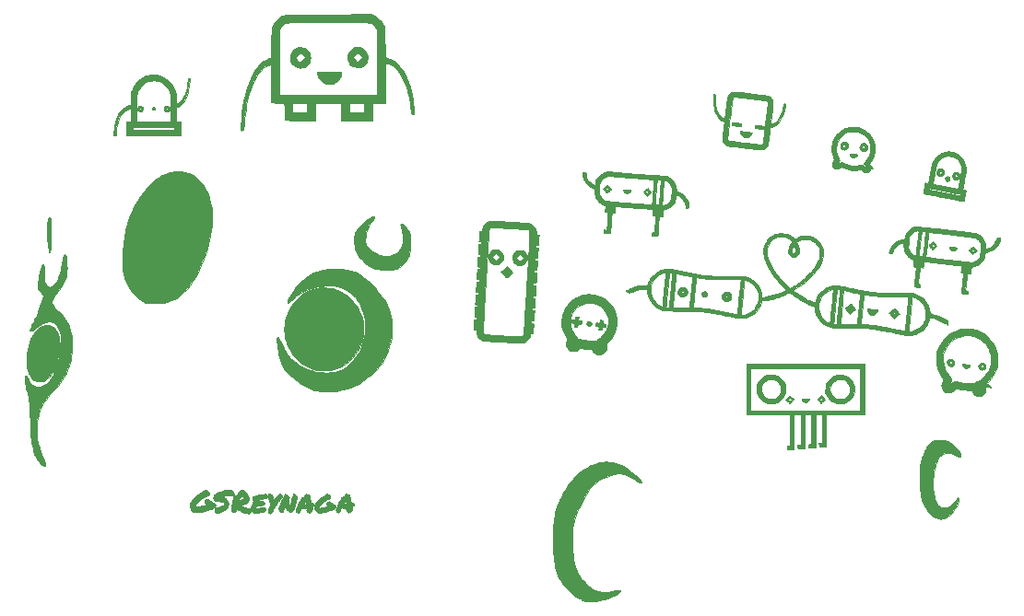
<source format=gts>
G04 #@! TF.GenerationSoftware,KiCad,Pcbnew,(5.1.9-0-10_14)*
G04 #@! TF.CreationDate,2022-03-06T10:31:41-07:00*
G04 #@! TF.ProjectId,001,3030312e-6b69-4636-9164-5f7063625858,rev?*
G04 #@! TF.SameCoordinates,Original*
G04 #@! TF.FileFunction,Soldermask,Top*
G04 #@! TF.FilePolarity,Negative*
%FSLAX46Y46*%
G04 Gerber Fmt 4.6, Leading zero omitted, Abs format (unit mm)*
G04 Created by KiCad (PCBNEW (5.1.9-0-10_14)) date 2022-03-06 10:31:41*
%MOMM*%
%LPD*%
G01*
G04 APERTURE LIST*
%ADD10C,0.010000*%
G04 APERTURE END LIST*
D10*
G36*
X133476104Y-79272507D02*
G01*
X133651239Y-79328854D01*
X133682025Y-79343302D01*
X133856556Y-79450676D01*
X134000983Y-79583305D01*
X134113566Y-79736561D01*
X134192566Y-79905818D01*
X134236243Y-80086449D01*
X134242859Y-80273826D01*
X134210675Y-80463322D01*
X134157776Y-80609050D01*
X134060420Y-80775334D01*
X133932338Y-80912507D01*
X133773509Y-81020586D01*
X133614853Y-81089408D01*
X133516114Y-81117727D01*
X133426332Y-81128243D01*
X133330536Y-81120980D01*
X133213758Y-81095961D01*
X133191250Y-81090079D01*
X133103749Y-81064996D01*
X133020800Y-81038223D01*
X132964388Y-81017161D01*
X132892670Y-80994638D01*
X132821300Y-80983831D01*
X132813785Y-80983667D01*
X132743726Y-80971182D01*
X132679440Y-80930720D01*
X132615754Y-80857771D01*
X132551417Y-80754837D01*
X132453241Y-80548977D01*
X132395928Y-80352861D01*
X132381882Y-80192993D01*
X132915794Y-80192993D01*
X132924356Y-80214795D01*
X132931173Y-80225547D01*
X132959545Y-80263471D01*
X133005828Y-80320074D01*
X133063612Y-80388088D01*
X133126491Y-80460246D01*
X133188056Y-80529282D01*
X133241900Y-80587927D01*
X133281615Y-80628915D01*
X133300792Y-80644979D01*
X133301021Y-80645000D01*
X133319816Y-80630905D01*
X133363066Y-80592048D01*
X133425258Y-80533570D01*
X133500883Y-80460610D01*
X133544041Y-80418306D01*
X133774088Y-80191612D01*
X133609669Y-80025185D01*
X133536649Y-79953794D01*
X133468352Y-79891478D01*
X133413671Y-79846112D01*
X133387042Y-79828002D01*
X133346218Y-79813009D01*
X133304629Y-79814988D01*
X133256524Y-79837227D01*
X133196152Y-79883017D01*
X133117763Y-79955648D01*
X133055599Y-80017620D01*
X132986142Y-80088721D01*
X132942488Y-80136972D01*
X132920439Y-80169391D01*
X132915794Y-80192993D01*
X132381882Y-80192993D01*
X132379448Y-80165298D01*
X132403766Y-79985096D01*
X132468851Y-79811065D01*
X132523139Y-79715789D01*
X132647090Y-79556354D01*
X132791186Y-79429151D01*
X132950781Y-79335671D01*
X133121229Y-79277408D01*
X133297886Y-79255856D01*
X133476104Y-79272507D01*
G37*
X133476104Y-79272507D02*
X133651239Y-79328854D01*
X133682025Y-79343302D01*
X133856556Y-79450676D01*
X134000983Y-79583305D01*
X134113566Y-79736561D01*
X134192566Y-79905818D01*
X134236243Y-80086449D01*
X134242859Y-80273826D01*
X134210675Y-80463322D01*
X134157776Y-80609050D01*
X134060420Y-80775334D01*
X133932338Y-80912507D01*
X133773509Y-81020586D01*
X133614853Y-81089408D01*
X133516114Y-81117727D01*
X133426332Y-81128243D01*
X133330536Y-81120980D01*
X133213758Y-81095961D01*
X133191250Y-81090079D01*
X133103749Y-81064996D01*
X133020800Y-81038223D01*
X132964388Y-81017161D01*
X132892670Y-80994638D01*
X132821300Y-80983831D01*
X132813785Y-80983667D01*
X132743726Y-80971182D01*
X132679440Y-80930720D01*
X132615754Y-80857771D01*
X132551417Y-80754837D01*
X132453241Y-80548977D01*
X132395928Y-80352861D01*
X132381882Y-80192993D01*
X132915794Y-80192993D01*
X132924356Y-80214795D01*
X132931173Y-80225547D01*
X132959545Y-80263471D01*
X133005828Y-80320074D01*
X133063612Y-80388088D01*
X133126491Y-80460246D01*
X133188056Y-80529282D01*
X133241900Y-80587927D01*
X133281615Y-80628915D01*
X133300792Y-80644979D01*
X133301021Y-80645000D01*
X133319816Y-80630905D01*
X133363066Y-80592048D01*
X133425258Y-80533570D01*
X133500883Y-80460610D01*
X133544041Y-80418306D01*
X133774088Y-80191612D01*
X133609669Y-80025185D01*
X133536649Y-79953794D01*
X133468352Y-79891478D01*
X133413671Y-79846112D01*
X133387042Y-79828002D01*
X133346218Y-79813009D01*
X133304629Y-79814988D01*
X133256524Y-79837227D01*
X133196152Y-79883017D01*
X133117763Y-79955648D01*
X133055599Y-80017620D01*
X132986142Y-80088721D01*
X132942488Y-80136972D01*
X132920439Y-80169391D01*
X132915794Y-80192993D01*
X132381882Y-80192993D01*
X132379448Y-80165298D01*
X132403766Y-79985096D01*
X132468851Y-79811065D01*
X132523139Y-79715789D01*
X132647090Y-79556354D01*
X132791186Y-79429151D01*
X132950781Y-79335671D01*
X133121229Y-79277408D01*
X133297886Y-79255856D01*
X133476104Y-79272507D01*
G36*
X128276554Y-79300251D02*
G01*
X128441852Y-79361285D01*
X128592235Y-79452550D01*
X128723840Y-79570055D01*
X128832803Y-79709808D01*
X128915261Y-79867820D01*
X128967353Y-80040099D01*
X128985213Y-80222655D01*
X128971982Y-80375044D01*
X128918730Y-80572105D01*
X128832444Y-80744359D01*
X128715980Y-80889452D01*
X128572196Y-81005031D01*
X128403946Y-81088740D01*
X128214086Y-81138226D01*
X128029989Y-81151584D01*
X127934725Y-81147360D01*
X127843447Y-81137527D01*
X127774203Y-81124104D01*
X127768055Y-81122293D01*
X127631724Y-81062123D01*
X127496040Y-80971217D01*
X127372838Y-80859559D01*
X127273958Y-80737130D01*
X127237115Y-80674560D01*
X127167978Y-80498298D01*
X127131761Y-80310996D01*
X127130691Y-80242417D01*
X127629531Y-80242417D01*
X127718152Y-80357286D01*
X127772342Y-80422867D01*
X127835752Y-80492617D01*
X127900917Y-80559176D01*
X127960372Y-80615181D01*
X128006655Y-80653272D01*
X128031329Y-80666167D01*
X128051433Y-80651913D01*
X128095654Y-80612589D01*
X128158471Y-80553352D01*
X128234363Y-80479361D01*
X128280402Y-80433516D01*
X128512331Y-80200865D01*
X128396457Y-80081892D01*
X128322775Y-80009489D01*
X128242990Y-79936071D01*
X128177457Y-79880086D01*
X128074331Y-79797252D01*
X127997540Y-79853892D01*
X127896873Y-79935916D01*
X127798541Y-80029507D01*
X127716066Y-80121315D01*
X127684634Y-80162904D01*
X127629531Y-80242417D01*
X127130691Y-80242417D01*
X127128814Y-80122205D01*
X127159485Y-79941475D01*
X127205779Y-79814773D01*
X127306315Y-79648551D01*
X127438167Y-79508216D01*
X127596792Y-79397154D01*
X127777649Y-79318751D01*
X127916662Y-79284836D01*
X128100203Y-79273437D01*
X128276554Y-79300251D01*
G37*
X128276554Y-79300251D02*
X128441852Y-79361285D01*
X128592235Y-79452550D01*
X128723840Y-79570055D01*
X128832803Y-79709808D01*
X128915261Y-79867820D01*
X128967353Y-80040099D01*
X128985213Y-80222655D01*
X128971982Y-80375044D01*
X128918730Y-80572105D01*
X128832444Y-80744359D01*
X128715980Y-80889452D01*
X128572196Y-81005031D01*
X128403946Y-81088740D01*
X128214086Y-81138226D01*
X128029989Y-81151584D01*
X127934725Y-81147360D01*
X127843447Y-81137527D01*
X127774203Y-81124104D01*
X127768055Y-81122293D01*
X127631724Y-81062123D01*
X127496040Y-80971217D01*
X127372838Y-80859559D01*
X127273958Y-80737130D01*
X127237115Y-80674560D01*
X127167978Y-80498298D01*
X127131761Y-80310996D01*
X127130691Y-80242417D01*
X127629531Y-80242417D01*
X127718152Y-80357286D01*
X127772342Y-80422867D01*
X127835752Y-80492617D01*
X127900917Y-80559176D01*
X127960372Y-80615181D01*
X128006655Y-80653272D01*
X128031329Y-80666167D01*
X128051433Y-80651913D01*
X128095654Y-80612589D01*
X128158471Y-80553352D01*
X128234363Y-80479361D01*
X128280402Y-80433516D01*
X128512331Y-80200865D01*
X128396457Y-80081892D01*
X128322775Y-80009489D01*
X128242990Y-79936071D01*
X128177457Y-79880086D01*
X128074331Y-79797252D01*
X127997540Y-79853892D01*
X127896873Y-79935916D01*
X127798541Y-80029507D01*
X127716066Y-80121315D01*
X127684634Y-80162904D01*
X127629531Y-80242417D01*
X127130691Y-80242417D01*
X127128814Y-80122205D01*
X127159485Y-79941475D01*
X127205779Y-79814773D01*
X127306315Y-79648551D01*
X127438167Y-79508216D01*
X127596792Y-79397154D01*
X127777649Y-79318751D01*
X127916662Y-79284836D01*
X128100203Y-79273437D01*
X128276554Y-79300251D01*
G36*
X131842940Y-81679810D02*
G01*
X131827716Y-81804526D01*
X131794489Y-81919237D01*
X131738807Y-82034142D01*
X131656220Y-82159444D01*
X131602894Y-82229885D01*
X131474051Y-82372226D01*
X131329692Y-82493116D01*
X131180048Y-82584542D01*
X131111478Y-82614796D01*
X130999086Y-82645523D01*
X130861668Y-82664779D01*
X130715140Y-82671836D01*
X130575422Y-82665972D01*
X130458433Y-82646460D01*
X130452382Y-82644811D01*
X130286226Y-82581843D01*
X130134048Y-82487961D01*
X129993057Y-82364084D01*
X129839420Y-82191086D01*
X129727398Y-82022358D01*
X129656574Y-81857104D01*
X129626534Y-81694529D01*
X129625358Y-81659146D01*
X129624667Y-81540875D01*
X130434292Y-81526884D01*
X130630816Y-81523632D01*
X130827255Y-81520645D01*
X131016424Y-81518015D01*
X131191139Y-81515832D01*
X131344216Y-81514186D01*
X131468473Y-81513168D01*
X131548261Y-81512864D01*
X131852606Y-81512834D01*
X131842940Y-81679810D01*
G37*
X131842940Y-81679810D02*
X131827716Y-81804526D01*
X131794489Y-81919237D01*
X131738807Y-82034142D01*
X131656220Y-82159444D01*
X131602894Y-82229885D01*
X131474051Y-82372226D01*
X131329692Y-82493116D01*
X131180048Y-82584542D01*
X131111478Y-82614796D01*
X130999086Y-82645523D01*
X130861668Y-82664779D01*
X130715140Y-82671836D01*
X130575422Y-82665972D01*
X130458433Y-82646460D01*
X130452382Y-82644811D01*
X130286226Y-82581843D01*
X130134048Y-82487961D01*
X129993057Y-82364084D01*
X129839420Y-82191086D01*
X129727398Y-82022358D01*
X129656574Y-81857104D01*
X129626534Y-81694529D01*
X129625358Y-81659146D01*
X129624667Y-81540875D01*
X130434292Y-81526884D01*
X130630816Y-81523632D01*
X130827255Y-81520645D01*
X131016424Y-81518015D01*
X131191139Y-81515832D01*
X131344216Y-81514186D01*
X131468473Y-81513168D01*
X131548261Y-81512864D01*
X131852606Y-81512834D01*
X131842940Y-81679810D01*
G36*
X114669461Y-84799634D02*
G01*
X114711138Y-84862753D01*
X114711208Y-84862951D01*
X114714961Y-84925079D01*
X114688322Y-84980361D01*
X114641280Y-85022201D01*
X114583826Y-85044000D01*
X114525951Y-85039162D01*
X114486037Y-85011652D01*
X114449790Y-84946079D01*
X114446331Y-84876959D01*
X114473359Y-84816564D01*
X114528578Y-84777165D01*
X114530063Y-84776638D01*
X114605914Y-84769409D01*
X114669461Y-84799634D01*
G37*
X114669461Y-84799634D02*
X114711138Y-84862753D01*
X114711208Y-84862951D01*
X114714961Y-84925079D01*
X114688322Y-84980361D01*
X114641280Y-85022201D01*
X114583826Y-85044000D01*
X114525951Y-85039162D01*
X114486037Y-85011652D01*
X114449790Y-84946079D01*
X114446331Y-84876959D01*
X114473359Y-84816564D01*
X114528578Y-84777165D01*
X114530063Y-84776638D01*
X114605914Y-84769409D01*
X114669461Y-84799634D01*
G36*
X115915671Y-84655789D02*
G01*
X115986380Y-84707339D01*
X116039294Y-84777818D01*
X116068811Y-84861439D01*
X116069326Y-84952414D01*
X116035236Y-85044956D01*
X116026695Y-85058762D01*
X115952965Y-85137287D01*
X115862497Y-85178477D01*
X115761460Y-85180598D01*
X115682529Y-85155539D01*
X115596207Y-85095115D01*
X115544461Y-85010438D01*
X115528254Y-84907586D01*
X115675660Y-84907586D01*
X115790492Y-85027444D01*
X115918362Y-84899574D01*
X115803702Y-84784914D01*
X115675660Y-84907586D01*
X115528254Y-84907586D01*
X115527979Y-84905843D01*
X115543959Y-84802799D01*
X115593958Y-84721652D01*
X115652814Y-84672594D01*
X115743284Y-84632629D01*
X115832771Y-84628956D01*
X115915671Y-84655789D01*
G37*
X115915671Y-84655789D02*
X115986380Y-84707339D01*
X116039294Y-84777818D01*
X116068811Y-84861439D01*
X116069326Y-84952414D01*
X116035236Y-85044956D01*
X116026695Y-85058762D01*
X115952965Y-85137287D01*
X115862497Y-85178477D01*
X115761460Y-85180598D01*
X115682529Y-85155539D01*
X115596207Y-85095115D01*
X115544461Y-85010438D01*
X115528254Y-84907586D01*
X115675660Y-84907586D01*
X115790492Y-85027444D01*
X115918362Y-84899574D01*
X115803702Y-84784914D01*
X115675660Y-84907586D01*
X115528254Y-84907586D01*
X115527979Y-84905843D01*
X115543959Y-84802799D01*
X115593958Y-84721652D01*
X115652814Y-84672594D01*
X115743284Y-84632629D01*
X115832771Y-84628956D01*
X115915671Y-84655789D01*
G36*
X113396796Y-84630055D02*
G01*
X113479246Y-84656577D01*
X113549553Y-84707993D01*
X113599805Y-84782852D01*
X113622087Y-84879701D01*
X113622527Y-84897063D01*
X113604708Y-85003584D01*
X113556098Y-85090445D01*
X113483479Y-85152224D01*
X113393631Y-85183498D01*
X113293336Y-85178847D01*
X113275942Y-85174156D01*
X113185031Y-85126549D01*
X113120868Y-85051840D01*
X113087420Y-84958608D01*
X113088029Y-84907586D01*
X113241494Y-84907586D01*
X113298457Y-84967043D01*
X113335895Y-85004876D01*
X113358450Y-85025324D01*
X113360602Y-85026500D01*
X113374893Y-85011122D01*
X113403783Y-84973022D01*
X113411970Y-84961639D01*
X113458155Y-84896777D01*
X113360867Y-84793219D01*
X113301180Y-84850403D01*
X113241494Y-84907586D01*
X113088029Y-84907586D01*
X113088653Y-84855433D01*
X113103844Y-84801930D01*
X113155727Y-84714364D01*
X113227123Y-84657496D01*
X113310117Y-84629877D01*
X113396796Y-84630055D01*
G37*
X113396796Y-84630055D02*
X113479246Y-84656577D01*
X113549553Y-84707993D01*
X113599805Y-84782852D01*
X113622087Y-84879701D01*
X113622527Y-84897063D01*
X113604708Y-85003584D01*
X113556098Y-85090445D01*
X113483479Y-85152224D01*
X113393631Y-85183498D01*
X113293336Y-85178847D01*
X113275942Y-85174156D01*
X113185031Y-85126549D01*
X113120868Y-85051840D01*
X113087420Y-84958608D01*
X113088029Y-84907586D01*
X113241494Y-84907586D01*
X113298457Y-84967043D01*
X113335895Y-85004876D01*
X113358450Y-85025324D01*
X113360602Y-85026500D01*
X113374893Y-85011122D01*
X113403783Y-84973022D01*
X113411970Y-84961639D01*
X113458155Y-84896777D01*
X113360867Y-84793219D01*
X113301180Y-84850403D01*
X113241494Y-84907586D01*
X113088029Y-84907586D01*
X113088653Y-84855433D01*
X113103844Y-84801930D01*
X113155727Y-84714364D01*
X113227123Y-84657496D01*
X113310117Y-84629877D01*
X113396796Y-84630055D01*
G36*
X167802309Y-86168097D02*
G01*
X167885607Y-86175528D01*
X167987081Y-86185867D01*
X168098804Y-86198194D01*
X168212851Y-86211590D01*
X168321296Y-86225138D01*
X168416213Y-86237918D01*
X168489677Y-86249011D01*
X168533762Y-86257500D01*
X168542644Y-86260756D01*
X168544593Y-86284104D01*
X168542072Y-86337302D01*
X168536608Y-86398846D01*
X168522970Y-86529334D01*
X168436027Y-86526675D01*
X168384790Y-86523050D01*
X168301298Y-86514825D01*
X168195249Y-86503051D01*
X168076341Y-86488781D01*
X168015032Y-86481029D01*
X167680981Y-86438042D01*
X167694809Y-86309063D01*
X167704150Y-86238641D01*
X167714429Y-86186168D01*
X167721943Y-86165630D01*
X167745113Y-86164491D01*
X167802309Y-86168097D01*
G37*
X167802309Y-86168097D02*
X167885607Y-86175528D01*
X167987081Y-86185867D01*
X168098804Y-86198194D01*
X168212851Y-86211590D01*
X168321296Y-86225138D01*
X168416213Y-86237918D01*
X168489677Y-86249011D01*
X168533762Y-86257500D01*
X168542644Y-86260756D01*
X168544593Y-86284104D01*
X168542072Y-86337302D01*
X168536608Y-86398846D01*
X168522970Y-86529334D01*
X168436027Y-86526675D01*
X168384790Y-86523050D01*
X168301298Y-86514825D01*
X168195249Y-86503051D01*
X168076341Y-86488781D01*
X168015032Y-86481029D01*
X167680981Y-86438042D01*
X167694809Y-86309063D01*
X167704150Y-86238641D01*
X167714429Y-86186168D01*
X167721943Y-86165630D01*
X167745113Y-86164491D01*
X167802309Y-86168097D01*
G36*
X169912063Y-86425587D02*
G01*
X169978181Y-86432435D01*
X170071312Y-86442893D01*
X170183963Y-86456123D01*
X170291402Y-86469161D01*
X170667387Y-86515443D01*
X170657519Y-86580597D01*
X170647149Y-86648115D01*
X170635600Y-86722068D01*
X170635117Y-86725125D01*
X170621130Y-86775401D01*
X170602057Y-86801116D01*
X170597083Y-86802053D01*
X170568588Y-86798611D01*
X170505486Y-86790594D01*
X170415142Y-86778950D01*
X170304922Y-86764628D01*
X170205416Y-86751622D01*
X170085622Y-86735364D01*
X169980897Y-86720090D01*
X169898266Y-86706909D01*
X169844757Y-86696934D01*
X169827479Y-86691868D01*
X169823525Y-86666206D01*
X169825127Y-86611391D01*
X169830599Y-86551799D01*
X169842053Y-86477104D01*
X169856489Y-86436914D01*
X169876942Y-86423398D01*
X169880453Y-86423189D01*
X169912063Y-86425587D01*
G37*
X169912063Y-86425587D02*
X169978181Y-86432435D01*
X170071312Y-86442893D01*
X170183963Y-86456123D01*
X170291402Y-86469161D01*
X170667387Y-86515443D01*
X170657519Y-86580597D01*
X170647149Y-86648115D01*
X170635600Y-86722068D01*
X170635117Y-86725125D01*
X170621130Y-86775401D01*
X170602057Y-86801116D01*
X170597083Y-86802053D01*
X170568588Y-86798611D01*
X170505486Y-86790594D01*
X170415142Y-86778950D01*
X170304922Y-86764628D01*
X170205416Y-86751622D01*
X170085622Y-86735364D01*
X169980897Y-86720090D01*
X169898266Y-86706909D01*
X169844757Y-86696934D01*
X169827479Y-86691868D01*
X169823525Y-86666206D01*
X169825127Y-86611391D01*
X169830599Y-86551799D01*
X169842053Y-86477104D01*
X169856489Y-86436914D01*
X169876942Y-86423398D01*
X169880453Y-86423189D01*
X169912063Y-86425587D01*
G36*
X168550800Y-86976384D02*
G01*
X168616615Y-86983410D01*
X168709052Y-86993970D01*
X168820430Y-87007125D01*
X168943065Y-87021935D01*
X169069278Y-87037458D01*
X169191386Y-87052755D01*
X169301707Y-87066886D01*
X169392560Y-87078910D01*
X169456262Y-87087888D01*
X169474080Y-87090693D01*
X169521792Y-87105955D01*
X169534389Y-87132567D01*
X169533564Y-87138435D01*
X169523792Y-87186547D01*
X169513808Y-87234376D01*
X169485099Y-87297747D01*
X169428897Y-87370839D01*
X169355104Y-87443535D01*
X169273622Y-87505714D01*
X169216917Y-87537751D01*
X169081674Y-87579271D01*
X168942767Y-87581826D01*
X168844068Y-87558465D01*
X168716634Y-87491725D01*
X168612157Y-87394428D01*
X168536411Y-87274103D01*
X168495172Y-87138276D01*
X168490545Y-87097787D01*
X168487068Y-87027854D01*
X168491043Y-86990343D01*
X168504693Y-86975669D01*
X168519289Y-86973834D01*
X168550800Y-86976384D01*
G37*
X168550800Y-86976384D02*
X168616615Y-86983410D01*
X168709052Y-86993970D01*
X168820430Y-87007125D01*
X168943065Y-87021935D01*
X169069278Y-87037458D01*
X169191386Y-87052755D01*
X169301707Y-87066886D01*
X169392560Y-87078910D01*
X169456262Y-87087888D01*
X169474080Y-87090693D01*
X169521792Y-87105955D01*
X169534389Y-87132567D01*
X169533564Y-87138435D01*
X169523792Y-87186547D01*
X169513808Y-87234376D01*
X169485099Y-87297747D01*
X169428897Y-87370839D01*
X169355104Y-87443535D01*
X169273622Y-87505714D01*
X169216917Y-87537751D01*
X169081674Y-87579271D01*
X168942767Y-87581826D01*
X168844068Y-87558465D01*
X168716634Y-87491725D01*
X168612157Y-87394428D01*
X168536411Y-87274103D01*
X168495172Y-87138276D01*
X168490545Y-87097787D01*
X168487068Y-87027854D01*
X168491043Y-86990343D01*
X168504693Y-86975669D01*
X168519289Y-86973834D01*
X168550800Y-86976384D01*
G36*
X178182029Y-88001104D02*
G01*
X178270862Y-88059497D01*
X178339822Y-88143460D01*
X178382139Y-88250177D01*
X178392319Y-88341245D01*
X178373896Y-88458484D01*
X178317281Y-88558400D01*
X178224991Y-88640205D01*
X178140948Y-88675817D01*
X178037320Y-88690107D01*
X177931241Y-88682819D01*
X177839846Y-88653701D01*
X177826265Y-88646115D01*
X177742551Y-88571272D01*
X177684321Y-88468145D01*
X177660858Y-88378402D01*
X177661663Y-88314871D01*
X177863501Y-88314871D01*
X177876780Y-88345489D01*
X177909561Y-88391418D01*
X177951259Y-88440321D01*
X177991290Y-88479864D01*
X178019068Y-88497712D01*
X178020502Y-88497834D01*
X178050625Y-88484846D01*
X178098521Y-88451658D01*
X178129849Y-88426044D01*
X178212750Y-88354254D01*
X178145433Y-88262002D01*
X178102424Y-88210812D01*
X178064299Y-88178465D01*
X178047188Y-88172307D01*
X178013176Y-88186214D01*
X177964935Y-88217532D01*
X177915341Y-88256267D01*
X177877274Y-88292425D01*
X177863501Y-88314871D01*
X177661663Y-88314871D01*
X177662372Y-88258935D01*
X177704229Y-88152109D01*
X177763357Y-88079564D01*
X177863987Y-88007511D01*
X177971822Y-87972295D01*
X178080093Y-87971098D01*
X178182029Y-88001104D01*
G37*
X178182029Y-88001104D02*
X178270862Y-88059497D01*
X178339822Y-88143460D01*
X178382139Y-88250177D01*
X178392319Y-88341245D01*
X178373896Y-88458484D01*
X178317281Y-88558400D01*
X178224991Y-88640205D01*
X178140948Y-88675817D01*
X178037320Y-88690107D01*
X177931241Y-88682819D01*
X177839846Y-88653701D01*
X177826265Y-88646115D01*
X177742551Y-88571272D01*
X177684321Y-88468145D01*
X177660858Y-88378402D01*
X177661663Y-88314871D01*
X177863501Y-88314871D01*
X177876780Y-88345489D01*
X177909561Y-88391418D01*
X177951259Y-88440321D01*
X177991290Y-88479864D01*
X178019068Y-88497712D01*
X178020502Y-88497834D01*
X178050625Y-88484846D01*
X178098521Y-88451658D01*
X178129849Y-88426044D01*
X178212750Y-88354254D01*
X178145433Y-88262002D01*
X178102424Y-88210812D01*
X178064299Y-88178465D01*
X178047188Y-88172307D01*
X178013176Y-88186214D01*
X177964935Y-88217532D01*
X177915341Y-88256267D01*
X177877274Y-88292425D01*
X177863501Y-88314871D01*
X177661663Y-88314871D01*
X177662372Y-88258935D01*
X177704229Y-88152109D01*
X177763357Y-88079564D01*
X177863987Y-88007511D01*
X177971822Y-87972295D01*
X178080093Y-87971098D01*
X178182029Y-88001104D01*
G36*
X179897937Y-88092433D02*
G01*
X179993324Y-88136635D01*
X180073932Y-88205377D01*
X180133312Y-88294575D01*
X180165014Y-88400145D01*
X180163510Y-88512567D01*
X180125965Y-88629967D01*
X180058409Y-88719947D01*
X179965034Y-88780035D01*
X179850032Y-88807756D01*
X179717595Y-88800635D01*
X179686433Y-88794123D01*
X179583301Y-88750835D01*
X179505871Y-88680546D01*
X179455285Y-88590738D01*
X179432688Y-88488894D01*
X179435921Y-88436268D01*
X179633710Y-88436268D01*
X179649181Y-88466122D01*
X179653905Y-88473595D01*
X179695458Y-88532103D01*
X179731990Y-88576498D01*
X179753523Y-88599320D01*
X179772380Y-88609512D01*
X179796577Y-88604135D01*
X179834128Y-88580253D01*
X179893047Y-88534928D01*
X179934181Y-88502392D01*
X179983445Y-88463429D01*
X179905426Y-88369506D01*
X179861936Y-88317318D01*
X179830390Y-88279776D01*
X179819658Y-88267302D01*
X179800656Y-88275099D01*
X179759210Y-88303754D01*
X179715141Y-88338313D01*
X179661768Y-88383238D01*
X179636265Y-88412265D01*
X179633710Y-88436268D01*
X179435921Y-88436268D01*
X179439225Y-88382496D01*
X179476040Y-88279026D01*
X179544277Y-88185966D01*
X179587596Y-88147902D01*
X179688624Y-88093983D01*
X179794221Y-88076854D01*
X179897937Y-88092433D01*
G37*
X179897937Y-88092433D02*
X179993324Y-88136635D01*
X180073932Y-88205377D01*
X180133312Y-88294575D01*
X180165014Y-88400145D01*
X180163510Y-88512567D01*
X180125965Y-88629967D01*
X180058409Y-88719947D01*
X179965034Y-88780035D01*
X179850032Y-88807756D01*
X179717595Y-88800635D01*
X179686433Y-88794123D01*
X179583301Y-88750835D01*
X179505871Y-88680546D01*
X179455285Y-88590738D01*
X179432688Y-88488894D01*
X179435921Y-88436268D01*
X179633710Y-88436268D01*
X179649181Y-88466122D01*
X179653905Y-88473595D01*
X179695458Y-88532103D01*
X179731990Y-88576498D01*
X179753523Y-88599320D01*
X179772380Y-88609512D01*
X179796577Y-88604135D01*
X179834128Y-88580253D01*
X179893047Y-88534928D01*
X179934181Y-88502392D01*
X179983445Y-88463429D01*
X179905426Y-88369506D01*
X179861936Y-88317318D01*
X179830390Y-88279776D01*
X179819658Y-88267302D01*
X179800656Y-88275099D01*
X179759210Y-88303754D01*
X179715141Y-88338313D01*
X179661768Y-88383238D01*
X179636265Y-88412265D01*
X179633710Y-88436268D01*
X179435921Y-88436268D01*
X179439225Y-88382496D01*
X179476040Y-88279026D01*
X179544277Y-88185966D01*
X179587596Y-88147902D01*
X179688624Y-88093983D01*
X179794221Y-88076854D01*
X179897937Y-88092433D01*
G36*
X178602390Y-89034929D02*
G01*
X178620209Y-89037271D01*
X178673598Y-89044419D01*
X178756667Y-89055431D01*
X178857120Y-89068681D01*
X178941908Y-89079821D01*
X179039820Y-89094168D01*
X179122637Y-89109120D01*
X179181080Y-89122817D01*
X179205221Y-89132588D01*
X179213049Y-89167429D01*
X179194937Y-89219056D01*
X179157164Y-89276790D01*
X179106007Y-89329955D01*
X179076001Y-89352378D01*
X178964478Y-89405385D01*
X178855165Y-89417527D01*
X178802553Y-89409210D01*
X178699528Y-89365014D01*
X178616682Y-89291830D01*
X178561343Y-89198528D01*
X178540838Y-89093980D01*
X178540834Y-89092343D01*
X178543553Y-89049796D01*
X178559952Y-89033517D01*
X178602390Y-89034929D01*
G37*
X178602390Y-89034929D02*
X178620209Y-89037271D01*
X178673598Y-89044419D01*
X178756667Y-89055431D01*
X178857120Y-89068681D01*
X178941908Y-89079821D01*
X179039820Y-89094168D01*
X179122637Y-89109120D01*
X179181080Y-89122817D01*
X179205221Y-89132588D01*
X179213049Y-89167429D01*
X179194937Y-89219056D01*
X179157164Y-89276790D01*
X179106007Y-89329955D01*
X179076001Y-89352378D01*
X178964478Y-89405385D01*
X178855165Y-89417527D01*
X178802553Y-89409210D01*
X178699528Y-89365014D01*
X178616682Y-89291830D01*
X178561343Y-89198528D01*
X178540838Y-89093980D01*
X178540834Y-89092343D01*
X178543553Y-89049796D01*
X178559952Y-89033517D01*
X178602390Y-89034929D01*
G36*
X186925605Y-90410664D02*
G01*
X186934680Y-90412257D01*
X187012109Y-90443420D01*
X187091191Y-90501658D01*
X187158153Y-90574621D01*
X187198985Y-90649234D01*
X187215914Y-90759170D01*
X187197554Y-90863638D01*
X187149934Y-90957169D01*
X187079084Y-91034295D01*
X186991033Y-91089548D01*
X186891810Y-91117461D01*
X186787445Y-91112565D01*
X186715880Y-91087344D01*
X186652871Y-91046061D01*
X186596302Y-90993463D01*
X186594728Y-90991614D01*
X186534647Y-90891939D01*
X186511284Y-90786814D01*
X186515064Y-90745373D01*
X186728966Y-90745373D01*
X186746626Y-90788455D01*
X186765479Y-90820875D01*
X186799637Y-90872798D01*
X186826857Y-90905297D01*
X186835840Y-90910834D01*
X186860066Y-90897971D01*
X186903389Y-90865214D01*
X186930806Y-90842042D01*
X187009332Y-90773250D01*
X186954662Y-90693765D01*
X186919586Y-90645902D01*
X186894349Y-90627620D01*
X186865629Y-90633065D01*
X186842621Y-90644527D01*
X186772579Y-90683431D01*
X186736155Y-90713706D01*
X186728966Y-90745373D01*
X186515064Y-90745373D01*
X186520771Y-90682828D01*
X186559241Y-90586573D01*
X186622826Y-90504638D01*
X186707660Y-90443614D01*
X186809876Y-90410093D01*
X186925605Y-90410664D01*
G37*
X186925605Y-90410664D02*
X186934680Y-90412257D01*
X187012109Y-90443420D01*
X187091191Y-90501658D01*
X187158153Y-90574621D01*
X187198985Y-90649234D01*
X187215914Y-90759170D01*
X187197554Y-90863638D01*
X187149934Y-90957169D01*
X187079084Y-91034295D01*
X186991033Y-91089548D01*
X186891810Y-91117461D01*
X186787445Y-91112565D01*
X186715880Y-91087344D01*
X186652871Y-91046061D01*
X186596302Y-90993463D01*
X186594728Y-90991614D01*
X186534647Y-90891939D01*
X186511284Y-90786814D01*
X186515064Y-90745373D01*
X186728966Y-90745373D01*
X186746626Y-90788455D01*
X186765479Y-90820875D01*
X186799637Y-90872798D01*
X186826857Y-90905297D01*
X186835840Y-90910834D01*
X186860066Y-90897971D01*
X186903389Y-90865214D01*
X186930806Y-90842042D01*
X187009332Y-90773250D01*
X186954662Y-90693765D01*
X186919586Y-90645902D01*
X186894349Y-90627620D01*
X186865629Y-90633065D01*
X186842621Y-90644527D01*
X186772579Y-90683431D01*
X186736155Y-90713706D01*
X186728966Y-90745373D01*
X186515064Y-90745373D01*
X186520771Y-90682828D01*
X186559241Y-90586573D01*
X186622826Y-90504638D01*
X186707660Y-90443614D01*
X186809876Y-90410093D01*
X186925605Y-90410664D01*
G36*
X188418906Y-90752993D02*
G01*
X188516072Y-90804293D01*
X188591156Y-90890927D01*
X188627978Y-90963424D01*
X188653211Y-91071456D01*
X188641905Y-91174638D01*
X188599851Y-91267820D01*
X188532843Y-91345849D01*
X188446672Y-91403574D01*
X188347131Y-91435843D01*
X188240013Y-91437504D01*
X188132492Y-91404091D01*
X188056815Y-91346737D01*
X187993568Y-91261976D01*
X187952796Y-91164670D01*
X187945237Y-91127130D01*
X187947973Y-91068707D01*
X188159774Y-91068707D01*
X188162246Y-91095271D01*
X188188306Y-91136094D01*
X188201630Y-91153789D01*
X188238869Y-91198931D01*
X188266152Y-91225421D01*
X188272148Y-91228334D01*
X188296264Y-91217264D01*
X188341573Y-91189252D01*
X188366321Y-91172538D01*
X188414009Y-91137895D01*
X188442884Y-91113840D01*
X188446834Y-91108584D01*
X188436198Y-91087725D01*
X188409183Y-91043967D01*
X188391325Y-91016547D01*
X188335817Y-90932669D01*
X188273489Y-90969376D01*
X188219394Y-91006295D01*
X188177967Y-91042664D01*
X188159774Y-91068707D01*
X187947973Y-91068707D01*
X187950367Y-91017612D01*
X187990922Y-90916139D01*
X188059996Y-90830417D01*
X188150680Y-90768155D01*
X188256068Y-90737058D01*
X188296694Y-90734982D01*
X188418906Y-90752993D01*
G37*
X188418906Y-90752993D02*
X188516072Y-90804293D01*
X188591156Y-90890927D01*
X188627978Y-90963424D01*
X188653211Y-91071456D01*
X188641905Y-91174638D01*
X188599851Y-91267820D01*
X188532843Y-91345849D01*
X188446672Y-91403574D01*
X188347131Y-91435843D01*
X188240013Y-91437504D01*
X188132492Y-91404091D01*
X188056815Y-91346737D01*
X187993568Y-91261976D01*
X187952796Y-91164670D01*
X187945237Y-91127130D01*
X187947973Y-91068707D01*
X188159774Y-91068707D01*
X188162246Y-91095271D01*
X188188306Y-91136094D01*
X188201630Y-91153789D01*
X188238869Y-91198931D01*
X188266152Y-91225421D01*
X188272148Y-91228334D01*
X188296264Y-91217264D01*
X188341573Y-91189252D01*
X188366321Y-91172538D01*
X188414009Y-91137895D01*
X188442884Y-91113840D01*
X188446834Y-91108584D01*
X188436198Y-91087725D01*
X188409183Y-91043967D01*
X188391325Y-91016547D01*
X188335817Y-90932669D01*
X188273489Y-90969376D01*
X188219394Y-91006295D01*
X188177967Y-91042664D01*
X188159774Y-91068707D01*
X187947973Y-91068707D01*
X187950367Y-91017612D01*
X187990922Y-90916139D01*
X188059996Y-90830417D01*
X188150680Y-90768155D01*
X188256068Y-90737058D01*
X188296694Y-90734982D01*
X188418906Y-90752993D01*
G36*
X187588678Y-91145560D02*
G01*
X187638824Y-91175377D01*
X187667552Y-91204614D01*
X187720523Y-91289720D01*
X187732448Y-91377169D01*
X187703363Y-91461956D01*
X187665373Y-91510361D01*
X187590452Y-91563002D01*
X187506817Y-91584008D01*
X187426530Y-91571729D01*
X187386074Y-91548566D01*
X187318625Y-91472389D01*
X187290680Y-91383241D01*
X187300961Y-91293074D01*
X187345370Y-91209954D01*
X187417949Y-91157527D01*
X187515578Y-91137975D01*
X187523046Y-91137894D01*
X187588678Y-91145560D01*
G37*
X187588678Y-91145560D02*
X187638824Y-91175377D01*
X187667552Y-91204614D01*
X187720523Y-91289720D01*
X187732448Y-91377169D01*
X187703363Y-91461956D01*
X187665373Y-91510361D01*
X187590452Y-91563002D01*
X187506817Y-91584008D01*
X187426530Y-91571729D01*
X187386074Y-91548566D01*
X187318625Y-91472389D01*
X187290680Y-91383241D01*
X187300961Y-91293074D01*
X187345370Y-91209954D01*
X187417949Y-91157527D01*
X187515578Y-91137975D01*
X187523046Y-91137894D01*
X187588678Y-91145560D01*
G36*
X156287182Y-91964996D02*
G01*
X156327003Y-92006017D01*
X156379491Y-92064259D01*
X156437871Y-92131746D01*
X156495371Y-92200504D01*
X156545216Y-92262558D01*
X156580634Y-92309932D01*
X156594850Y-92334653D01*
X156594867Y-92335425D01*
X156578174Y-92357386D01*
X156536040Y-92397952D01*
X156476816Y-92450225D01*
X156408850Y-92507310D01*
X156340492Y-92562308D01*
X156280092Y-92608323D01*
X156235999Y-92638457D01*
X156218286Y-92646500D01*
X156193785Y-92631603D01*
X156148846Y-92591433D01*
X156090685Y-92532768D01*
X156047450Y-92485978D01*
X155985220Y-92415899D01*
X155933391Y-92355885D01*
X155898783Y-92313925D01*
X155889577Y-92301236D01*
X156083000Y-92301236D01*
X156097084Y-92325818D01*
X156131379Y-92365686D01*
X156173948Y-92408736D01*
X156212854Y-92442865D01*
X156235630Y-92456000D01*
X156260114Y-92442803D01*
X156303009Y-92409217D01*
X156329520Y-92385834D01*
X156406085Y-92315667D01*
X156337600Y-92237667D01*
X156293047Y-92192270D01*
X156256696Y-92164464D01*
X156244849Y-92160287D01*
X156216086Y-92173873D01*
X156172644Y-92206245D01*
X156127457Y-92246140D01*
X156093458Y-92282295D01*
X156083000Y-92301236D01*
X155889577Y-92301236D01*
X155888716Y-92300050D01*
X155898731Y-92278740D01*
X155934006Y-92237314D01*
X155987161Y-92182617D01*
X156050821Y-92121497D01*
X156117608Y-92060799D01*
X156180143Y-92007371D01*
X156231051Y-91968059D01*
X156262954Y-91949708D01*
X156266800Y-91949171D01*
X156287182Y-91964996D01*
G37*
X156287182Y-91964996D02*
X156327003Y-92006017D01*
X156379491Y-92064259D01*
X156437871Y-92131746D01*
X156495371Y-92200504D01*
X156545216Y-92262558D01*
X156580634Y-92309932D01*
X156594850Y-92334653D01*
X156594867Y-92335425D01*
X156578174Y-92357386D01*
X156536040Y-92397952D01*
X156476816Y-92450225D01*
X156408850Y-92507310D01*
X156340492Y-92562308D01*
X156280092Y-92608323D01*
X156235999Y-92638457D01*
X156218286Y-92646500D01*
X156193785Y-92631603D01*
X156148846Y-92591433D01*
X156090685Y-92532768D01*
X156047450Y-92485978D01*
X155985220Y-92415899D01*
X155933391Y-92355885D01*
X155898783Y-92313925D01*
X155889577Y-92301236D01*
X156083000Y-92301236D01*
X156097084Y-92325818D01*
X156131379Y-92365686D01*
X156173948Y-92408736D01*
X156212854Y-92442865D01*
X156235630Y-92456000D01*
X156260114Y-92442803D01*
X156303009Y-92409217D01*
X156329520Y-92385834D01*
X156406085Y-92315667D01*
X156337600Y-92237667D01*
X156293047Y-92192270D01*
X156256696Y-92164464D01*
X156244849Y-92160287D01*
X156216086Y-92173873D01*
X156172644Y-92206245D01*
X156127457Y-92246140D01*
X156093458Y-92282295D01*
X156083000Y-92301236D01*
X155889577Y-92301236D01*
X155888716Y-92300050D01*
X155898731Y-92278740D01*
X155934006Y-92237314D01*
X155987161Y-92182617D01*
X156050821Y-92121497D01*
X156117608Y-92060799D01*
X156180143Y-92007371D01*
X156231051Y-91968059D01*
X156262954Y-91949708D01*
X156266800Y-91949171D01*
X156287182Y-91964996D01*
G36*
X158038857Y-92357209D02*
G01*
X158190259Y-92366288D01*
X158302228Y-92378313D01*
X158377653Y-92395229D01*
X158419422Y-92418977D01*
X158430423Y-92451501D01*
X158413545Y-92494744D01*
X158371677Y-92550650D01*
X158354968Y-92569851D01*
X158265294Y-92653445D01*
X158175357Y-92698006D01*
X158076636Y-92706026D01*
X157968821Y-92682663D01*
X157908251Y-92652723D01*
X157844130Y-92605738D01*
X157825946Y-92588868D01*
X157778857Y-92533130D01*
X157758475Y-92479235D01*
X157755167Y-92430846D01*
X157755167Y-92343604D01*
X158038857Y-92357209D01*
G37*
X158038857Y-92357209D02*
X158190259Y-92366288D01*
X158302228Y-92378313D01*
X158377653Y-92395229D01*
X158419422Y-92418977D01*
X158430423Y-92451501D01*
X158413545Y-92494744D01*
X158371677Y-92550650D01*
X158354968Y-92569851D01*
X158265294Y-92653445D01*
X158175357Y-92698006D01*
X158076636Y-92706026D01*
X157968821Y-92682663D01*
X157908251Y-92652723D01*
X157844130Y-92605738D01*
X157825946Y-92588868D01*
X157778857Y-92533130D01*
X157758475Y-92479235D01*
X157755167Y-92430846D01*
X157755167Y-92343604D01*
X158038857Y-92357209D01*
G36*
X159997332Y-92250267D02*
G01*
X160029662Y-92281813D01*
X160044762Y-92298978D01*
X160099315Y-92361539D01*
X160164298Y-92435728D01*
X160205209Y-92482269D01*
X160251689Y-92537618D01*
X160284184Y-92581223D01*
X160295167Y-92602169D01*
X160279811Y-92622184D01*
X160239120Y-92661437D01*
X160181158Y-92713154D01*
X160113991Y-92770563D01*
X160045683Y-92826892D01*
X159984299Y-92875366D01*
X159937903Y-92909214D01*
X159914731Y-92921667D01*
X159893246Y-92906993D01*
X159851073Y-92867686D01*
X159795577Y-92810813D01*
X159765859Y-92778792D01*
X159686834Y-92691383D01*
X159635351Y-92627371D01*
X159610742Y-92578587D01*
X159611161Y-92567636D01*
X159763075Y-92567636D01*
X159842917Y-92649402D01*
X159889249Y-92694703D01*
X159923294Y-92724044D01*
X159934338Y-92730372D01*
X159955686Y-92717285D01*
X159997646Y-92684671D01*
X160028490Y-92658898D01*
X160111064Y-92588219D01*
X160028479Y-92499684D01*
X159945895Y-92411149D01*
X159854485Y-92489393D01*
X159763075Y-92567636D01*
X159611161Y-92567636D01*
X159612339Y-92536864D01*
X159639475Y-92494033D01*
X159691482Y-92441926D01*
X159735076Y-92402148D01*
X159823087Y-92323113D01*
X159886675Y-92270620D01*
X159932482Y-92242458D01*
X159967154Y-92236411D01*
X159997332Y-92250267D01*
G37*
X159997332Y-92250267D02*
X160029662Y-92281813D01*
X160044762Y-92298978D01*
X160099315Y-92361539D01*
X160164298Y-92435728D01*
X160205209Y-92482269D01*
X160251689Y-92537618D01*
X160284184Y-92581223D01*
X160295167Y-92602169D01*
X160279811Y-92622184D01*
X160239120Y-92661437D01*
X160181158Y-92713154D01*
X160113991Y-92770563D01*
X160045683Y-92826892D01*
X159984299Y-92875366D01*
X159937903Y-92909214D01*
X159914731Y-92921667D01*
X159893246Y-92906993D01*
X159851073Y-92867686D01*
X159795577Y-92810813D01*
X159765859Y-92778792D01*
X159686834Y-92691383D01*
X159635351Y-92627371D01*
X159610742Y-92578587D01*
X159611161Y-92567636D01*
X159763075Y-92567636D01*
X159842917Y-92649402D01*
X159889249Y-92694703D01*
X159923294Y-92724044D01*
X159934338Y-92730372D01*
X159955686Y-92717285D01*
X159997646Y-92684671D01*
X160028490Y-92658898D01*
X160111064Y-92588219D01*
X160028479Y-92499684D01*
X159945895Y-92411149D01*
X159854485Y-92489393D01*
X159763075Y-92567636D01*
X159611161Y-92567636D01*
X159612339Y-92536864D01*
X159639475Y-92494033D01*
X159691482Y-92441926D01*
X159735076Y-92402148D01*
X159823087Y-92323113D01*
X159886675Y-92270620D01*
X159932482Y-92242458D01*
X159967154Y-92236411D01*
X159997332Y-92250267D01*
G36*
X186204022Y-97160001D02*
G01*
X186234574Y-97187564D01*
X186279181Y-97240144D01*
X186338729Y-97316621D01*
X186395984Y-97394916D01*
X186441867Y-97464334D01*
X186470902Y-97516168D01*
X186478334Y-97538603D01*
X186462827Y-97564375D01*
X186421882Y-97608400D01*
X186363859Y-97663441D01*
X186297119Y-97722263D01*
X186230024Y-97777629D01*
X186170935Y-97822303D01*
X186128213Y-97849050D01*
X186114473Y-97853500D01*
X186095681Y-97837971D01*
X186056679Y-97795841D01*
X186003413Y-97733792D01*
X185949867Y-97668520D01*
X185890165Y-97592515D01*
X185841900Y-97527607D01*
X185814211Y-97486794D01*
X185983982Y-97486794D01*
X186054784Y-97574897D01*
X186096431Y-97624035D01*
X186127565Y-97655875D01*
X186137918Y-97662685D01*
X186159720Y-97649935D01*
X186202254Y-97617592D01*
X186234917Y-97590677D01*
X186319584Y-97518984D01*
X186254843Y-97438884D01*
X186213045Y-97390683D01*
X186180063Y-97358800D01*
X186170176Y-97352478D01*
X186143952Y-97361475D01*
X186098665Y-97391389D01*
X186067116Y-97416483D01*
X185983982Y-97486794D01*
X185814211Y-97486794D01*
X185810499Y-97481324D01*
X185801119Y-97462145D01*
X185817093Y-97441410D01*
X185860612Y-97400830D01*
X185925221Y-97345778D01*
X186004468Y-97281632D01*
X186091897Y-97213766D01*
X186163259Y-97160507D01*
X186182069Y-97152600D01*
X186204022Y-97160001D01*
G37*
X186204022Y-97160001D02*
X186234574Y-97187564D01*
X186279181Y-97240144D01*
X186338729Y-97316621D01*
X186395984Y-97394916D01*
X186441867Y-97464334D01*
X186470902Y-97516168D01*
X186478334Y-97538603D01*
X186462827Y-97564375D01*
X186421882Y-97608400D01*
X186363859Y-97663441D01*
X186297119Y-97722263D01*
X186230024Y-97777629D01*
X186170935Y-97822303D01*
X186128213Y-97849050D01*
X186114473Y-97853500D01*
X186095681Y-97837971D01*
X186056679Y-97795841D01*
X186003413Y-97733792D01*
X185949867Y-97668520D01*
X185890165Y-97592515D01*
X185841900Y-97527607D01*
X185814211Y-97486794D01*
X185983982Y-97486794D01*
X186054784Y-97574897D01*
X186096431Y-97624035D01*
X186127565Y-97655875D01*
X186137918Y-97662685D01*
X186159720Y-97649935D01*
X186202254Y-97617592D01*
X186234917Y-97590677D01*
X186319584Y-97518984D01*
X186254843Y-97438884D01*
X186213045Y-97390683D01*
X186180063Y-97358800D01*
X186170176Y-97352478D01*
X186143952Y-97361475D01*
X186098665Y-97391389D01*
X186067116Y-97416483D01*
X185983982Y-97486794D01*
X185814211Y-97486794D01*
X185810499Y-97481324D01*
X185801119Y-97462145D01*
X185817093Y-97441410D01*
X185860612Y-97400830D01*
X185925221Y-97345778D01*
X186004468Y-97281632D01*
X186091897Y-97213766D01*
X186163259Y-97160507D01*
X186182069Y-97152600D01*
X186204022Y-97160001D01*
G36*
X187861807Y-97623699D02*
G01*
X187963279Y-97631814D01*
X188069250Y-97643537D01*
X188167834Y-97657392D01*
X188247148Y-97671905D01*
X188293375Y-97684774D01*
X188330454Y-97715386D01*
X188341000Y-97745589D01*
X188324283Y-97796634D01*
X188281388Y-97855911D01*
X188223204Y-97911199D01*
X188160617Y-97950274D01*
X188157460Y-97951628D01*
X188074167Y-97973276D01*
X187979287Y-97978607D01*
X187890528Y-97967951D01*
X187831438Y-97945547D01*
X187778226Y-97898357D01*
X187726395Y-97829894D01*
X187685375Y-97755271D01*
X187664595Y-97689601D01*
X187663667Y-97676656D01*
X187666432Y-97644267D01*
X187681750Y-97627620D01*
X187720159Y-97621496D01*
X187776718Y-97620667D01*
X187861807Y-97623699D01*
G37*
X187861807Y-97623699D02*
X187963279Y-97631814D01*
X188069250Y-97643537D01*
X188167834Y-97657392D01*
X188247148Y-97671905D01*
X188293375Y-97684774D01*
X188330454Y-97715386D01*
X188341000Y-97745589D01*
X188324283Y-97796634D01*
X188281388Y-97855911D01*
X188223204Y-97911199D01*
X188160617Y-97950274D01*
X188157460Y-97951628D01*
X188074167Y-97973276D01*
X187979287Y-97978607D01*
X187890528Y-97967951D01*
X187831438Y-97945547D01*
X187778226Y-97898357D01*
X187726395Y-97829894D01*
X187685375Y-97755271D01*
X187664595Y-97689601D01*
X187663667Y-97676656D01*
X187666432Y-97644267D01*
X187681750Y-97627620D01*
X187720159Y-97621496D01*
X187776718Y-97620667D01*
X187861807Y-97623699D01*
G36*
X189890961Y-97593624D02*
G01*
X189926344Y-97634370D01*
X189974697Y-97692888D01*
X190029927Y-97761491D01*
X190085946Y-97832493D01*
X190136663Y-97898209D01*
X190175987Y-97950953D01*
X190197828Y-97983039D01*
X190200159Y-97989115D01*
X190181546Y-98003353D01*
X190136575Y-98037974D01*
X190072382Y-98087477D01*
X190010125Y-98135538D01*
X189932893Y-98193121D01*
X189865752Y-98239389D01*
X189816908Y-98268915D01*
X189796584Y-98276834D01*
X189771573Y-98261097D01*
X189727794Y-98218536D01*
X189671970Y-98156122D01*
X189625000Y-98098912D01*
X189567253Y-98024202D01*
X189520948Y-97960793D01*
X189492269Y-97917469D01*
X189675292Y-97917469D01*
X189687127Y-97941141D01*
X189717450Y-97981062D01*
X189755984Y-98025545D01*
X189792450Y-98062906D01*
X189816572Y-98081459D01*
X189819725Y-98081687D01*
X189844603Y-98067312D01*
X189891193Y-98038967D01*
X189912625Y-98025699D01*
X189960781Y-97992216D01*
X189988963Y-97965805D01*
X189992000Y-97959245D01*
X189979446Y-97934526D01*
X189947313Y-97889879D01*
X189921467Y-97857750D01*
X189850934Y-97773327D01*
X189763509Y-97839872D01*
X189713957Y-97879430D01*
X189681904Y-97908547D01*
X189675292Y-97917469D01*
X189492269Y-97917469D01*
X189491592Y-97916447D01*
X189484000Y-97900130D01*
X189499418Y-97881313D01*
X189540339Y-97843207D01*
X189598762Y-97792401D01*
X189666690Y-97735485D01*
X189736123Y-97679049D01*
X189799061Y-97629682D01*
X189847505Y-97593974D01*
X189873455Y-97578515D01*
X189874638Y-97578334D01*
X189890961Y-97593624D01*
G37*
X189890961Y-97593624D02*
X189926344Y-97634370D01*
X189974697Y-97692888D01*
X190029927Y-97761491D01*
X190085946Y-97832493D01*
X190136663Y-97898209D01*
X190175987Y-97950953D01*
X190197828Y-97983039D01*
X190200159Y-97989115D01*
X190181546Y-98003353D01*
X190136575Y-98037974D01*
X190072382Y-98087477D01*
X190010125Y-98135538D01*
X189932893Y-98193121D01*
X189865752Y-98239389D01*
X189816908Y-98268915D01*
X189796584Y-98276834D01*
X189771573Y-98261097D01*
X189727794Y-98218536D01*
X189671970Y-98156122D01*
X189625000Y-98098912D01*
X189567253Y-98024202D01*
X189520948Y-97960793D01*
X189492269Y-97917469D01*
X189675292Y-97917469D01*
X189687127Y-97941141D01*
X189717450Y-97981062D01*
X189755984Y-98025545D01*
X189792450Y-98062906D01*
X189816572Y-98081459D01*
X189819725Y-98081687D01*
X189844603Y-98067312D01*
X189891193Y-98038967D01*
X189912625Y-98025699D01*
X189960781Y-97992216D01*
X189988963Y-97965805D01*
X189992000Y-97959245D01*
X189979446Y-97934526D01*
X189947313Y-97889879D01*
X189921467Y-97857750D01*
X189850934Y-97773327D01*
X189763509Y-97839872D01*
X189713957Y-97879430D01*
X189681904Y-97908547D01*
X189675292Y-97917469D01*
X189492269Y-97917469D01*
X189491592Y-97916447D01*
X189484000Y-97900130D01*
X189499418Y-97881313D01*
X189540339Y-97843207D01*
X189598762Y-97792401D01*
X189666690Y-97735485D01*
X189736123Y-97679049D01*
X189799061Y-97629682D01*
X189847505Y-97593974D01*
X189873455Y-97578515D01*
X189874638Y-97578334D01*
X189890961Y-97593624D01*
G36*
X163324331Y-101336239D02*
G01*
X163440164Y-101397121D01*
X163528549Y-101483733D01*
X163588602Y-101588842D01*
X163619437Y-101705217D01*
X163620171Y-101825625D01*
X163589919Y-101942834D01*
X163527796Y-102049611D01*
X163432918Y-102138725D01*
X163423281Y-102145275D01*
X163337771Y-102184227D01*
X163232492Y-102207031D01*
X163122929Y-102212500D01*
X163024568Y-102199447D01*
X162972750Y-102179806D01*
X162857153Y-102095390D01*
X162774480Y-101988969D01*
X162727381Y-101866232D01*
X162720048Y-101755993D01*
X163072068Y-101755993D01*
X163091824Y-101793260D01*
X163111870Y-101819396D01*
X163150273Y-101862188D01*
X163180187Y-101870310D01*
X163216006Y-101844326D01*
X163235457Y-101824247D01*
X163266323Y-101772223D01*
X163257356Y-101720722D01*
X163207743Y-101665299D01*
X163206119Y-101663944D01*
X163177927Y-101649364D01*
X163147741Y-101661548D01*
X163120296Y-101685250D01*
X163081203Y-101725665D01*
X163072068Y-101755993D01*
X162720048Y-101755993D01*
X162718510Y-101732872D01*
X162730280Y-101659556D01*
X162760393Y-101574628D01*
X162812299Y-101496899D01*
X162853875Y-101450938D01*
X162962920Y-101361832D01*
X163078189Y-101314266D01*
X163202310Y-101307599D01*
X163324331Y-101336239D01*
G37*
X163324331Y-101336239D02*
X163440164Y-101397121D01*
X163528549Y-101483733D01*
X163588602Y-101588842D01*
X163619437Y-101705217D01*
X163620171Y-101825625D01*
X163589919Y-101942834D01*
X163527796Y-102049611D01*
X163432918Y-102138725D01*
X163423281Y-102145275D01*
X163337771Y-102184227D01*
X163232492Y-102207031D01*
X163122929Y-102212500D01*
X163024568Y-102199447D01*
X162972750Y-102179806D01*
X162857153Y-102095390D01*
X162774480Y-101988969D01*
X162727381Y-101866232D01*
X162720048Y-101755993D01*
X163072068Y-101755993D01*
X163091824Y-101793260D01*
X163111870Y-101819396D01*
X163150273Y-101862188D01*
X163180187Y-101870310D01*
X163216006Y-101844326D01*
X163235457Y-101824247D01*
X163266323Y-101772223D01*
X163257356Y-101720722D01*
X163207743Y-101665299D01*
X163206119Y-101663944D01*
X163177927Y-101649364D01*
X163147741Y-101661548D01*
X163120296Y-101685250D01*
X163081203Y-101725665D01*
X163072068Y-101755993D01*
X162720048Y-101755993D01*
X162718510Y-101732872D01*
X162730280Y-101659556D01*
X162760393Y-101574628D01*
X162812299Y-101496899D01*
X162853875Y-101450938D01*
X162962920Y-101361832D01*
X163078189Y-101314266D01*
X163202310Y-101307599D01*
X163324331Y-101336239D01*
G36*
X165253181Y-101721937D02*
G01*
X165301490Y-101739195D01*
X165376400Y-101794492D01*
X165424559Y-101870201D01*
X165445350Y-101956443D01*
X165438153Y-102043336D01*
X165402349Y-102120997D01*
X165337320Y-102179546D01*
X165329341Y-102183889D01*
X165252352Y-102206670D01*
X165159598Y-102210894D01*
X165073676Y-102195909D01*
X165061896Y-102191614D01*
X165022238Y-102159058D01*
X164982189Y-102099319D01*
X164969540Y-102073359D01*
X164943828Y-102006731D01*
X164937311Y-101956290D01*
X164947768Y-101901705D01*
X164949967Y-101894216D01*
X164995914Y-101807560D01*
X165068308Y-101747076D01*
X165157336Y-101717092D01*
X165253181Y-101721937D01*
G37*
X165253181Y-101721937D02*
X165301490Y-101739195D01*
X165376400Y-101794492D01*
X165424559Y-101870201D01*
X165445350Y-101956443D01*
X165438153Y-102043336D01*
X165402349Y-102120997D01*
X165337320Y-102179546D01*
X165329341Y-102183889D01*
X165252352Y-102206670D01*
X165159598Y-102210894D01*
X165073676Y-102195909D01*
X165061896Y-102191614D01*
X165022238Y-102159058D01*
X164982189Y-102099319D01*
X164969540Y-102073359D01*
X164943828Y-102006731D01*
X164937311Y-101956290D01*
X164947768Y-101901705D01*
X164949967Y-101894216D01*
X164995914Y-101807560D01*
X165068308Y-101747076D01*
X165157336Y-101717092D01*
X165253181Y-101721937D01*
G36*
X167350427Y-101743783D02*
G01*
X167470077Y-101794506D01*
X167565639Y-101879737D01*
X167623037Y-101968484D01*
X167646840Y-102026149D01*
X167658068Y-102089279D01*
X167659032Y-102173655D01*
X167657686Y-102205056D01*
X167651055Y-102291312D01*
X167638584Y-102350568D01*
X167615520Y-102398144D01*
X167584858Y-102439822D01*
X167497581Y-102523043D01*
X167391706Y-102585221D01*
X167278487Y-102622121D01*
X167169178Y-102629510D01*
X167110696Y-102618193D01*
X166975043Y-102556288D01*
X166871405Y-102468744D01*
X166801804Y-102358179D01*
X166768266Y-102227209D01*
X166765397Y-102171500D01*
X166765887Y-102167949D01*
X167100250Y-102167949D01*
X167151565Y-102222641D01*
X167195154Y-102264076D01*
X167226570Y-102273245D01*
X167259788Y-102251174D01*
X167278459Y-102231957D01*
X167305695Y-102182473D01*
X167292541Y-102132743D01*
X167251707Y-102089564D01*
X167224149Y-102077872D01*
X167189961Y-102092615D01*
X167160593Y-102115988D01*
X167100250Y-102167949D01*
X166765887Y-102167949D01*
X166784333Y-102034416D01*
X166837920Y-101916995D01*
X166921575Y-101823864D01*
X167030716Y-101759649D01*
X167160760Y-101728976D01*
X167205712Y-101727000D01*
X167350427Y-101743783D01*
G37*
X167350427Y-101743783D02*
X167470077Y-101794506D01*
X167565639Y-101879737D01*
X167623037Y-101968484D01*
X167646840Y-102026149D01*
X167658068Y-102089279D01*
X167659032Y-102173655D01*
X167657686Y-102205056D01*
X167651055Y-102291312D01*
X167638584Y-102350568D01*
X167615520Y-102398144D01*
X167584858Y-102439822D01*
X167497581Y-102523043D01*
X167391706Y-102585221D01*
X167278487Y-102622121D01*
X167169178Y-102629510D01*
X167110696Y-102618193D01*
X166975043Y-102556288D01*
X166871405Y-102468744D01*
X166801804Y-102358179D01*
X166768266Y-102227209D01*
X166765397Y-102171500D01*
X166765887Y-102167949D01*
X167100250Y-102167949D01*
X167151565Y-102222641D01*
X167195154Y-102264076D01*
X167226570Y-102273245D01*
X167259788Y-102251174D01*
X167278459Y-102231957D01*
X167305695Y-102182473D01*
X167292541Y-102132743D01*
X167251707Y-102089564D01*
X167224149Y-102077872D01*
X167189961Y-102092615D01*
X167160593Y-102115988D01*
X167100250Y-102167949D01*
X166765887Y-102167949D01*
X166784333Y-102034416D01*
X166837920Y-101916995D01*
X166921575Y-101823864D01*
X167030716Y-101759649D01*
X167160760Y-101728976D01*
X167205712Y-101727000D01*
X167350427Y-101743783D01*
G36*
X178637495Y-102865799D02*
G01*
X178677444Y-102909248D01*
X178733885Y-102974516D01*
X178801883Y-103055953D01*
X178844632Y-103108315D01*
X179053180Y-103365819D01*
X179000009Y-103408951D01*
X178963486Y-103438751D01*
X178902540Y-103488662D01*
X178825440Y-103551906D01*
X178740456Y-103621702D01*
X178734377Y-103626698D01*
X178521918Y-103801312D01*
X178309126Y-103542447D01*
X178236699Y-103453578D01*
X178174851Y-103376239D01*
X178128151Y-103316259D01*
X178117268Y-103301421D01*
X178455995Y-103301421D01*
X178512173Y-103360058D01*
X178568350Y-103418695D01*
X178628951Y-103375543D01*
X178689551Y-103332392D01*
X178645501Y-103270529D01*
X178613957Y-103229738D01*
X178593214Y-103209238D01*
X178591452Y-103208667D01*
X178569544Y-103220029D01*
X178528283Y-103248061D01*
X178518724Y-103255044D01*
X178455995Y-103301421D01*
X178117268Y-103301421D01*
X178101164Y-103279465D01*
X178096334Y-103270905D01*
X178111949Y-103253245D01*
X178154174Y-103215346D01*
X178216073Y-103162793D01*
X178290713Y-103101173D01*
X178371161Y-103036073D01*
X178450482Y-102973079D01*
X178521743Y-102917777D01*
X178578009Y-102875755D01*
X178612347Y-102852598D01*
X178618971Y-102849822D01*
X178637495Y-102865799D01*
G37*
X178637495Y-102865799D02*
X178677444Y-102909248D01*
X178733885Y-102974516D01*
X178801883Y-103055953D01*
X178844632Y-103108315D01*
X179053180Y-103365819D01*
X179000009Y-103408951D01*
X178963486Y-103438751D01*
X178902540Y-103488662D01*
X178825440Y-103551906D01*
X178740456Y-103621702D01*
X178734377Y-103626698D01*
X178521918Y-103801312D01*
X178309126Y-103542447D01*
X178236699Y-103453578D01*
X178174851Y-103376239D01*
X178128151Y-103316259D01*
X178117268Y-103301421D01*
X178455995Y-103301421D01*
X178512173Y-103360058D01*
X178568350Y-103418695D01*
X178628951Y-103375543D01*
X178689551Y-103332392D01*
X178645501Y-103270529D01*
X178613957Y-103229738D01*
X178593214Y-103209238D01*
X178591452Y-103208667D01*
X178569544Y-103220029D01*
X178528283Y-103248061D01*
X178518724Y-103255044D01*
X178455995Y-103301421D01*
X178117268Y-103301421D01*
X178101164Y-103279465D01*
X178096334Y-103270905D01*
X178111949Y-103253245D01*
X178154174Y-103215346D01*
X178216073Y-103162793D01*
X178290713Y-103101173D01*
X178371161Y-103036073D01*
X178450482Y-102973079D01*
X178521743Y-102917777D01*
X178578009Y-102875755D01*
X178612347Y-102852598D01*
X178618971Y-102849822D01*
X178637495Y-102865799D01*
G36*
X180263587Y-103320200D02*
G01*
X180345691Y-103326852D01*
X180459186Y-103338323D01*
X180609076Y-103354016D01*
X180636334Y-103356834D01*
X180764184Y-103369912D01*
X180877728Y-103381349D01*
X180970197Y-103390478D01*
X181034823Y-103396631D01*
X181064839Y-103399142D01*
X181065722Y-103399167D01*
X181076139Y-103416506D01*
X181070298Y-103462086D01*
X181050809Y-103526253D01*
X181020280Y-103599351D01*
X181001595Y-103636413D01*
X180928255Y-103741328D01*
X180837060Y-103811216D01*
X180722059Y-103849631D01*
X180627926Y-103859563D01*
X180519689Y-103857933D01*
X180437538Y-103844706D01*
X180414084Y-103836294D01*
X180311018Y-103767149D01*
X180228298Y-103668434D01*
X180172477Y-103550603D01*
X180150109Y-103424110D01*
X180149965Y-103415042D01*
X180148800Y-103380199D01*
X180149005Y-103353769D01*
X180155582Y-103335152D01*
X180173536Y-103323751D01*
X180207870Y-103318967D01*
X180263587Y-103320200D01*
G37*
X180263587Y-103320200D02*
X180345691Y-103326852D01*
X180459186Y-103338323D01*
X180609076Y-103354016D01*
X180636334Y-103356834D01*
X180764184Y-103369912D01*
X180877728Y-103381349D01*
X180970197Y-103390478D01*
X181034823Y-103396631D01*
X181064839Y-103399142D01*
X181065722Y-103399167D01*
X181076139Y-103416506D01*
X181070298Y-103462086D01*
X181050809Y-103526253D01*
X181020280Y-103599351D01*
X181001595Y-103636413D01*
X180928255Y-103741328D01*
X180837060Y-103811216D01*
X180722059Y-103849631D01*
X180627926Y-103859563D01*
X180519689Y-103857933D01*
X180437538Y-103844706D01*
X180414084Y-103836294D01*
X180311018Y-103767149D01*
X180228298Y-103668434D01*
X180172477Y-103550603D01*
X180150109Y-103424110D01*
X180149965Y-103415042D01*
X180148800Y-103380199D01*
X180149005Y-103353769D01*
X180155582Y-103335152D01*
X180173536Y-103323751D01*
X180207870Y-103318967D01*
X180263587Y-103320200D01*
G36*
X182685666Y-103277087D02*
G01*
X182725126Y-103318973D01*
X182779209Y-103380308D01*
X182842169Y-103454157D01*
X182908261Y-103533585D01*
X182971738Y-103611659D01*
X183026853Y-103681444D01*
X183067861Y-103736005D01*
X183089015Y-103768407D01*
X183090661Y-103773364D01*
X183074960Y-103791013D01*
X183033109Y-103829285D01*
X182972050Y-103882397D01*
X182898721Y-103944569D01*
X182820064Y-104010018D01*
X182743018Y-104072964D01*
X182674524Y-104127624D01*
X182621522Y-104168216D01*
X182593455Y-104187565D01*
X182569330Y-104179058D01*
X182523250Y-104137477D01*
X182454612Y-104062201D01*
X182362815Y-103952613D01*
X182352274Y-103939664D01*
X182173179Y-103719168D01*
X182526642Y-103719168D01*
X182542843Y-103752643D01*
X182551351Y-103765750D01*
X182579638Y-103806253D01*
X182602575Y-103818770D01*
X182636209Y-103806056D01*
X182670359Y-103786186D01*
X182714005Y-103758213D01*
X182726716Y-103735303D01*
X182710038Y-103703298D01*
X182683096Y-103669599D01*
X182635882Y-103611947D01*
X182575024Y-103660473D01*
X182536076Y-103694198D01*
X182526642Y-103719168D01*
X182173179Y-103719168D01*
X182138074Y-103675948D01*
X182393323Y-103468766D01*
X182482208Y-103397514D01*
X182559998Y-103336845D01*
X182620631Y-103291353D01*
X182658044Y-103265635D01*
X182666576Y-103261584D01*
X182685666Y-103277087D01*
G37*
X182685666Y-103277087D02*
X182725126Y-103318973D01*
X182779209Y-103380308D01*
X182842169Y-103454157D01*
X182908261Y-103533585D01*
X182971738Y-103611659D01*
X183026853Y-103681444D01*
X183067861Y-103736005D01*
X183089015Y-103768407D01*
X183090661Y-103773364D01*
X183074960Y-103791013D01*
X183033109Y-103829285D01*
X182972050Y-103882397D01*
X182898721Y-103944569D01*
X182820064Y-104010018D01*
X182743018Y-104072964D01*
X182674524Y-104127624D01*
X182621522Y-104168216D01*
X182593455Y-104187565D01*
X182569330Y-104179058D01*
X182523250Y-104137477D01*
X182454612Y-104062201D01*
X182362815Y-103952613D01*
X182352274Y-103939664D01*
X182173179Y-103719168D01*
X182526642Y-103719168D01*
X182542843Y-103752643D01*
X182551351Y-103765750D01*
X182579638Y-103806253D01*
X182602575Y-103818770D01*
X182636209Y-103806056D01*
X182670359Y-103786186D01*
X182714005Y-103758213D01*
X182726716Y-103735303D01*
X182710038Y-103703298D01*
X182683096Y-103669599D01*
X182635882Y-103611947D01*
X182575024Y-103660473D01*
X182536076Y-103694198D01*
X182526642Y-103719168D01*
X182173179Y-103719168D01*
X182138074Y-103675948D01*
X182393323Y-103468766D01*
X182482208Y-103397514D01*
X182559998Y-103336845D01*
X182620631Y-103291353D01*
X182658044Y-103265635D01*
X182666576Y-103261584D01*
X182685666Y-103277087D01*
G36*
X146190502Y-97867579D02*
G01*
X146338469Y-97923998D01*
X146468790Y-98013542D01*
X146576565Y-98131971D01*
X146656898Y-98275050D01*
X146703606Y-98431419D01*
X146714192Y-98593309D01*
X146683986Y-98745006D01*
X146612760Y-98887119D01*
X146500286Y-99020254D01*
X146472853Y-99045829D01*
X146343559Y-99138396D01*
X146200673Y-99199619D01*
X146052843Y-99227407D01*
X145908720Y-99219674D01*
X145835035Y-99199834D01*
X145669833Y-99123101D01*
X145539937Y-99023152D01*
X145444748Y-98899195D01*
X145383664Y-98750438D01*
X145356087Y-98576091D01*
X145355607Y-98567289D01*
X145353681Y-98516323D01*
X145666908Y-98516323D01*
X145747173Y-98602953D01*
X145838371Y-98701130D01*
X145905148Y-98772239D01*
X145951647Y-98820452D01*
X145982014Y-98849944D01*
X146000394Y-98864886D01*
X146010933Y-98869451D01*
X146011940Y-98869500D01*
X146033725Y-98856307D01*
X146079683Y-98820622D01*
X146142535Y-98768286D01*
X146198032Y-98720167D01*
X146267431Y-98657554D01*
X146323081Y-98604564D01*
X146358367Y-98567674D01*
X146367500Y-98554276D01*
X146354245Y-98531098D01*
X146319198Y-98485544D01*
X146269439Y-98425653D01*
X146212047Y-98359463D01*
X146154101Y-98295012D01*
X146102680Y-98240340D01*
X146064863Y-98203484D01*
X146048604Y-98192167D01*
X146026408Y-98205490D01*
X145979937Y-98241682D01*
X145916185Y-98295075D01*
X145848587Y-98354245D01*
X145666908Y-98516323D01*
X145353681Y-98516323D01*
X145352099Y-98474467D01*
X145354574Y-98408686D01*
X145365728Y-98354784D01*
X145388256Y-98297595D01*
X145412588Y-98246775D01*
X145506408Y-98099796D01*
X145625875Y-97984027D01*
X145766787Y-97902180D01*
X145924939Y-97856966D01*
X146029787Y-97848522D01*
X146190502Y-97867579D01*
G37*
X146190502Y-97867579D02*
X146338469Y-97923998D01*
X146468790Y-98013542D01*
X146576565Y-98131971D01*
X146656898Y-98275050D01*
X146703606Y-98431419D01*
X146714192Y-98593309D01*
X146683986Y-98745006D01*
X146612760Y-98887119D01*
X146500286Y-99020254D01*
X146472853Y-99045829D01*
X146343559Y-99138396D01*
X146200673Y-99199619D01*
X146052843Y-99227407D01*
X145908720Y-99219674D01*
X145835035Y-99199834D01*
X145669833Y-99123101D01*
X145539937Y-99023152D01*
X145444748Y-98899195D01*
X145383664Y-98750438D01*
X145356087Y-98576091D01*
X145355607Y-98567289D01*
X145353681Y-98516323D01*
X145666908Y-98516323D01*
X145747173Y-98602953D01*
X145838371Y-98701130D01*
X145905148Y-98772239D01*
X145951647Y-98820452D01*
X145982014Y-98849944D01*
X146000394Y-98864886D01*
X146010933Y-98869451D01*
X146011940Y-98869500D01*
X146033725Y-98856307D01*
X146079683Y-98820622D01*
X146142535Y-98768286D01*
X146198032Y-98720167D01*
X146267431Y-98657554D01*
X146323081Y-98604564D01*
X146358367Y-98567674D01*
X146367500Y-98554276D01*
X146354245Y-98531098D01*
X146319198Y-98485544D01*
X146269439Y-98425653D01*
X146212047Y-98359463D01*
X146154101Y-98295012D01*
X146102680Y-98240340D01*
X146064863Y-98203484D01*
X146048604Y-98192167D01*
X146026408Y-98205490D01*
X145979937Y-98241682D01*
X145916185Y-98295075D01*
X145848587Y-98354245D01*
X145666908Y-98516323D01*
X145353681Y-98516323D01*
X145352099Y-98474467D01*
X145354574Y-98408686D01*
X145365728Y-98354784D01*
X145388256Y-98297595D01*
X145412588Y-98246775D01*
X145506408Y-98099796D01*
X145625875Y-97984027D01*
X145766787Y-97902180D01*
X145924939Y-97856966D01*
X146029787Y-97848522D01*
X146190502Y-97867579D01*
G36*
X148424778Y-97953408D02*
G01*
X148509083Y-97986813D01*
X148646636Y-98074914D01*
X148758792Y-98188635D01*
X148843025Y-98321402D01*
X148896810Y-98466640D01*
X148917622Y-98617774D01*
X148902935Y-98768231D01*
X148858221Y-98895710D01*
X148780840Y-99015240D01*
X148674042Y-99126776D01*
X148550531Y-99218072D01*
X148490094Y-99250612D01*
X148375243Y-99288542D01*
X148245634Y-99305840D01*
X148119734Y-99301084D01*
X148046529Y-99284810D01*
X147910715Y-99222289D01*
X147785536Y-99130920D01*
X147680273Y-99019520D01*
X147604212Y-98896905D01*
X147583507Y-98845092D01*
X147556210Y-98709475D01*
X147555974Y-98596658D01*
X147891500Y-98596658D01*
X147904749Y-98618798D01*
X147939760Y-98663417D01*
X147989425Y-98722490D01*
X148046640Y-98787994D01*
X148104298Y-98851907D01*
X148155293Y-98906205D01*
X148192520Y-98942864D01*
X148208134Y-98954167D01*
X148231012Y-98941676D01*
X148275197Y-98909386D01*
X148316315Y-98876433D01*
X148389804Y-98813392D01*
X148467951Y-98743249D01*
X148498978Y-98714320D01*
X148587873Y-98629941D01*
X148427585Y-98453387D01*
X148362336Y-98382907D01*
X148307064Y-98325799D01*
X148268067Y-98288402D01*
X148252203Y-98276834D01*
X148229868Y-98290105D01*
X148185061Y-98325197D01*
X148125771Y-98375025D01*
X148059986Y-98432508D01*
X147995697Y-98490560D01*
X147940892Y-98542098D01*
X147903559Y-98580040D01*
X147891500Y-98596658D01*
X147555974Y-98596658D01*
X147555900Y-98561665D01*
X147581275Y-98417883D01*
X147627138Y-98301347D01*
X147721530Y-98167046D01*
X147840074Y-98060154D01*
X147976222Y-97983008D01*
X148123422Y-97937945D01*
X148275124Y-97927299D01*
X148424778Y-97953408D01*
G37*
X148424778Y-97953408D02*
X148509083Y-97986813D01*
X148646636Y-98074914D01*
X148758792Y-98188635D01*
X148843025Y-98321402D01*
X148896810Y-98466640D01*
X148917622Y-98617774D01*
X148902935Y-98768231D01*
X148858221Y-98895710D01*
X148780840Y-99015240D01*
X148674042Y-99126776D01*
X148550531Y-99218072D01*
X148490094Y-99250612D01*
X148375243Y-99288542D01*
X148245634Y-99305840D01*
X148119734Y-99301084D01*
X148046529Y-99284810D01*
X147910715Y-99222289D01*
X147785536Y-99130920D01*
X147680273Y-99019520D01*
X147604212Y-98896905D01*
X147583507Y-98845092D01*
X147556210Y-98709475D01*
X147555974Y-98596658D01*
X147891500Y-98596658D01*
X147904749Y-98618798D01*
X147939760Y-98663417D01*
X147989425Y-98722490D01*
X148046640Y-98787994D01*
X148104298Y-98851907D01*
X148155293Y-98906205D01*
X148192520Y-98942864D01*
X148208134Y-98954167D01*
X148231012Y-98941676D01*
X148275197Y-98909386D01*
X148316315Y-98876433D01*
X148389804Y-98813392D01*
X148467951Y-98743249D01*
X148498978Y-98714320D01*
X148587873Y-98629941D01*
X148427585Y-98453387D01*
X148362336Y-98382907D01*
X148307064Y-98325799D01*
X148268067Y-98288402D01*
X148252203Y-98276834D01*
X148229868Y-98290105D01*
X148185061Y-98325197D01*
X148125771Y-98375025D01*
X148059986Y-98432508D01*
X147995697Y-98490560D01*
X147940892Y-98542098D01*
X147903559Y-98580040D01*
X147891500Y-98596658D01*
X147555974Y-98596658D01*
X147555900Y-98561665D01*
X147581275Y-98417883D01*
X147627138Y-98301347D01*
X147721530Y-98167046D01*
X147840074Y-98060154D01*
X147976222Y-97983008D01*
X148123422Y-97937945D01*
X148275124Y-97927299D01*
X148424778Y-97953408D01*
G36*
X147065697Y-99402320D02*
G01*
X147085703Y-99419736D01*
X147128630Y-99463699D01*
X147189513Y-99528908D01*
X147263384Y-99610058D01*
X147329849Y-99684417D01*
X147573888Y-99959584D01*
X147410810Y-100115666D01*
X147301494Y-100216865D01*
X147201128Y-100303234D01*
X147114596Y-100370982D01*
X147046786Y-100416320D01*
X147002584Y-100435456D01*
X146998094Y-100435834D01*
X146970921Y-100421249D01*
X146922725Y-100381818D01*
X146860957Y-100324019D01*
X146809517Y-100271792D01*
X146724908Y-100181228D01*
X146646667Y-100094275D01*
X146579761Y-100016778D01*
X146529158Y-99954576D01*
X146499826Y-99913514D01*
X146494500Y-99901301D01*
X146509615Y-99881791D01*
X146550778Y-99840910D01*
X146611712Y-99784140D01*
X146686143Y-99716961D01*
X146767797Y-99644856D01*
X146850398Y-99573306D01*
X146927671Y-99507792D01*
X146993342Y-99453797D01*
X147041135Y-99416802D01*
X147064775Y-99402288D01*
X147065697Y-99402320D01*
G37*
X147065697Y-99402320D02*
X147085703Y-99419736D01*
X147128630Y-99463699D01*
X147189513Y-99528908D01*
X147263384Y-99610058D01*
X147329849Y-99684417D01*
X147573888Y-99959584D01*
X147410810Y-100115666D01*
X147301494Y-100216865D01*
X147201128Y-100303234D01*
X147114596Y-100370982D01*
X147046786Y-100416320D01*
X147002584Y-100435456D01*
X146998094Y-100435834D01*
X146970921Y-100421249D01*
X146922725Y-100381818D01*
X146860957Y-100324019D01*
X146809517Y-100271792D01*
X146724908Y-100181228D01*
X146646667Y-100094275D01*
X146579761Y-100016778D01*
X146529158Y-99954576D01*
X146499826Y-99913514D01*
X146494500Y-99901301D01*
X146509615Y-99881791D01*
X146550778Y-99840910D01*
X146611712Y-99784140D01*
X146686143Y-99716961D01*
X146767797Y-99644856D01*
X146850398Y-99573306D01*
X146927671Y-99507792D01*
X146993342Y-99453797D01*
X147041135Y-99416802D01*
X147064775Y-99402288D01*
X147065697Y-99402320D01*
G36*
X154683044Y-104476473D02*
G01*
X154753871Y-104525608D01*
X154798219Y-104597515D01*
X154811659Y-104684336D01*
X154789758Y-104778208D01*
X154781031Y-104796590D01*
X154737554Y-104856829D01*
X154678068Y-104890060D01*
X154591759Y-104901758D01*
X154572857Y-104902000D01*
X154505831Y-104896623D01*
X154460224Y-104874757D01*
X154425092Y-104839007D01*
X154373395Y-104751548D01*
X154358419Y-104663441D01*
X154376835Y-104582368D01*
X154425318Y-104516009D01*
X154500540Y-104472042D01*
X154590168Y-104457971D01*
X154683044Y-104476473D01*
G37*
X154683044Y-104476473D02*
X154753871Y-104525608D01*
X154798219Y-104597515D01*
X154811659Y-104684336D01*
X154789758Y-104778208D01*
X154781031Y-104796590D01*
X154737554Y-104856829D01*
X154678068Y-104890060D01*
X154591759Y-104901758D01*
X154572857Y-104902000D01*
X154505831Y-104896623D01*
X154460224Y-104874757D01*
X154425092Y-104839007D01*
X154373395Y-104751548D01*
X154358419Y-104663441D01*
X154376835Y-104582368D01*
X154425318Y-104516009D01*
X154500540Y-104472042D01*
X154590168Y-104457971D01*
X154683044Y-104476473D01*
G36*
X153415935Y-104042298D02*
G01*
X153482028Y-104049667D01*
X153617084Y-104066695D01*
X153610252Y-104218049D01*
X153603420Y-104369402D01*
X153726668Y-104383236D01*
X153813486Y-104393414D01*
X153865970Y-104405085D01*
X153891682Y-104425815D01*
X153898184Y-104463169D01*
X153893039Y-104524713D01*
X153890551Y-104547208D01*
X153881583Y-104619020D01*
X153872675Y-104673425D01*
X153866606Y-104696354D01*
X153842438Y-104702652D01*
X153787492Y-104703884D01*
X153713038Y-104699866D01*
X153703047Y-104698997D01*
X153548992Y-104685037D01*
X153534131Y-104835852D01*
X153527659Y-104906511D01*
X153519570Y-104951162D01*
X153501627Y-104974843D01*
X153465594Y-104982593D01*
X153403232Y-104979450D01*
X153313097Y-104971053D01*
X153220776Y-104962835D01*
X153235337Y-104807454D01*
X153249897Y-104652073D01*
X153190074Y-104640586D01*
X153129973Y-104629927D01*
X153055845Y-104617879D01*
X153038131Y-104615158D01*
X152946012Y-104601216D01*
X152960014Y-104481733D01*
X152971932Y-104389928D01*
X152983655Y-104333099D01*
X152998398Y-104304026D01*
X153019379Y-104295489D01*
X153041732Y-104298351D01*
X153090270Y-104305604D01*
X153159831Y-104312120D01*
X153193283Y-104314268D01*
X153298650Y-104319917D01*
X153315971Y-104183118D01*
X153325802Y-104112159D01*
X153334582Y-104060304D01*
X153340132Y-104039479D01*
X153362977Y-104038401D01*
X153415935Y-104042298D01*
G37*
X153415935Y-104042298D02*
X153482028Y-104049667D01*
X153617084Y-104066695D01*
X153610252Y-104218049D01*
X153603420Y-104369402D01*
X153726668Y-104383236D01*
X153813486Y-104393414D01*
X153865970Y-104405085D01*
X153891682Y-104425815D01*
X153898184Y-104463169D01*
X153893039Y-104524713D01*
X153890551Y-104547208D01*
X153881583Y-104619020D01*
X153872675Y-104673425D01*
X153866606Y-104696354D01*
X153842438Y-104702652D01*
X153787492Y-104703884D01*
X153713038Y-104699866D01*
X153703047Y-104698997D01*
X153548992Y-104685037D01*
X153534131Y-104835852D01*
X153527659Y-104906511D01*
X153519570Y-104951162D01*
X153501627Y-104974843D01*
X153465594Y-104982593D01*
X153403232Y-104979450D01*
X153313097Y-104971053D01*
X153220776Y-104962835D01*
X153235337Y-104807454D01*
X153249897Y-104652073D01*
X153190074Y-104640586D01*
X153129973Y-104629927D01*
X153055845Y-104617879D01*
X153038131Y-104615158D01*
X152946012Y-104601216D01*
X152960014Y-104481733D01*
X152971932Y-104389928D01*
X152983655Y-104333099D01*
X152998398Y-104304026D01*
X153019379Y-104295489D01*
X153041732Y-104298351D01*
X153090270Y-104305604D01*
X153159831Y-104312120D01*
X153193283Y-104314268D01*
X153298650Y-104319917D01*
X153315971Y-104183118D01*
X153325802Y-104112159D01*
X153334582Y-104060304D01*
X153340132Y-104039479D01*
X153362977Y-104038401D01*
X153415935Y-104042298D01*
G36*
X155677196Y-104341190D02*
G01*
X155769133Y-104353081D01*
X155826623Y-104364624D01*
X155856897Y-104382907D01*
X155867182Y-104415020D01*
X155864709Y-104468051D01*
X155859409Y-104519866D01*
X155845060Y-104665483D01*
X155969322Y-104679443D01*
X156056438Y-104689649D01*
X156109206Y-104701277D01*
X156135167Y-104721833D01*
X156141867Y-104758825D01*
X156136849Y-104819760D01*
X156134218Y-104843542D01*
X156125075Y-104915714D01*
X156115740Y-104970819D01*
X156109201Y-104994420D01*
X156084390Y-105001697D01*
X156029419Y-105003235D01*
X155956114Y-104998714D01*
X155955007Y-104998606D01*
X155881265Y-104991821D01*
X155834649Y-104994106D01*
X155807501Y-105012858D01*
X155792164Y-105055475D01*
X155780979Y-105129353D01*
X155775628Y-105171875D01*
X155769170Y-105224355D01*
X155760379Y-105257246D01*
X155740964Y-105274180D01*
X155702635Y-105278787D01*
X155637099Y-105274698D01*
X155557441Y-105267420D01*
X155465798Y-105259235D01*
X155480351Y-105103936D01*
X155487367Y-105025054D01*
X155485558Y-104975002D01*
X155467611Y-104945823D01*
X155426212Y-104929562D01*
X155354048Y-104918264D01*
X155303872Y-104911956D01*
X155191493Y-104897683D01*
X155205064Y-104778133D01*
X155216577Y-104686401D01*
X155227897Y-104629566D01*
X155242209Y-104600329D01*
X155262696Y-104591387D01*
X155285398Y-104593886D01*
X155334356Y-104602351D01*
X155403314Y-104612528D01*
X155432283Y-104616415D01*
X155486559Y-104622482D01*
X155520619Y-104618366D01*
X155540571Y-104596435D01*
X155552523Y-104549054D01*
X155562584Y-104468592D01*
X155564536Y-104451160D01*
X155578308Y-104328402D01*
X155677196Y-104341190D01*
G37*
X155677196Y-104341190D02*
X155769133Y-104353081D01*
X155826623Y-104364624D01*
X155856897Y-104382907D01*
X155867182Y-104415020D01*
X155864709Y-104468051D01*
X155859409Y-104519866D01*
X155845060Y-104665483D01*
X155969322Y-104679443D01*
X156056438Y-104689649D01*
X156109206Y-104701277D01*
X156135167Y-104721833D01*
X156141867Y-104758825D01*
X156136849Y-104819760D01*
X156134218Y-104843542D01*
X156125075Y-104915714D01*
X156115740Y-104970819D01*
X156109201Y-104994420D01*
X156084390Y-105001697D01*
X156029419Y-105003235D01*
X155956114Y-104998714D01*
X155955007Y-104998606D01*
X155881265Y-104991821D01*
X155834649Y-104994106D01*
X155807501Y-105012858D01*
X155792164Y-105055475D01*
X155780979Y-105129353D01*
X155775628Y-105171875D01*
X155769170Y-105224355D01*
X155760379Y-105257246D01*
X155740964Y-105274180D01*
X155702635Y-105278787D01*
X155637099Y-105274698D01*
X155557441Y-105267420D01*
X155465798Y-105259235D01*
X155480351Y-105103936D01*
X155487367Y-105025054D01*
X155485558Y-104975002D01*
X155467611Y-104945823D01*
X155426212Y-104929562D01*
X155354048Y-104918264D01*
X155303872Y-104911956D01*
X155191493Y-104897683D01*
X155205064Y-104778133D01*
X155216577Y-104686401D01*
X155227897Y-104629566D01*
X155242209Y-104600329D01*
X155262696Y-104591387D01*
X155285398Y-104593886D01*
X155334356Y-104602351D01*
X155403314Y-104612528D01*
X155432283Y-104616415D01*
X155486559Y-104622482D01*
X155520619Y-104618366D01*
X155540571Y-104596435D01*
X155552523Y-104549054D01*
X155562584Y-104468592D01*
X155564536Y-104451160D01*
X155578308Y-104328402D01*
X155677196Y-104341190D01*
G36*
X187862361Y-107920360D02*
G01*
X187959913Y-107953930D01*
X188049338Y-108020579D01*
X188112524Y-108109557D01*
X188146645Y-108211317D01*
X188148876Y-108316315D01*
X188116394Y-108415004D01*
X188102875Y-108437049D01*
X188019254Y-108530318D01*
X187921730Y-108583884D01*
X187809080Y-108598145D01*
X187680785Y-108573723D01*
X187592126Y-108531110D01*
X187527850Y-108464028D01*
X187481968Y-108365389D01*
X187469575Y-108323705D01*
X187455447Y-108258571D01*
X187456458Y-108236879D01*
X187641149Y-108236879D01*
X187709854Y-108326273D01*
X187751073Y-108376332D01*
X187783054Y-108408772D01*
X187794460Y-108415667D01*
X187818511Y-108402818D01*
X187861301Y-108370256D01*
X187885180Y-108349974D01*
X187929554Y-108307015D01*
X187956375Y-108273334D01*
X187960000Y-108263895D01*
X187947187Y-108231744D01*
X187916018Y-108185993D01*
X187877400Y-108139986D01*
X187842241Y-108107067D01*
X187825196Y-108098962D01*
X187796253Y-108112289D01*
X187749378Y-108145326D01*
X187721199Y-108168318D01*
X187641149Y-108236879D01*
X187456458Y-108236879D01*
X187457743Y-108209331D01*
X187478745Y-108153179D01*
X187488736Y-108132190D01*
X187558928Y-108027943D01*
X187648885Y-107956266D01*
X187752173Y-107919594D01*
X187862361Y-107920360D01*
G37*
X187862361Y-107920360D02*
X187959913Y-107953930D01*
X188049338Y-108020579D01*
X188112524Y-108109557D01*
X188146645Y-108211317D01*
X188148876Y-108316315D01*
X188116394Y-108415004D01*
X188102875Y-108437049D01*
X188019254Y-108530318D01*
X187921730Y-108583884D01*
X187809080Y-108598145D01*
X187680785Y-108573723D01*
X187592126Y-108531110D01*
X187527850Y-108464028D01*
X187481968Y-108365389D01*
X187469575Y-108323705D01*
X187455447Y-108258571D01*
X187456458Y-108236879D01*
X187641149Y-108236879D01*
X187709854Y-108326273D01*
X187751073Y-108376332D01*
X187783054Y-108408772D01*
X187794460Y-108415667D01*
X187818511Y-108402818D01*
X187861301Y-108370256D01*
X187885180Y-108349974D01*
X187929554Y-108307015D01*
X187956375Y-108273334D01*
X187960000Y-108263895D01*
X187947187Y-108231744D01*
X187916018Y-108185993D01*
X187877400Y-108139986D01*
X187842241Y-108107067D01*
X187825196Y-108098962D01*
X187796253Y-108112289D01*
X187749378Y-108145326D01*
X187721199Y-108168318D01*
X187641149Y-108236879D01*
X187456458Y-108236879D01*
X187457743Y-108209331D01*
X187478745Y-108153179D01*
X187488736Y-108132190D01*
X187558928Y-108027943D01*
X187648885Y-107956266D01*
X187752173Y-107919594D01*
X187862361Y-107920360D01*
G36*
X188973344Y-108389049D02*
G01*
X189052594Y-108396682D01*
X189145924Y-108406831D01*
X189244046Y-108418429D01*
X189337671Y-108430410D01*
X189417512Y-108441708D01*
X189474278Y-108451257D01*
X189484000Y-108453296D01*
X189544398Y-108480500D01*
X189566845Y-108524266D01*
X189550842Y-108581412D01*
X189512230Y-108632287D01*
X189409126Y-108715809D01*
X189295128Y-108760376D01*
X189174536Y-108764448D01*
X189153093Y-108760886D01*
X189111346Y-108742352D01*
X189055033Y-108704918D01*
X189022960Y-108679300D01*
X188960203Y-108613713D01*
X188923510Y-108539575D01*
X188912274Y-108499389D01*
X188899138Y-108437882D01*
X188893253Y-108396042D01*
X188894240Y-108385594D01*
X188917463Y-108384997D01*
X188973344Y-108389049D01*
G37*
X188973344Y-108389049D02*
X189052594Y-108396682D01*
X189145924Y-108406831D01*
X189244046Y-108418429D01*
X189337671Y-108430410D01*
X189417512Y-108441708D01*
X189474278Y-108451257D01*
X189484000Y-108453296D01*
X189544398Y-108480500D01*
X189566845Y-108524266D01*
X189550842Y-108581412D01*
X189512230Y-108632287D01*
X189409126Y-108715809D01*
X189295128Y-108760376D01*
X189174536Y-108764448D01*
X189153093Y-108760886D01*
X189111346Y-108742352D01*
X189055033Y-108704918D01*
X189022960Y-108679300D01*
X188960203Y-108613713D01*
X188923510Y-108539575D01*
X188912274Y-108499389D01*
X188899138Y-108437882D01*
X188893253Y-108396042D01*
X188894240Y-108385594D01*
X188917463Y-108384997D01*
X188973344Y-108389049D01*
G36*
X190824048Y-108276398D02*
G01*
X190906309Y-108330340D01*
X190973028Y-108419812D01*
X190982926Y-108438073D01*
X191020008Y-108548086D01*
X191020883Y-108657596D01*
X190988020Y-108758120D01*
X190923882Y-108841171D01*
X190851760Y-108889307D01*
X190755834Y-108917442D01*
X190649500Y-108921699D01*
X190550718Y-108902486D01*
X190505098Y-108881448D01*
X190424677Y-108809157D01*
X190372289Y-108713079D01*
X190350421Y-108603181D01*
X190353892Y-108567730D01*
X190529342Y-108567730D01*
X190535433Y-108592030D01*
X190560843Y-108635130D01*
X190596371Y-108684550D01*
X190632812Y-108727810D01*
X190660963Y-108752427D01*
X190666942Y-108754334D01*
X190691310Y-108742749D01*
X190737169Y-108713081D01*
X190771204Y-108688850D01*
X190860248Y-108623366D01*
X190792458Y-108535391D01*
X190753144Y-108484285D01*
X190725810Y-108448588D01*
X190718551Y-108438981D01*
X190699754Y-108444908D01*
X190659700Y-108468468D01*
X190610593Y-108501356D01*
X190564633Y-108535270D01*
X190534024Y-108561906D01*
X190529342Y-108567730D01*
X190353892Y-108567730D01*
X190361559Y-108489434D01*
X190388908Y-108415667D01*
X190449275Y-108339074D01*
X190537643Y-108283354D01*
X190642491Y-108254207D01*
X190718535Y-108252577D01*
X190824048Y-108276398D01*
G37*
X190824048Y-108276398D02*
X190906309Y-108330340D01*
X190973028Y-108419812D01*
X190982926Y-108438073D01*
X191020008Y-108548086D01*
X191020883Y-108657596D01*
X190988020Y-108758120D01*
X190923882Y-108841171D01*
X190851760Y-108889307D01*
X190755834Y-108917442D01*
X190649500Y-108921699D01*
X190550718Y-108902486D01*
X190505098Y-108881448D01*
X190424677Y-108809157D01*
X190372289Y-108713079D01*
X190350421Y-108603181D01*
X190353892Y-108567730D01*
X190529342Y-108567730D01*
X190535433Y-108592030D01*
X190560843Y-108635130D01*
X190596371Y-108684550D01*
X190632812Y-108727810D01*
X190660963Y-108752427D01*
X190666942Y-108754334D01*
X190691310Y-108742749D01*
X190737169Y-108713081D01*
X190771204Y-108688850D01*
X190860248Y-108623366D01*
X190792458Y-108535391D01*
X190753144Y-108484285D01*
X190725810Y-108448588D01*
X190718551Y-108438981D01*
X190699754Y-108444908D01*
X190659700Y-108468468D01*
X190610593Y-108501356D01*
X190564633Y-108535270D01*
X190534024Y-108561906D01*
X190529342Y-108567730D01*
X190353892Y-108567730D01*
X190361559Y-108489434D01*
X190388908Y-108415667D01*
X190449275Y-108339074D01*
X190537643Y-108283354D01*
X190642491Y-108254207D01*
X190718535Y-108252577D01*
X190824048Y-108276398D01*
G36*
X174599880Y-111548513D02*
G01*
X174696311Y-111550313D01*
X174760677Y-111555623D01*
X174798111Y-111566333D01*
X174813748Y-111584334D01*
X174812721Y-111611516D01*
X174800163Y-111649770D01*
X174793035Y-111668664D01*
X174747729Y-111746413D01*
X174678747Y-111818808D01*
X174600775Y-111871937D01*
X174562439Y-111887089D01*
X174455498Y-111907459D01*
X174369595Y-111899451D01*
X174292378Y-111860709D01*
X174251840Y-111827889D01*
X174176359Y-111751573D01*
X174133409Y-111684495D01*
X174117444Y-111617394D01*
X174117000Y-111602642D01*
X174117000Y-111548334D01*
X174466250Y-111548334D01*
X174599880Y-111548513D01*
G37*
X174599880Y-111548513D02*
X174696311Y-111550313D01*
X174760677Y-111555623D01*
X174798111Y-111566333D01*
X174813748Y-111584334D01*
X174812721Y-111611516D01*
X174800163Y-111649770D01*
X174793035Y-111668664D01*
X174747729Y-111746413D01*
X174678747Y-111818808D01*
X174600775Y-111871937D01*
X174562439Y-111887089D01*
X174455498Y-111907459D01*
X174369595Y-111899451D01*
X174292378Y-111860709D01*
X174251840Y-111827889D01*
X174176359Y-111751573D01*
X174133409Y-111684495D01*
X174117444Y-111617394D01*
X174117000Y-111602642D01*
X174117000Y-111548334D01*
X174466250Y-111548334D01*
X174599880Y-111548513D01*
G36*
X176264788Y-111632692D02*
G01*
X176085653Y-111812763D01*
X176015362Y-111882510D01*
X175956021Y-111939679D01*
X175913839Y-111978407D01*
X175895023Y-111992832D01*
X175894971Y-111992834D01*
X175876311Y-111978722D01*
X175834519Y-111940452D01*
X175776075Y-111884116D01*
X175717354Y-111825784D01*
X175651424Y-111757269D01*
X175599352Y-111698933D01*
X175566904Y-111657525D01*
X175559100Y-111640575D01*
X175565408Y-111633000D01*
X175738242Y-111633000D01*
X175820917Y-111717667D01*
X175867895Y-111764000D01*
X175902401Y-111794753D01*
X175914163Y-111802334D01*
X175934304Y-111788918D01*
X175973112Y-111754971D01*
X175994534Y-111734681D01*
X176036474Y-111689325D01*
X176061367Y-111653311D01*
X176064334Y-111643727D01*
X176050234Y-111616812D01*
X176014095Y-111573074D01*
X175984013Y-111541994D01*
X175903693Y-111463563D01*
X175820967Y-111548282D01*
X175738242Y-111633000D01*
X175565408Y-111633000D01*
X175576696Y-111619447D01*
X175618573Y-111575792D01*
X175678272Y-111516190D01*
X175742282Y-111453984D01*
X175917647Y-111285551D01*
X176264788Y-111632692D01*
G37*
X176264788Y-111632692D02*
X176085653Y-111812763D01*
X176015362Y-111882510D01*
X175956021Y-111939679D01*
X175913839Y-111978407D01*
X175895023Y-111992832D01*
X175894971Y-111992834D01*
X175876311Y-111978722D01*
X175834519Y-111940452D01*
X175776075Y-111884116D01*
X175717354Y-111825784D01*
X175651424Y-111757269D01*
X175599352Y-111698933D01*
X175566904Y-111657525D01*
X175559100Y-111640575D01*
X175565408Y-111633000D01*
X175738242Y-111633000D01*
X175820917Y-111717667D01*
X175867895Y-111764000D01*
X175902401Y-111794753D01*
X175914163Y-111802334D01*
X175934304Y-111788918D01*
X175973112Y-111754971D01*
X175994534Y-111734681D01*
X176036474Y-111689325D01*
X176061367Y-111653311D01*
X176064334Y-111643727D01*
X176050234Y-111616812D01*
X176014095Y-111573074D01*
X175984013Y-111541994D01*
X175903693Y-111463563D01*
X175820967Y-111548282D01*
X175738242Y-111633000D01*
X175565408Y-111633000D01*
X175576696Y-111619447D01*
X175618573Y-111575792D01*
X175678272Y-111516190D01*
X175742282Y-111453984D01*
X175917647Y-111285551D01*
X176264788Y-111632692D01*
G36*
X173033891Y-111329508D02*
G01*
X173082402Y-111366467D01*
X173143430Y-111418782D01*
X173208844Y-111478859D01*
X173270513Y-111539100D01*
X173320306Y-111591911D01*
X173350091Y-111629697D01*
X173355000Y-111641479D01*
X173341021Y-111663577D01*
X173304034Y-111707269D01*
X173251464Y-111764873D01*
X173190737Y-111828707D01*
X173129276Y-111891090D01*
X173074509Y-111944338D01*
X173033858Y-111980770D01*
X173015398Y-111992834D01*
X172997222Y-111978711D01*
X172955616Y-111940280D01*
X172896805Y-111883443D01*
X172828410Y-111815506D01*
X172655614Y-111641807D01*
X172847008Y-111641807D01*
X172925383Y-111722070D01*
X172971515Y-111767082D01*
X173005543Y-111796206D01*
X173016334Y-111802334D01*
X173036826Y-111788402D01*
X173076482Y-111752469D01*
X173111584Y-111717667D01*
X173194258Y-111633000D01*
X173028718Y-111463472D01*
X172937863Y-111552639D01*
X172847008Y-111641807D01*
X172655614Y-111641807D01*
X172652004Y-111638179D01*
X172813343Y-111476840D01*
X172882202Y-111410748D01*
X172942678Y-111357757D01*
X172987241Y-111324171D01*
X173006028Y-111315500D01*
X173033891Y-111329508D01*
G37*
X173033891Y-111329508D02*
X173082402Y-111366467D01*
X173143430Y-111418782D01*
X173208844Y-111478859D01*
X173270513Y-111539100D01*
X173320306Y-111591911D01*
X173350091Y-111629697D01*
X173355000Y-111641479D01*
X173341021Y-111663577D01*
X173304034Y-111707269D01*
X173251464Y-111764873D01*
X173190737Y-111828707D01*
X173129276Y-111891090D01*
X173074509Y-111944338D01*
X173033858Y-111980770D01*
X173015398Y-111992834D01*
X172997222Y-111978711D01*
X172955616Y-111940280D01*
X172896805Y-111883443D01*
X172828410Y-111815506D01*
X172655614Y-111641807D01*
X172847008Y-111641807D01*
X172925383Y-111722070D01*
X172971515Y-111767082D01*
X173005543Y-111796206D01*
X173016334Y-111802334D01*
X173036826Y-111788402D01*
X173076482Y-111752469D01*
X173111584Y-111717667D01*
X173194258Y-111633000D01*
X173028718Y-111463472D01*
X172937863Y-111552639D01*
X172847008Y-111641807D01*
X172655614Y-111641807D01*
X172652004Y-111638179D01*
X172813343Y-111476840D01*
X172882202Y-111410748D01*
X172942678Y-111357757D01*
X172987241Y-111324171D01*
X173006028Y-111315500D01*
X173033891Y-111329508D01*
G36*
X177880352Y-109386110D02*
G01*
X178093234Y-109440851D01*
X178290325Y-109533759D01*
X178474874Y-109666203D01*
X178573576Y-109757769D01*
X178722375Y-109926547D01*
X178832649Y-110097834D01*
X178907582Y-110279377D01*
X178950358Y-110478921D01*
X178964164Y-110704215D01*
X178964167Y-110707784D01*
X178948093Y-110938662D01*
X178898309Y-111146965D01*
X178812471Y-111338397D01*
X178688235Y-111518666D01*
X178583172Y-111635206D01*
X178403506Y-111788144D01*
X178202885Y-111905709D01*
X177985841Y-111986031D01*
X177756906Y-112027241D01*
X177620084Y-112032480D01*
X177529165Y-112028848D01*
X177441210Y-112021356D01*
X177383838Y-112013106D01*
X177170101Y-111949891D01*
X176967671Y-111849375D01*
X176782696Y-111716277D01*
X176621327Y-111555314D01*
X176489716Y-111371203D01*
X176448563Y-111295709D01*
X176409913Y-111223270D01*
X176377314Y-111170958D01*
X176355524Y-111145999D01*
X176350071Y-111146187D01*
X176320877Y-111166567D01*
X176314377Y-111167334D01*
X176305512Y-111149603D01*
X176300318Y-111095297D01*
X176298739Y-111002743D01*
X176300719Y-110870270D01*
X176302282Y-110812792D01*
X176307156Y-110673651D01*
X176309891Y-110625226D01*
X176716632Y-110625226D01*
X176722250Y-110830859D01*
X176722647Y-110834073D01*
X176763501Y-111011163D01*
X176840973Y-111172162D01*
X176957512Y-111321903D01*
X176983563Y-111348770D01*
X177139949Y-111478065D01*
X177310252Y-111568362D01*
X177491724Y-111618810D01*
X177681615Y-111628559D01*
X177825417Y-111609182D01*
X178005721Y-111549885D01*
X178171678Y-111454102D01*
X178316793Y-111326947D01*
X178434575Y-111173532D01*
X178477860Y-111095404D01*
X178514318Y-111015869D01*
X178537066Y-110947435D01*
X178550051Y-110873362D01*
X178557220Y-110776913D01*
X178558258Y-110754503D01*
X178549043Y-110546937D01*
X178502578Y-110359420D01*
X178419169Y-110192456D01*
X178299117Y-110046549D01*
X178142727Y-109922204D01*
X178014089Y-109849389D01*
X177949831Y-109819055D01*
X177896609Y-109799303D01*
X177842113Y-109787878D01*
X177774032Y-109782522D01*
X177680055Y-109780976D01*
X177640700Y-109780917D01*
X177536463Y-109781556D01*
X177461851Y-109785167D01*
X177404157Y-109794292D01*
X177350674Y-109811469D01*
X177288695Y-109839240D01*
X177247044Y-109859623D01*
X177071858Y-109967771D01*
X176929615Y-110101395D01*
X176821924Y-110257505D01*
X176750393Y-110433112D01*
X176716632Y-110625226D01*
X176309891Y-110625226D01*
X176313176Y-110567083D01*
X176321578Y-110483328D01*
X176333597Y-110412627D01*
X176350469Y-110345218D01*
X176369173Y-110284376D01*
X176460764Y-110068833D01*
X176587327Y-109875036D01*
X176745487Y-109706793D01*
X176931871Y-109567911D01*
X177069750Y-109493696D01*
X177215779Y-109432739D01*
X177350059Y-109394066D01*
X177490338Y-109373827D01*
X177648428Y-109368167D01*
X177880352Y-109386110D01*
G37*
X177880352Y-109386110D02*
X178093234Y-109440851D01*
X178290325Y-109533759D01*
X178474874Y-109666203D01*
X178573576Y-109757769D01*
X178722375Y-109926547D01*
X178832649Y-110097834D01*
X178907582Y-110279377D01*
X178950358Y-110478921D01*
X178964164Y-110704215D01*
X178964167Y-110707784D01*
X178948093Y-110938662D01*
X178898309Y-111146965D01*
X178812471Y-111338397D01*
X178688235Y-111518666D01*
X178583172Y-111635206D01*
X178403506Y-111788144D01*
X178202885Y-111905709D01*
X177985841Y-111986031D01*
X177756906Y-112027241D01*
X177620084Y-112032480D01*
X177529165Y-112028848D01*
X177441210Y-112021356D01*
X177383838Y-112013106D01*
X177170101Y-111949891D01*
X176967671Y-111849375D01*
X176782696Y-111716277D01*
X176621327Y-111555314D01*
X176489716Y-111371203D01*
X176448563Y-111295709D01*
X176409913Y-111223270D01*
X176377314Y-111170958D01*
X176355524Y-111145999D01*
X176350071Y-111146187D01*
X176320877Y-111166567D01*
X176314377Y-111167334D01*
X176305512Y-111149603D01*
X176300318Y-111095297D01*
X176298739Y-111002743D01*
X176300719Y-110870270D01*
X176302282Y-110812792D01*
X176307156Y-110673651D01*
X176309891Y-110625226D01*
X176716632Y-110625226D01*
X176722250Y-110830859D01*
X176722647Y-110834073D01*
X176763501Y-111011163D01*
X176840973Y-111172162D01*
X176957512Y-111321903D01*
X176983563Y-111348770D01*
X177139949Y-111478065D01*
X177310252Y-111568362D01*
X177491724Y-111618810D01*
X177681615Y-111628559D01*
X177825417Y-111609182D01*
X178005721Y-111549885D01*
X178171678Y-111454102D01*
X178316793Y-111326947D01*
X178434575Y-111173532D01*
X178477860Y-111095404D01*
X178514318Y-111015869D01*
X178537066Y-110947435D01*
X178550051Y-110873362D01*
X178557220Y-110776913D01*
X178558258Y-110754503D01*
X178549043Y-110546937D01*
X178502578Y-110359420D01*
X178419169Y-110192456D01*
X178299117Y-110046549D01*
X178142727Y-109922204D01*
X178014089Y-109849389D01*
X177949831Y-109819055D01*
X177896609Y-109799303D01*
X177842113Y-109787878D01*
X177774032Y-109782522D01*
X177680055Y-109780976D01*
X177640700Y-109780917D01*
X177536463Y-109781556D01*
X177461851Y-109785167D01*
X177404157Y-109794292D01*
X177350674Y-109811469D01*
X177288695Y-109839240D01*
X177247044Y-109859623D01*
X177071858Y-109967771D01*
X176929615Y-110101395D01*
X176821924Y-110257505D01*
X176750393Y-110433112D01*
X176716632Y-110625226D01*
X176309891Y-110625226D01*
X176313176Y-110567083D01*
X176321578Y-110483328D01*
X176333597Y-110412627D01*
X176350469Y-110345218D01*
X176369173Y-110284376D01*
X176460764Y-110068833D01*
X176587327Y-109875036D01*
X176745487Y-109706793D01*
X176931871Y-109567911D01*
X177069750Y-109493696D01*
X177215779Y-109432739D01*
X177350059Y-109394066D01*
X177490338Y-109373827D01*
X177648428Y-109368167D01*
X177880352Y-109386110D01*
G36*
X171423120Y-109372628D02*
G01*
X171554485Y-109385513D01*
X171630761Y-109400235D01*
X171846629Y-109476373D01*
X172045534Y-109588558D01*
X172223160Y-109732440D01*
X172375194Y-109903668D01*
X172497321Y-110097889D01*
X172585226Y-110310752D01*
X172605807Y-110383621D01*
X172626271Y-110509470D01*
X172633580Y-110659727D01*
X172628414Y-110819286D01*
X172611454Y-110973043D01*
X172583381Y-111105891D01*
X172571585Y-111143162D01*
X172477070Y-111349746D01*
X172349792Y-111533888D01*
X172194345Y-111693062D01*
X172015325Y-111824740D01*
X171817324Y-111926394D01*
X171604938Y-111995499D01*
X171382761Y-112029525D01*
X171155386Y-112025947D01*
X171009051Y-112002708D01*
X170826932Y-111945061D01*
X170644923Y-111853950D01*
X170475869Y-111736283D01*
X170414444Y-111683041D01*
X170271058Y-111533786D01*
X170160813Y-111378887D01*
X170075147Y-111205425D01*
X170045137Y-111125935D01*
X170015582Y-111036070D01*
X169996839Y-110960410D01*
X169986538Y-110883493D01*
X169982307Y-110789861D01*
X169982009Y-110752280D01*
X170379887Y-110752280D01*
X170408442Y-110927870D01*
X170472981Y-111098091D01*
X170574366Y-111258035D01*
X170654730Y-111348519D01*
X170811046Y-111477367D01*
X170981658Y-111567608D01*
X171163413Y-111618265D01*
X171353154Y-111628361D01*
X171496583Y-111609201D01*
X171680006Y-111549507D01*
X171845521Y-111454454D01*
X171988011Y-111328714D01*
X172102359Y-111176960D01*
X172183446Y-111003866D01*
X172193518Y-110972778D01*
X172229580Y-110791185D01*
X172230727Y-110607271D01*
X172197623Y-110431527D01*
X172151635Y-110313242D01*
X172043150Y-110136065D01*
X171909743Y-109992362D01*
X171753775Y-109883524D01*
X171577609Y-109810941D01*
X171383605Y-109776003D01*
X171236935Y-109774778D01*
X171134389Y-109784497D01*
X171050194Y-109803761D01*
X170962600Y-109838393D01*
X170915999Y-109860680D01*
X170746735Y-109965474D01*
X170608288Y-110094331D01*
X170501518Y-110242346D01*
X170427287Y-110404613D01*
X170386456Y-110576226D01*
X170379887Y-110752280D01*
X169982009Y-110752280D01*
X169981690Y-110712250D01*
X169991024Y-110508617D01*
X170021832Y-110331769D01*
X170077942Y-110170009D01*
X170163185Y-110011640D01*
X170253966Y-109880807D01*
X170385297Y-109736226D01*
X170546771Y-109606513D01*
X170726957Y-109498943D01*
X170914425Y-109420792D01*
X171022417Y-109391720D01*
X171140137Y-109375494D01*
X171279354Y-109369209D01*
X171423120Y-109372628D01*
G37*
X171423120Y-109372628D02*
X171554485Y-109385513D01*
X171630761Y-109400235D01*
X171846629Y-109476373D01*
X172045534Y-109588558D01*
X172223160Y-109732440D01*
X172375194Y-109903668D01*
X172497321Y-110097889D01*
X172585226Y-110310752D01*
X172605807Y-110383621D01*
X172626271Y-110509470D01*
X172633580Y-110659727D01*
X172628414Y-110819286D01*
X172611454Y-110973043D01*
X172583381Y-111105891D01*
X172571585Y-111143162D01*
X172477070Y-111349746D01*
X172349792Y-111533888D01*
X172194345Y-111693062D01*
X172015325Y-111824740D01*
X171817324Y-111926394D01*
X171604938Y-111995499D01*
X171382761Y-112029525D01*
X171155386Y-112025947D01*
X171009051Y-112002708D01*
X170826932Y-111945061D01*
X170644923Y-111853950D01*
X170475869Y-111736283D01*
X170414444Y-111683041D01*
X170271058Y-111533786D01*
X170160813Y-111378887D01*
X170075147Y-111205425D01*
X170045137Y-111125935D01*
X170015582Y-111036070D01*
X169996839Y-110960410D01*
X169986538Y-110883493D01*
X169982307Y-110789861D01*
X169982009Y-110752280D01*
X170379887Y-110752280D01*
X170408442Y-110927870D01*
X170472981Y-111098091D01*
X170574366Y-111258035D01*
X170654730Y-111348519D01*
X170811046Y-111477367D01*
X170981658Y-111567608D01*
X171163413Y-111618265D01*
X171353154Y-111628361D01*
X171496583Y-111609201D01*
X171680006Y-111549507D01*
X171845521Y-111454454D01*
X171988011Y-111328714D01*
X172102359Y-111176960D01*
X172183446Y-111003866D01*
X172193518Y-110972778D01*
X172229580Y-110791185D01*
X172230727Y-110607271D01*
X172197623Y-110431527D01*
X172151635Y-110313242D01*
X172043150Y-110136065D01*
X171909743Y-109992362D01*
X171753775Y-109883524D01*
X171577609Y-109810941D01*
X171383605Y-109776003D01*
X171236935Y-109774778D01*
X171134389Y-109784497D01*
X171050194Y-109803761D01*
X170962600Y-109838393D01*
X170915999Y-109860680D01*
X170746735Y-109965474D01*
X170608288Y-110094331D01*
X170501518Y-110242346D01*
X170427287Y-110404613D01*
X170386456Y-110576226D01*
X170379887Y-110752280D01*
X169982009Y-110752280D01*
X169981690Y-110712250D01*
X169991024Y-110508617D01*
X170021832Y-110331769D01*
X170077942Y-110170009D01*
X170163185Y-110011640D01*
X170253966Y-109880807D01*
X170385297Y-109736226D01*
X170546771Y-109606513D01*
X170726957Y-109498943D01*
X170914425Y-109420792D01*
X171022417Y-109391720D01*
X171140137Y-109375494D01*
X171279354Y-109369209D01*
X171423120Y-109372628D01*
G36*
X134820711Y-76358058D02*
G01*
X135036475Y-76483861D01*
X135218810Y-76613606D01*
X135376489Y-76754598D01*
X135518283Y-76914141D01*
X135571318Y-76983167D01*
X135655796Y-77104300D01*
X135714997Y-77208247D01*
X135754428Y-77306876D01*
X135779600Y-77412058D01*
X135784589Y-77442608D01*
X135789002Y-77490427D01*
X135793891Y-77575900D01*
X135799136Y-77694352D01*
X135804621Y-77841110D01*
X135810227Y-78011498D01*
X135815835Y-78200841D01*
X135821328Y-78404465D01*
X135826587Y-78617695D01*
X135831493Y-78835857D01*
X135835930Y-79054275D01*
X135839778Y-79268274D01*
X135842919Y-79473181D01*
X135845235Y-79664320D01*
X135846608Y-79837016D01*
X135846882Y-79905730D01*
X135847667Y-80214209D01*
X136075209Y-80270285D01*
X136329034Y-80349809D01*
X136558870Y-80459098D01*
X136775198Y-80603342D01*
X136821334Y-80639727D01*
X137052893Y-80852655D01*
X137270611Y-81104580D01*
X137473831Y-81394271D01*
X137661896Y-81720497D01*
X137834150Y-82082028D01*
X137989937Y-82477633D01*
X138128601Y-82906082D01*
X138228411Y-83278374D01*
X138310270Y-83649004D01*
X138379444Y-84037406D01*
X138433824Y-84428925D01*
X138471299Y-84808905D01*
X138486868Y-85073087D01*
X138500050Y-85405423D01*
X138443859Y-85431026D01*
X138373002Y-85442808D01*
X138308686Y-85418097D01*
X138263809Y-85362253D01*
X138260812Y-85354966D01*
X138252554Y-85318175D01*
X138241307Y-85246566D01*
X138228042Y-85147468D01*
X138213730Y-85028211D01*
X138199342Y-84896123D01*
X138196983Y-84873164D01*
X138172084Y-84637621D01*
X138148392Y-84434660D01*
X138124498Y-84254609D01*
X138098994Y-84087797D01*
X138070471Y-83924554D01*
X138037520Y-83755208D01*
X138025949Y-83698816D01*
X137926355Y-83278385D01*
X137807203Y-82881079D01*
X137669789Y-82509690D01*
X137515412Y-82167007D01*
X137345369Y-81855820D01*
X137160958Y-81578922D01*
X136963476Y-81339102D01*
X136896076Y-81268990D01*
X136718903Y-81106226D01*
X136542260Y-80971249D01*
X136370411Y-80866618D01*
X136207624Y-80794897D01*
X136058163Y-80758645D01*
X136043521Y-80757011D01*
X135969087Y-80746846D01*
X135907219Y-80733408D01*
X135881201Y-80724163D01*
X135874120Y-80721320D01*
X135867942Y-80722305D01*
X135862630Y-80729709D01*
X135858146Y-80746128D01*
X135854453Y-80774155D01*
X135851512Y-80816385D01*
X135849287Y-80875411D01*
X135847737Y-80953827D01*
X135846827Y-81054228D01*
X135846518Y-81179207D01*
X135846773Y-81331358D01*
X135847552Y-81513275D01*
X135848820Y-81727553D01*
X135850537Y-81976784D01*
X135852666Y-82263564D01*
X135854756Y-82536795D01*
X135868860Y-84370334D01*
X134662334Y-84370334D01*
X134662334Y-85979000D01*
X131826000Y-85979000D01*
X131826000Y-84433834D01*
X132566834Y-84433834D01*
X132566834Y-85238167D01*
X133921500Y-85238167D01*
X133921500Y-84433834D01*
X132566834Y-84433834D01*
X131826000Y-84433834D01*
X131826000Y-84370334D01*
X129413000Y-84370334D01*
X129413000Y-85979000D01*
X128026584Y-85979000D01*
X127749966Y-85978950D01*
X127512679Y-85978745D01*
X127311717Y-85978305D01*
X127144078Y-85977550D01*
X127006758Y-85976401D01*
X126896754Y-85974776D01*
X126811061Y-85972595D01*
X126746677Y-85969779D01*
X126700597Y-85966247D01*
X126669819Y-85961919D01*
X126651338Y-85956715D01*
X126642152Y-85950555D01*
X126639255Y-85943358D01*
X126639171Y-85941959D01*
X126638441Y-85912747D01*
X126636811Y-85846300D01*
X126634407Y-85747705D01*
X126631351Y-85622047D01*
X126627766Y-85474414D01*
X126623778Y-85309890D01*
X126620085Y-85157345D01*
X126615690Y-84983847D01*
X126611268Y-84824190D01*
X126606981Y-84683202D01*
X126602993Y-84565713D01*
X126599466Y-84476551D01*
X126597253Y-84433834D01*
X127317500Y-84433834D01*
X127317500Y-85238167D01*
X128672167Y-85238167D01*
X128672167Y-84433834D01*
X127317500Y-84433834D01*
X126597253Y-84433834D01*
X126596564Y-84420545D01*
X126594622Y-84402482D01*
X126572403Y-84400102D01*
X126513220Y-84396954D01*
X126422432Y-84393235D01*
X126305399Y-84389144D01*
X126167478Y-84384878D01*
X126014028Y-84380634D01*
X125976525Y-84379668D01*
X125365799Y-84364144D01*
X125372027Y-83671834D01*
X126125289Y-83671834D01*
X128252471Y-83671834D01*
X128590293Y-83671681D01*
X128963411Y-83671239D01*
X129364791Y-83670530D01*
X129787397Y-83669574D01*
X130224192Y-83668394D01*
X130668143Y-83667013D01*
X131112212Y-83665451D01*
X131549366Y-83663732D01*
X131972567Y-83661876D01*
X132374782Y-83659906D01*
X132748974Y-83657844D01*
X132764410Y-83657754D01*
X135149167Y-83643674D01*
X135148170Y-81715712D01*
X135147794Y-81402139D01*
X135147007Y-81078059D01*
X135145844Y-80749106D01*
X135144342Y-80420911D01*
X135142535Y-80099108D01*
X135140460Y-79789329D01*
X135138153Y-79497207D01*
X135135649Y-79228375D01*
X135132984Y-78988465D01*
X135130195Y-78783111D01*
X135129107Y-78715159D01*
X135111040Y-77642568D01*
X135041153Y-77511447D01*
X134968479Y-77398729D01*
X134872640Y-77283242D01*
X134765750Y-77177852D01*
X134659921Y-77095425D01*
X134634701Y-77079711D01*
X134611468Y-77066723D01*
X134586780Y-77054844D01*
X134558742Y-77044023D01*
X134525461Y-77034212D01*
X134485043Y-77025359D01*
X134435594Y-77017416D01*
X134375220Y-77010332D01*
X134302028Y-77004058D01*
X134214123Y-76998544D01*
X134109613Y-76993740D01*
X133986602Y-76989596D01*
X133843198Y-76986063D01*
X133677506Y-76983090D01*
X133487632Y-76980628D01*
X133271684Y-76978627D01*
X133027767Y-76977037D01*
X132753987Y-76975809D01*
X132448451Y-76974892D01*
X132109264Y-76974237D01*
X131734534Y-76973794D01*
X131322365Y-76973514D01*
X130870865Y-76973345D01*
X130587750Y-76973279D01*
X130123951Y-76973202D01*
X129700531Y-76973200D01*
X129315533Y-76973323D01*
X128967005Y-76973619D01*
X128652989Y-76974138D01*
X128371532Y-76974929D01*
X128120679Y-76976040D01*
X127898474Y-76977522D01*
X127702963Y-76979423D01*
X127532190Y-76981792D01*
X127384201Y-76984678D01*
X127257041Y-76988131D01*
X127148754Y-76992199D01*
X127057386Y-76996933D01*
X126980982Y-77002380D01*
X126917586Y-77008590D01*
X126865244Y-77015612D01*
X126822001Y-77023496D01*
X126785902Y-77032290D01*
X126754992Y-77042043D01*
X126727315Y-77052805D01*
X126700918Y-77064625D01*
X126686861Y-77071295D01*
X126547821Y-77156751D01*
X126412082Y-77275634D01*
X126288999Y-77419473D01*
X126264247Y-77454060D01*
X126155072Y-77611988D01*
X126140180Y-80641911D01*
X126125289Y-83671834D01*
X125372027Y-83671834D01*
X125381481Y-82620989D01*
X125397164Y-80877834D01*
X125343562Y-80877834D01*
X125263925Y-80888720D01*
X125162526Y-80918042D01*
X125052852Y-80960798D01*
X124948395Y-81011985D01*
X124893917Y-81044609D01*
X124656781Y-81223887D01*
X124431253Y-81442681D01*
X124218414Y-81699502D01*
X124019341Y-81992860D01*
X123835115Y-82321270D01*
X123666815Y-82683241D01*
X123616461Y-82806010D01*
X123493607Y-83133949D01*
X123383764Y-83468657D01*
X123285981Y-83814737D01*
X123199306Y-84176787D01*
X123122790Y-84559411D01*
X123055480Y-84967208D01*
X122996427Y-85404781D01*
X122944679Y-85876729D01*
X122914756Y-86201250D01*
X122901505Y-86348257D01*
X122888047Y-86485336D01*
X122875158Y-86605474D01*
X122863613Y-86701659D01*
X122854188Y-86766876D01*
X122849862Y-86788265D01*
X122814111Y-86861060D01*
X122759671Y-86902331D01*
X122695492Y-86909139D01*
X122630525Y-86878544D01*
X122615670Y-86865170D01*
X122597369Y-86844557D01*
X122585350Y-86820846D01*
X122578852Y-86786142D01*
X122577118Y-86732552D01*
X122579387Y-86652182D01*
X122584636Y-86542378D01*
X122625591Y-85934643D01*
X122685272Y-85347213D01*
X122763149Y-84781886D01*
X122858695Y-84240456D01*
X122971382Y-83724721D01*
X123100681Y-83236476D01*
X123246065Y-82777518D01*
X123407005Y-82349642D01*
X123582973Y-81954645D01*
X123773442Y-81594322D01*
X123977882Y-81270471D01*
X124195767Y-80984887D01*
X124230623Y-80944259D01*
X124447754Y-80722518D01*
X124677458Y-80541008D01*
X124920258Y-80399381D01*
X125176678Y-80297286D01*
X125216709Y-80285256D01*
X125391334Y-80234938D01*
X125392183Y-79725594D01*
X125393143Y-79528221D01*
X125395298Y-79317774D01*
X125398510Y-79099080D01*
X125402640Y-78876963D01*
X125407550Y-78656251D01*
X125413101Y-78441769D01*
X125419155Y-78238343D01*
X125425572Y-78050799D01*
X125432216Y-77883964D01*
X125438946Y-77742663D01*
X125445624Y-77631722D01*
X125452113Y-77555968D01*
X125455122Y-77533500D01*
X125476428Y-77438629D01*
X125506729Y-77340576D01*
X125528769Y-77284984D01*
X125624746Y-77109161D01*
X125749207Y-76934638D01*
X125894955Y-76768479D01*
X126054792Y-76617752D01*
X126221523Y-76489521D01*
X126387951Y-76390851D01*
X126480926Y-76350168D01*
X126561881Y-76325261D01*
X126663904Y-76301255D01*
X126765918Y-76283063D01*
X126773104Y-76282053D01*
X126814063Y-76278678D01*
X126886922Y-76275487D01*
X126992455Y-76272474D01*
X127131441Y-76269633D01*
X127304654Y-76266956D01*
X127512871Y-76264439D01*
X127756869Y-76262073D01*
X128037424Y-76259853D01*
X128355311Y-76257772D01*
X128711308Y-76255824D01*
X129106191Y-76254002D01*
X129540735Y-76252299D01*
X130015718Y-76250710D01*
X130531915Y-76249227D01*
X130772963Y-76248605D01*
X134598843Y-76239049D01*
X134820711Y-76358058D01*
G37*
X134820711Y-76358058D02*
X135036475Y-76483861D01*
X135218810Y-76613606D01*
X135376489Y-76754598D01*
X135518283Y-76914141D01*
X135571318Y-76983167D01*
X135655796Y-77104300D01*
X135714997Y-77208247D01*
X135754428Y-77306876D01*
X135779600Y-77412058D01*
X135784589Y-77442608D01*
X135789002Y-77490427D01*
X135793891Y-77575900D01*
X135799136Y-77694352D01*
X135804621Y-77841110D01*
X135810227Y-78011498D01*
X135815835Y-78200841D01*
X135821328Y-78404465D01*
X135826587Y-78617695D01*
X135831493Y-78835857D01*
X135835930Y-79054275D01*
X135839778Y-79268274D01*
X135842919Y-79473181D01*
X135845235Y-79664320D01*
X135846608Y-79837016D01*
X135846882Y-79905730D01*
X135847667Y-80214209D01*
X136075209Y-80270285D01*
X136329034Y-80349809D01*
X136558870Y-80459098D01*
X136775198Y-80603342D01*
X136821334Y-80639727D01*
X137052893Y-80852655D01*
X137270611Y-81104580D01*
X137473831Y-81394271D01*
X137661896Y-81720497D01*
X137834150Y-82082028D01*
X137989937Y-82477633D01*
X138128601Y-82906082D01*
X138228411Y-83278374D01*
X138310270Y-83649004D01*
X138379444Y-84037406D01*
X138433824Y-84428925D01*
X138471299Y-84808905D01*
X138486868Y-85073087D01*
X138500050Y-85405423D01*
X138443859Y-85431026D01*
X138373002Y-85442808D01*
X138308686Y-85418097D01*
X138263809Y-85362253D01*
X138260812Y-85354966D01*
X138252554Y-85318175D01*
X138241307Y-85246566D01*
X138228042Y-85147468D01*
X138213730Y-85028211D01*
X138199342Y-84896123D01*
X138196983Y-84873164D01*
X138172084Y-84637621D01*
X138148392Y-84434660D01*
X138124498Y-84254609D01*
X138098994Y-84087797D01*
X138070471Y-83924554D01*
X138037520Y-83755208D01*
X138025949Y-83698816D01*
X137926355Y-83278385D01*
X137807203Y-82881079D01*
X137669789Y-82509690D01*
X137515412Y-82167007D01*
X137345369Y-81855820D01*
X137160958Y-81578922D01*
X136963476Y-81339102D01*
X136896076Y-81268990D01*
X136718903Y-81106226D01*
X136542260Y-80971249D01*
X136370411Y-80866618D01*
X136207624Y-80794897D01*
X136058163Y-80758645D01*
X136043521Y-80757011D01*
X135969087Y-80746846D01*
X135907219Y-80733408D01*
X135881201Y-80724163D01*
X135874120Y-80721320D01*
X135867942Y-80722305D01*
X135862630Y-80729709D01*
X135858146Y-80746128D01*
X135854453Y-80774155D01*
X135851512Y-80816385D01*
X135849287Y-80875411D01*
X135847737Y-80953827D01*
X135846827Y-81054228D01*
X135846518Y-81179207D01*
X135846773Y-81331358D01*
X135847552Y-81513275D01*
X135848820Y-81727553D01*
X135850537Y-81976784D01*
X135852666Y-82263564D01*
X135854756Y-82536795D01*
X135868860Y-84370334D01*
X134662334Y-84370334D01*
X134662334Y-85979000D01*
X131826000Y-85979000D01*
X131826000Y-84433834D01*
X132566834Y-84433834D01*
X132566834Y-85238167D01*
X133921500Y-85238167D01*
X133921500Y-84433834D01*
X132566834Y-84433834D01*
X131826000Y-84433834D01*
X131826000Y-84370334D01*
X129413000Y-84370334D01*
X129413000Y-85979000D01*
X128026584Y-85979000D01*
X127749966Y-85978950D01*
X127512679Y-85978745D01*
X127311717Y-85978305D01*
X127144078Y-85977550D01*
X127006758Y-85976401D01*
X126896754Y-85974776D01*
X126811061Y-85972595D01*
X126746677Y-85969779D01*
X126700597Y-85966247D01*
X126669819Y-85961919D01*
X126651338Y-85956715D01*
X126642152Y-85950555D01*
X126639255Y-85943358D01*
X126639171Y-85941959D01*
X126638441Y-85912747D01*
X126636811Y-85846300D01*
X126634407Y-85747705D01*
X126631351Y-85622047D01*
X126627766Y-85474414D01*
X126623778Y-85309890D01*
X126620085Y-85157345D01*
X126615690Y-84983847D01*
X126611268Y-84824190D01*
X126606981Y-84683202D01*
X126602993Y-84565713D01*
X126599466Y-84476551D01*
X126597253Y-84433834D01*
X127317500Y-84433834D01*
X127317500Y-85238167D01*
X128672167Y-85238167D01*
X128672167Y-84433834D01*
X127317500Y-84433834D01*
X126597253Y-84433834D01*
X126596564Y-84420545D01*
X126594622Y-84402482D01*
X126572403Y-84400102D01*
X126513220Y-84396954D01*
X126422432Y-84393235D01*
X126305399Y-84389144D01*
X126167478Y-84384878D01*
X126014028Y-84380634D01*
X125976525Y-84379668D01*
X125365799Y-84364144D01*
X125372027Y-83671834D01*
X126125289Y-83671834D01*
X128252471Y-83671834D01*
X128590293Y-83671681D01*
X128963411Y-83671239D01*
X129364791Y-83670530D01*
X129787397Y-83669574D01*
X130224192Y-83668394D01*
X130668143Y-83667013D01*
X131112212Y-83665451D01*
X131549366Y-83663732D01*
X131972567Y-83661876D01*
X132374782Y-83659906D01*
X132748974Y-83657844D01*
X132764410Y-83657754D01*
X135149167Y-83643674D01*
X135148170Y-81715712D01*
X135147794Y-81402139D01*
X135147007Y-81078059D01*
X135145844Y-80749106D01*
X135144342Y-80420911D01*
X135142535Y-80099108D01*
X135140460Y-79789329D01*
X135138153Y-79497207D01*
X135135649Y-79228375D01*
X135132984Y-78988465D01*
X135130195Y-78783111D01*
X135129107Y-78715159D01*
X135111040Y-77642568D01*
X135041153Y-77511447D01*
X134968479Y-77398729D01*
X134872640Y-77283242D01*
X134765750Y-77177852D01*
X134659921Y-77095425D01*
X134634701Y-77079711D01*
X134611468Y-77066723D01*
X134586780Y-77054844D01*
X134558742Y-77044023D01*
X134525461Y-77034212D01*
X134485043Y-77025359D01*
X134435594Y-77017416D01*
X134375220Y-77010332D01*
X134302028Y-77004058D01*
X134214123Y-76998544D01*
X134109613Y-76993740D01*
X133986602Y-76989596D01*
X133843198Y-76986063D01*
X133677506Y-76983090D01*
X133487632Y-76980628D01*
X133271684Y-76978627D01*
X133027767Y-76977037D01*
X132753987Y-76975809D01*
X132448451Y-76974892D01*
X132109264Y-76974237D01*
X131734534Y-76973794D01*
X131322365Y-76973514D01*
X130870865Y-76973345D01*
X130587750Y-76973279D01*
X130123951Y-76973202D01*
X129700531Y-76973200D01*
X129315533Y-76973323D01*
X128967005Y-76973619D01*
X128652989Y-76974138D01*
X128371532Y-76974929D01*
X128120679Y-76976040D01*
X127898474Y-76977522D01*
X127702963Y-76979423D01*
X127532190Y-76981792D01*
X127384201Y-76984678D01*
X127257041Y-76988131D01*
X127148754Y-76992199D01*
X127057386Y-76996933D01*
X126980982Y-77002380D01*
X126917586Y-77008590D01*
X126865244Y-77015612D01*
X126822001Y-77023496D01*
X126785902Y-77032290D01*
X126754992Y-77042043D01*
X126727315Y-77052805D01*
X126700918Y-77064625D01*
X126686861Y-77071295D01*
X126547821Y-77156751D01*
X126412082Y-77275634D01*
X126288999Y-77419473D01*
X126264247Y-77454060D01*
X126155072Y-77611988D01*
X126140180Y-80641911D01*
X126125289Y-83671834D01*
X125372027Y-83671834D01*
X125381481Y-82620989D01*
X125397164Y-80877834D01*
X125343562Y-80877834D01*
X125263925Y-80888720D01*
X125162526Y-80918042D01*
X125052852Y-80960798D01*
X124948395Y-81011985D01*
X124893917Y-81044609D01*
X124656781Y-81223887D01*
X124431253Y-81442681D01*
X124218414Y-81699502D01*
X124019341Y-81992860D01*
X123835115Y-82321270D01*
X123666815Y-82683241D01*
X123616461Y-82806010D01*
X123493607Y-83133949D01*
X123383764Y-83468657D01*
X123285981Y-83814737D01*
X123199306Y-84176787D01*
X123122790Y-84559411D01*
X123055480Y-84967208D01*
X122996427Y-85404781D01*
X122944679Y-85876729D01*
X122914756Y-86201250D01*
X122901505Y-86348257D01*
X122888047Y-86485336D01*
X122875158Y-86605474D01*
X122863613Y-86701659D01*
X122854188Y-86766876D01*
X122849862Y-86788265D01*
X122814111Y-86861060D01*
X122759671Y-86902331D01*
X122695492Y-86909139D01*
X122630525Y-86878544D01*
X122615670Y-86865170D01*
X122597369Y-86844557D01*
X122585350Y-86820846D01*
X122578852Y-86786142D01*
X122577118Y-86732552D01*
X122579387Y-86652182D01*
X122584636Y-86542378D01*
X122625591Y-85934643D01*
X122685272Y-85347213D01*
X122763149Y-84781886D01*
X122858695Y-84240456D01*
X122971382Y-83724721D01*
X123100681Y-83236476D01*
X123246065Y-82777518D01*
X123407005Y-82349642D01*
X123582973Y-81954645D01*
X123773442Y-81594322D01*
X123977882Y-81270471D01*
X124195767Y-80984887D01*
X124230623Y-80944259D01*
X124447754Y-80722518D01*
X124677458Y-80541008D01*
X124920258Y-80399381D01*
X125176678Y-80297286D01*
X125216709Y-80285256D01*
X125391334Y-80234938D01*
X125392183Y-79725594D01*
X125393143Y-79528221D01*
X125395298Y-79317774D01*
X125398510Y-79099080D01*
X125402640Y-78876963D01*
X125407550Y-78656251D01*
X125413101Y-78441769D01*
X125419155Y-78238343D01*
X125425572Y-78050799D01*
X125432216Y-77883964D01*
X125438946Y-77742663D01*
X125445624Y-77631722D01*
X125452113Y-77555968D01*
X125455122Y-77533500D01*
X125476428Y-77438629D01*
X125506729Y-77340576D01*
X125528769Y-77284984D01*
X125624746Y-77109161D01*
X125749207Y-76934638D01*
X125894955Y-76768479D01*
X126054792Y-76617752D01*
X126221523Y-76489521D01*
X126387951Y-76390851D01*
X126480926Y-76350168D01*
X126561881Y-76325261D01*
X126663904Y-76301255D01*
X126765918Y-76283063D01*
X126773104Y-76282053D01*
X126814063Y-76278678D01*
X126886922Y-76275487D01*
X126992455Y-76272474D01*
X127131441Y-76269633D01*
X127304654Y-76266956D01*
X127512871Y-76264439D01*
X127756869Y-76262073D01*
X128037424Y-76259853D01*
X128355311Y-76257772D01*
X128711308Y-76255824D01*
X129106191Y-76254002D01*
X129540735Y-76252299D01*
X130015718Y-76250710D01*
X130531915Y-76249227D01*
X130772963Y-76248605D01*
X134598843Y-76239049D01*
X134820711Y-76358058D01*
G36*
X114714705Y-81800437D02*
G01*
X114821774Y-81803625D01*
X114906218Y-81809907D01*
X114977883Y-81820210D01*
X115046613Y-81835460D01*
X115093366Y-81848175D01*
X115380448Y-81951333D01*
X115645083Y-82089469D01*
X115885044Y-82260371D01*
X116098104Y-82461825D01*
X116282034Y-82691617D01*
X116434608Y-82947533D01*
X116553597Y-83227361D01*
X116587677Y-83333167D01*
X116603672Y-83391942D01*
X116615980Y-83451185D01*
X116625253Y-83518173D01*
X116632142Y-83600186D01*
X116637302Y-83704504D01*
X116641385Y-83838407D01*
X116644138Y-83962875D01*
X116647135Y-84120866D01*
X116650215Y-84241030D01*
X116655240Y-84327836D01*
X116664075Y-84385753D01*
X116678584Y-84419248D01*
X116700631Y-84432792D01*
X116732080Y-84430852D01*
X116774795Y-84417898D01*
X116826398Y-84399838D01*
X116916789Y-84354436D01*
X117017124Y-84279900D01*
X117117852Y-84184677D01*
X117209423Y-84077210D01*
X117240960Y-84033260D01*
X117371753Y-83810173D01*
X117481967Y-83556457D01*
X117572030Y-83270559D01*
X117642367Y-82950928D01*
X117693406Y-82596010D01*
X117720292Y-82290709D01*
X117734034Y-82084334D01*
X117898334Y-82084334D01*
X117897989Y-82184875D01*
X117889579Y-82401306D01*
X117866936Y-82643645D01*
X117831900Y-82898635D01*
X117786309Y-83153020D01*
X117732000Y-83393545D01*
X117728503Y-83407250D01*
X117648435Y-83675635D01*
X117552923Y-83921007D01*
X117443926Y-84140675D01*
X117323406Y-84331951D01*
X117193324Y-84492143D01*
X117055640Y-84618563D01*
X116912315Y-84708521D01*
X116765311Y-84759326D01*
X116739459Y-84763975D01*
X116649500Y-84777911D01*
X116649500Y-86063667D01*
X117051667Y-86063667D01*
X117051667Y-87376000D01*
X112119834Y-87376000D01*
X112119834Y-86614000D01*
X112649000Y-86614000D01*
X112649000Y-86825667D01*
X116522500Y-86825667D01*
X116522500Y-86614000D01*
X112649000Y-86614000D01*
X112119834Y-86614000D01*
X112119834Y-86063667D01*
X112479667Y-86063667D01*
X113006794Y-86063667D01*
X116122516Y-86063667D01*
X116116133Y-84820125D01*
X116109750Y-83576584D01*
X116050319Y-83407250D01*
X115946903Y-83170525D01*
X115814002Y-82959679D01*
X115655317Y-82776277D01*
X115474543Y-82621882D01*
X115275380Y-82498058D01*
X115061526Y-82406370D01*
X114836678Y-82348380D01*
X114604534Y-82325654D01*
X114368792Y-82339755D01*
X114133150Y-82392247D01*
X113901307Y-82484694D01*
X113886463Y-82492120D01*
X113692947Y-82611306D01*
X113515741Y-82761749D01*
X113359669Y-82936913D01*
X113229553Y-83130265D01*
X113130218Y-83335268D01*
X113066485Y-83545389D01*
X113053171Y-83621128D01*
X113049022Y-83670086D01*
X113044672Y-83756850D01*
X113040237Y-83876892D01*
X113035836Y-84025686D01*
X113031584Y-84198706D01*
X113027599Y-84391424D01*
X113023998Y-84599314D01*
X113020898Y-84817849D01*
X113019732Y-84915375D01*
X113006794Y-86063667D01*
X112479667Y-86063667D01*
X112479667Y-85471000D01*
X112479074Y-85317543D01*
X112477401Y-85178847D01*
X112474803Y-85060270D01*
X112471437Y-84967165D01*
X112467460Y-84904889D01*
X112463028Y-84878796D01*
X112462342Y-84878334D01*
X112433881Y-84883896D01*
X112378695Y-84898240D01*
X112330050Y-84912062D01*
X112149374Y-84986441D01*
X111976717Y-85099483D01*
X111814427Y-85247898D01*
X111664856Y-85428395D01*
X111530353Y-85637685D01*
X111413268Y-85872478D01*
X111315951Y-86129484D01*
X111240751Y-86405414D01*
X111231006Y-86450727D01*
X111185362Y-86705800D01*
X111156657Y-86945835D01*
X111146188Y-87159847D01*
X111146167Y-87169070D01*
X111146167Y-87333667D01*
X111063765Y-87333667D01*
X110998045Y-87342212D01*
X110969179Y-87365417D01*
X110945196Y-87393498D01*
X110932298Y-87397167D01*
X110922066Y-87385103D01*
X110916762Y-87345893D01*
X110916220Y-87275013D01*
X110920275Y-87167935D01*
X110922406Y-87127292D01*
X110948875Y-86796895D01*
X110990759Y-86498441D01*
X111049212Y-86224013D01*
X111060620Y-86180155D01*
X111164862Y-85847241D01*
X111290532Y-85548439D01*
X111437143Y-85284650D01*
X111604207Y-85056776D01*
X111751164Y-84901962D01*
X111874655Y-84799546D01*
X112011973Y-84707351D01*
X112152662Y-84631105D01*
X112286269Y-84576534D01*
X112392496Y-84550595D01*
X112500834Y-84535694D01*
X112500834Y-84064816D01*
X112501353Y-83902089D01*
X112503236Y-83774320D01*
X112506969Y-83674144D01*
X112513038Y-83594195D01*
X112521929Y-83527108D01*
X112534129Y-83465518D01*
X112542735Y-83430106D01*
X112638744Y-83133715D01*
X112768484Y-82860479D01*
X112930288Y-82612461D01*
X113122490Y-82391726D01*
X113343423Y-82200337D01*
X113591421Y-82040358D01*
X113715786Y-81977108D01*
X113862114Y-81912288D01*
X113991866Y-81864800D01*
X114116823Y-81832207D01*
X114248770Y-81812071D01*
X114399491Y-81801957D01*
X114575167Y-81799417D01*
X114714705Y-81800437D01*
G37*
X114714705Y-81800437D02*
X114821774Y-81803625D01*
X114906218Y-81809907D01*
X114977883Y-81820210D01*
X115046613Y-81835460D01*
X115093366Y-81848175D01*
X115380448Y-81951333D01*
X115645083Y-82089469D01*
X115885044Y-82260371D01*
X116098104Y-82461825D01*
X116282034Y-82691617D01*
X116434608Y-82947533D01*
X116553597Y-83227361D01*
X116587677Y-83333167D01*
X116603672Y-83391942D01*
X116615980Y-83451185D01*
X116625253Y-83518173D01*
X116632142Y-83600186D01*
X116637302Y-83704504D01*
X116641385Y-83838407D01*
X116644138Y-83962875D01*
X116647135Y-84120866D01*
X116650215Y-84241030D01*
X116655240Y-84327836D01*
X116664075Y-84385753D01*
X116678584Y-84419248D01*
X116700631Y-84432792D01*
X116732080Y-84430852D01*
X116774795Y-84417898D01*
X116826398Y-84399838D01*
X116916789Y-84354436D01*
X117017124Y-84279900D01*
X117117852Y-84184677D01*
X117209423Y-84077210D01*
X117240960Y-84033260D01*
X117371753Y-83810173D01*
X117481967Y-83556457D01*
X117572030Y-83270559D01*
X117642367Y-82950928D01*
X117693406Y-82596010D01*
X117720292Y-82290709D01*
X117734034Y-82084334D01*
X117898334Y-82084334D01*
X117897989Y-82184875D01*
X117889579Y-82401306D01*
X117866936Y-82643645D01*
X117831900Y-82898635D01*
X117786309Y-83153020D01*
X117732000Y-83393545D01*
X117728503Y-83407250D01*
X117648435Y-83675635D01*
X117552923Y-83921007D01*
X117443926Y-84140675D01*
X117323406Y-84331951D01*
X117193324Y-84492143D01*
X117055640Y-84618563D01*
X116912315Y-84708521D01*
X116765311Y-84759326D01*
X116739459Y-84763975D01*
X116649500Y-84777911D01*
X116649500Y-86063667D01*
X117051667Y-86063667D01*
X117051667Y-87376000D01*
X112119834Y-87376000D01*
X112119834Y-86614000D01*
X112649000Y-86614000D01*
X112649000Y-86825667D01*
X116522500Y-86825667D01*
X116522500Y-86614000D01*
X112649000Y-86614000D01*
X112119834Y-86614000D01*
X112119834Y-86063667D01*
X112479667Y-86063667D01*
X113006794Y-86063667D01*
X116122516Y-86063667D01*
X116116133Y-84820125D01*
X116109750Y-83576584D01*
X116050319Y-83407250D01*
X115946903Y-83170525D01*
X115814002Y-82959679D01*
X115655317Y-82776277D01*
X115474543Y-82621882D01*
X115275380Y-82498058D01*
X115061526Y-82406370D01*
X114836678Y-82348380D01*
X114604534Y-82325654D01*
X114368792Y-82339755D01*
X114133150Y-82392247D01*
X113901307Y-82484694D01*
X113886463Y-82492120D01*
X113692947Y-82611306D01*
X113515741Y-82761749D01*
X113359669Y-82936913D01*
X113229553Y-83130265D01*
X113130218Y-83335268D01*
X113066485Y-83545389D01*
X113053171Y-83621128D01*
X113049022Y-83670086D01*
X113044672Y-83756850D01*
X113040237Y-83876892D01*
X113035836Y-84025686D01*
X113031584Y-84198706D01*
X113027599Y-84391424D01*
X113023998Y-84599314D01*
X113020898Y-84817849D01*
X113019732Y-84915375D01*
X113006794Y-86063667D01*
X112479667Y-86063667D01*
X112479667Y-85471000D01*
X112479074Y-85317543D01*
X112477401Y-85178847D01*
X112474803Y-85060270D01*
X112471437Y-84967165D01*
X112467460Y-84904889D01*
X112463028Y-84878796D01*
X112462342Y-84878334D01*
X112433881Y-84883896D01*
X112378695Y-84898240D01*
X112330050Y-84912062D01*
X112149374Y-84986441D01*
X111976717Y-85099483D01*
X111814427Y-85247898D01*
X111664856Y-85428395D01*
X111530353Y-85637685D01*
X111413268Y-85872478D01*
X111315951Y-86129484D01*
X111240751Y-86405414D01*
X111231006Y-86450727D01*
X111185362Y-86705800D01*
X111156657Y-86945835D01*
X111146188Y-87159847D01*
X111146167Y-87169070D01*
X111146167Y-87333667D01*
X111063765Y-87333667D01*
X110998045Y-87342212D01*
X110969179Y-87365417D01*
X110945196Y-87393498D01*
X110932298Y-87397167D01*
X110922066Y-87385103D01*
X110916762Y-87345893D01*
X110916220Y-87275013D01*
X110920275Y-87167935D01*
X110922406Y-87127292D01*
X110948875Y-86796895D01*
X110990759Y-86498441D01*
X111049212Y-86224013D01*
X111060620Y-86180155D01*
X111164862Y-85847241D01*
X111290532Y-85548439D01*
X111437143Y-85284650D01*
X111604207Y-85056776D01*
X111751164Y-84901962D01*
X111874655Y-84799546D01*
X112011973Y-84707351D01*
X112152662Y-84631105D01*
X112286269Y-84576534D01*
X112392496Y-84550595D01*
X112500834Y-84535694D01*
X112500834Y-84064816D01*
X112501353Y-83902089D01*
X112503236Y-83774320D01*
X112506969Y-83674144D01*
X112513038Y-83594195D01*
X112521929Y-83527108D01*
X112534129Y-83465518D01*
X112542735Y-83430106D01*
X112638744Y-83133715D01*
X112768484Y-82860479D01*
X112930288Y-82612461D01*
X113122490Y-82391726D01*
X113343423Y-82200337D01*
X113591421Y-82040358D01*
X113715786Y-81977108D01*
X113862114Y-81912288D01*
X113991866Y-81864800D01*
X114116823Y-81832207D01*
X114248770Y-81812071D01*
X114399491Y-81801957D01*
X114575167Y-81799417D01*
X114714705Y-81800437D01*
G36*
X168045660Y-83363687D02*
G01*
X168160966Y-83372707D01*
X168307927Y-83386625D01*
X168487899Y-83405594D01*
X168702241Y-83429763D01*
X168952310Y-83459285D01*
X169239462Y-83494310D01*
X169565056Y-83534990D01*
X169930449Y-83581475D01*
X170148250Y-83609491D01*
X170376346Y-83639012D01*
X170566608Y-83664176D01*
X170723183Y-83686063D01*
X170850220Y-83705752D01*
X170951866Y-83724323D01*
X171032271Y-83742857D01*
X171095582Y-83762434D01*
X171145947Y-83784134D01*
X171187514Y-83809036D01*
X171224433Y-83838221D01*
X171260849Y-83872769D01*
X171295529Y-83908212D01*
X171389623Y-84023667D01*
X171447854Y-84143625D01*
X171474609Y-84279500D01*
X171477219Y-84380917D01*
X171473742Y-84437170D01*
X171465449Y-84530392D01*
X171452916Y-84655560D01*
X171436716Y-84807654D01*
X171417423Y-84981653D01*
X171395613Y-85172536D01*
X171371859Y-85375281D01*
X171346735Y-85584868D01*
X171320817Y-85796276D01*
X171294677Y-86004484D01*
X171268890Y-86204470D01*
X171267034Y-86218633D01*
X171253646Y-86320683D01*
X171335948Y-86306832D01*
X171502226Y-86261861D01*
X171654833Y-86184127D01*
X171795982Y-86071619D01*
X171927887Y-85922326D01*
X172052763Y-85734238D01*
X172136682Y-85579400D01*
X172204533Y-85428360D01*
X172272174Y-85248462D01*
X172335297Y-85052982D01*
X172389593Y-84855195D01*
X172428429Y-84680606D01*
X172451092Y-84569888D01*
X172469701Y-84496519D01*
X172485741Y-84455877D01*
X172500699Y-84443341D01*
X172504495Y-84444076D01*
X172548146Y-84452974D01*
X172581491Y-84455000D01*
X172630019Y-84455000D01*
X172592555Y-84661375D01*
X172512627Y-85028192D01*
X172412088Y-85362888D01*
X172291523Y-85664154D01*
X172151515Y-85930682D01*
X171992652Y-86161164D01*
X171851366Y-86319722D01*
X171700097Y-86449108D01*
X171548599Y-86536571D01*
X171396104Y-86582518D01*
X171342997Y-86588820D01*
X171274640Y-86594840D01*
X171237360Y-86605030D01*
X171220007Y-86626590D01*
X171211434Y-86666723D01*
X171210247Y-86674584D01*
X171204985Y-86713590D01*
X171195339Y-86789108D01*
X171181993Y-86895619D01*
X171165633Y-87027606D01*
X171146944Y-87179551D01*
X171126610Y-87345937D01*
X171111375Y-87471250D01*
X171085234Y-87683931D01*
X171062505Y-87859190D01*
X171041955Y-88001681D01*
X171022351Y-88116060D01*
X171002458Y-88206980D01*
X170981044Y-88279099D01*
X170956875Y-88337070D01*
X170928717Y-88385548D01*
X170895338Y-88429189D01*
X170855504Y-88472648D01*
X170842527Y-88485924D01*
X170737178Y-88577757D01*
X170628857Y-88637628D01*
X170505249Y-88670643D01*
X170370500Y-88681620D01*
X170270689Y-88680457D01*
X170147764Y-88674016D01*
X170020453Y-88663458D01*
X169947561Y-88655359D01*
X169843083Y-88640210D01*
X169747493Y-88622579D01*
X169672578Y-88604858D01*
X169634866Y-88591947D01*
X169542490Y-88568596D01*
X169475722Y-88572218D01*
X169424357Y-88573684D01*
X169338822Y-88569263D01*
X169226720Y-88559911D01*
X169095657Y-88546588D01*
X168953237Y-88530250D01*
X168807065Y-88511858D01*
X168664747Y-88492368D01*
X168533886Y-88472738D01*
X168422089Y-88453928D01*
X168336960Y-88436895D01*
X168286103Y-88422597D01*
X168285177Y-88422216D01*
X168179293Y-88397398D01*
X168105952Y-88400548D01*
X168029273Y-88403702D01*
X167923232Y-88398541D01*
X167797563Y-88386511D01*
X167662003Y-88369058D01*
X167526287Y-88347629D01*
X167400151Y-88323669D01*
X167293330Y-88298624D01*
X167215560Y-88273942D01*
X167196651Y-88265476D01*
X167089733Y-88192233D01*
X166989688Y-88089730D01*
X166908783Y-87970693D01*
X166904144Y-87962051D01*
X166878336Y-87909727D01*
X166861689Y-87862762D01*
X166852333Y-87809714D01*
X166848401Y-87739141D01*
X166848131Y-87668004D01*
X167301515Y-87668004D01*
X167316189Y-87756322D01*
X167362217Y-87818829D01*
X167441994Y-87857933D01*
X167503260Y-87870640D01*
X167542112Y-87875793D01*
X167618372Y-87885625D01*
X167727442Y-87899555D01*
X167864724Y-87917007D01*
X168025620Y-87937401D01*
X168205532Y-87960158D01*
X168399863Y-87984700D01*
X168604015Y-88010447D01*
X168813389Y-88036822D01*
X169023388Y-88063245D01*
X169229415Y-88089137D01*
X169426870Y-88113920D01*
X169611157Y-88137014D01*
X169777677Y-88157842D01*
X169921832Y-88175825D01*
X170039026Y-88190382D01*
X170124659Y-88200937D01*
X170174134Y-88206910D01*
X170180000Y-88207584D01*
X170299285Y-88218323D01*
X170385454Y-88218915D01*
X170446685Y-88208541D01*
X170491155Y-88186382D01*
X170504988Y-88175042D01*
X170514039Y-88165904D01*
X170522466Y-88154075D01*
X170530656Y-88136947D01*
X170538994Y-88111910D01*
X170547866Y-88076356D01*
X170557658Y-88027676D01*
X170568756Y-87963260D01*
X170581546Y-87880501D01*
X170596414Y-87776789D01*
X170613745Y-87649515D01*
X170633926Y-87496070D01*
X170657343Y-87313846D01*
X170684382Y-87100233D01*
X170715427Y-86852623D01*
X170750867Y-86568407D01*
X170791085Y-86244976D01*
X170794205Y-86219869D01*
X170834756Y-85893300D01*
X170870318Y-85606119D01*
X170901157Y-85355708D01*
X170927542Y-85139452D01*
X170949740Y-84954731D01*
X170968018Y-84798929D01*
X170982644Y-84669429D01*
X170993886Y-84563612D01*
X171002010Y-84478863D01*
X171007285Y-84412562D01*
X171009978Y-84362094D01*
X171010357Y-84324840D01*
X171008690Y-84298184D01*
X171005242Y-84279507D01*
X171000284Y-84266193D01*
X170994867Y-84256811D01*
X170947187Y-84211393D01*
X170882281Y-84180225D01*
X170881456Y-84179995D01*
X170846869Y-84173649D01*
X170774617Y-84162878D01*
X170669076Y-84148224D01*
X170534624Y-84130228D01*
X170375635Y-84109433D01*
X170196486Y-84086380D01*
X170001554Y-84061609D01*
X169795214Y-84035664D01*
X169581843Y-84009085D01*
X169365817Y-83982414D01*
X169151512Y-83956192D01*
X168943305Y-83930962D01*
X168745571Y-83907264D01*
X168562688Y-83885641D01*
X168399030Y-83866633D01*
X168258975Y-83850783D01*
X168146898Y-83838631D01*
X168067177Y-83830721D01*
X168042167Y-83828624D01*
X167997062Y-83823877D01*
X167957502Y-83818446D01*
X167922832Y-83814797D01*
X167892397Y-83815394D01*
X167865542Y-83822703D01*
X167841613Y-83839189D01*
X167819955Y-83867316D01*
X167799914Y-83909550D01*
X167780834Y-83968356D01*
X167762061Y-84046198D01*
X167742940Y-84145541D01*
X167722817Y-84268851D01*
X167701036Y-84418593D01*
X167676943Y-84597231D01*
X167649884Y-84807231D01*
X167619203Y-85051057D01*
X167584245Y-85331174D01*
X167544357Y-85650048D01*
X167531752Y-85750295D01*
X167497188Y-86025774D01*
X167464193Y-86290713D01*
X167433156Y-86541895D01*
X167404461Y-86776104D01*
X167378496Y-86990121D01*
X167355646Y-87180729D01*
X167336297Y-87344713D01*
X167320836Y-87478855D01*
X167309649Y-87579937D01*
X167303122Y-87644743D01*
X167301515Y-87668004D01*
X166848131Y-87668004D01*
X166848023Y-87639603D01*
X166848174Y-87619417D01*
X166851582Y-87532274D01*
X166860188Y-87411189D01*
X166873240Y-87264129D01*
X166889987Y-87099065D01*
X166909677Y-86923966D01*
X166927549Y-86778025D01*
X166947407Y-86620707D01*
X166965382Y-86475831D01*
X166980795Y-86349065D01*
X166992968Y-86246077D01*
X167001222Y-86172536D01*
X167004880Y-86134111D01*
X167005000Y-86131015D01*
X166991411Y-86102705D01*
X166946510Y-86076524D01*
X166890086Y-86056341D01*
X166728621Y-85983756D01*
X166579202Y-85873509D01*
X166443173Y-85728894D01*
X166321881Y-85553208D01*
X166216668Y-85349746D01*
X166128882Y-85121804D01*
X166059865Y-84872677D01*
X166010964Y-84605662D01*
X165983524Y-84324053D01*
X165978888Y-84031147D01*
X165988017Y-83845850D01*
X165996889Y-83735883D01*
X166005841Y-83641534D01*
X166014033Y-83570576D01*
X166020621Y-83530785D01*
X166022727Y-83525218D01*
X166040871Y-83530556D01*
X166053817Y-83547939D01*
X166088692Y-83580247D01*
X166122691Y-83594882D01*
X166172257Y-83607322D01*
X166170587Y-84025869D01*
X166171551Y-84218614D01*
X166176906Y-84378728D01*
X166187806Y-84515788D01*
X166205405Y-84639374D01*
X166230857Y-84759064D01*
X166265316Y-84884435D01*
X166279661Y-84931250D01*
X166364246Y-85154265D01*
X166468926Y-85350151D01*
X166591153Y-85515727D01*
X166728375Y-85647810D01*
X166878045Y-85743219D01*
X166956641Y-85776138D01*
X167045865Y-85807271D01*
X167057196Y-85739677D01*
X167062166Y-85704905D01*
X167071802Y-85632773D01*
X167085505Y-85527927D01*
X167102677Y-85395011D01*
X167122720Y-85238670D01*
X167145034Y-85063551D01*
X167169023Y-84874297D01*
X167185694Y-84742211D01*
X167214122Y-84517692D01*
X167238155Y-84331144D01*
X167258474Y-84178510D01*
X167275758Y-84055734D01*
X167290688Y-83958758D01*
X167303945Y-83883526D01*
X167316210Y-83825980D01*
X167328163Y-83782065D01*
X167340485Y-83747722D01*
X167353856Y-83718896D01*
X167358995Y-83709202D01*
X167456685Y-83571154D01*
X167580205Y-83465414D01*
X167725655Y-83394480D01*
X167889131Y-83360852D01*
X167904584Y-83359741D01*
X167960652Y-83359416D01*
X168045660Y-83363687D01*
G37*
X168045660Y-83363687D02*
X168160966Y-83372707D01*
X168307927Y-83386625D01*
X168487899Y-83405594D01*
X168702241Y-83429763D01*
X168952310Y-83459285D01*
X169239462Y-83494310D01*
X169565056Y-83534990D01*
X169930449Y-83581475D01*
X170148250Y-83609491D01*
X170376346Y-83639012D01*
X170566608Y-83664176D01*
X170723183Y-83686063D01*
X170850220Y-83705752D01*
X170951866Y-83724323D01*
X171032271Y-83742857D01*
X171095582Y-83762434D01*
X171145947Y-83784134D01*
X171187514Y-83809036D01*
X171224433Y-83838221D01*
X171260849Y-83872769D01*
X171295529Y-83908212D01*
X171389623Y-84023667D01*
X171447854Y-84143625D01*
X171474609Y-84279500D01*
X171477219Y-84380917D01*
X171473742Y-84437170D01*
X171465449Y-84530392D01*
X171452916Y-84655560D01*
X171436716Y-84807654D01*
X171417423Y-84981653D01*
X171395613Y-85172536D01*
X171371859Y-85375281D01*
X171346735Y-85584868D01*
X171320817Y-85796276D01*
X171294677Y-86004484D01*
X171268890Y-86204470D01*
X171267034Y-86218633D01*
X171253646Y-86320683D01*
X171335948Y-86306832D01*
X171502226Y-86261861D01*
X171654833Y-86184127D01*
X171795982Y-86071619D01*
X171927887Y-85922326D01*
X172052763Y-85734238D01*
X172136682Y-85579400D01*
X172204533Y-85428360D01*
X172272174Y-85248462D01*
X172335297Y-85052982D01*
X172389593Y-84855195D01*
X172428429Y-84680606D01*
X172451092Y-84569888D01*
X172469701Y-84496519D01*
X172485741Y-84455877D01*
X172500699Y-84443341D01*
X172504495Y-84444076D01*
X172548146Y-84452974D01*
X172581491Y-84455000D01*
X172630019Y-84455000D01*
X172592555Y-84661375D01*
X172512627Y-85028192D01*
X172412088Y-85362888D01*
X172291523Y-85664154D01*
X172151515Y-85930682D01*
X171992652Y-86161164D01*
X171851366Y-86319722D01*
X171700097Y-86449108D01*
X171548599Y-86536571D01*
X171396104Y-86582518D01*
X171342997Y-86588820D01*
X171274640Y-86594840D01*
X171237360Y-86605030D01*
X171220007Y-86626590D01*
X171211434Y-86666723D01*
X171210247Y-86674584D01*
X171204985Y-86713590D01*
X171195339Y-86789108D01*
X171181993Y-86895619D01*
X171165633Y-87027606D01*
X171146944Y-87179551D01*
X171126610Y-87345937D01*
X171111375Y-87471250D01*
X171085234Y-87683931D01*
X171062505Y-87859190D01*
X171041955Y-88001681D01*
X171022351Y-88116060D01*
X171002458Y-88206980D01*
X170981044Y-88279099D01*
X170956875Y-88337070D01*
X170928717Y-88385548D01*
X170895338Y-88429189D01*
X170855504Y-88472648D01*
X170842527Y-88485924D01*
X170737178Y-88577757D01*
X170628857Y-88637628D01*
X170505249Y-88670643D01*
X170370500Y-88681620D01*
X170270689Y-88680457D01*
X170147764Y-88674016D01*
X170020453Y-88663458D01*
X169947561Y-88655359D01*
X169843083Y-88640210D01*
X169747493Y-88622579D01*
X169672578Y-88604858D01*
X169634866Y-88591947D01*
X169542490Y-88568596D01*
X169475722Y-88572218D01*
X169424357Y-88573684D01*
X169338822Y-88569263D01*
X169226720Y-88559911D01*
X169095657Y-88546588D01*
X168953237Y-88530250D01*
X168807065Y-88511858D01*
X168664747Y-88492368D01*
X168533886Y-88472738D01*
X168422089Y-88453928D01*
X168336960Y-88436895D01*
X168286103Y-88422597D01*
X168285177Y-88422216D01*
X168179293Y-88397398D01*
X168105952Y-88400548D01*
X168029273Y-88403702D01*
X167923232Y-88398541D01*
X167797563Y-88386511D01*
X167662003Y-88369058D01*
X167526287Y-88347629D01*
X167400151Y-88323669D01*
X167293330Y-88298624D01*
X167215560Y-88273942D01*
X167196651Y-88265476D01*
X167089733Y-88192233D01*
X166989688Y-88089730D01*
X166908783Y-87970693D01*
X166904144Y-87962051D01*
X166878336Y-87909727D01*
X166861689Y-87862762D01*
X166852333Y-87809714D01*
X166848401Y-87739141D01*
X166848131Y-87668004D01*
X167301515Y-87668004D01*
X167316189Y-87756322D01*
X167362217Y-87818829D01*
X167441994Y-87857933D01*
X167503260Y-87870640D01*
X167542112Y-87875793D01*
X167618372Y-87885625D01*
X167727442Y-87899555D01*
X167864724Y-87917007D01*
X168025620Y-87937401D01*
X168205532Y-87960158D01*
X168399863Y-87984700D01*
X168604015Y-88010447D01*
X168813389Y-88036822D01*
X169023388Y-88063245D01*
X169229415Y-88089137D01*
X169426870Y-88113920D01*
X169611157Y-88137014D01*
X169777677Y-88157842D01*
X169921832Y-88175825D01*
X170039026Y-88190382D01*
X170124659Y-88200937D01*
X170174134Y-88206910D01*
X170180000Y-88207584D01*
X170299285Y-88218323D01*
X170385454Y-88218915D01*
X170446685Y-88208541D01*
X170491155Y-88186382D01*
X170504988Y-88175042D01*
X170514039Y-88165904D01*
X170522466Y-88154075D01*
X170530656Y-88136947D01*
X170538994Y-88111910D01*
X170547866Y-88076356D01*
X170557658Y-88027676D01*
X170568756Y-87963260D01*
X170581546Y-87880501D01*
X170596414Y-87776789D01*
X170613745Y-87649515D01*
X170633926Y-87496070D01*
X170657343Y-87313846D01*
X170684382Y-87100233D01*
X170715427Y-86852623D01*
X170750867Y-86568407D01*
X170791085Y-86244976D01*
X170794205Y-86219869D01*
X170834756Y-85893300D01*
X170870318Y-85606119D01*
X170901157Y-85355708D01*
X170927542Y-85139452D01*
X170949740Y-84954731D01*
X170968018Y-84798929D01*
X170982644Y-84669429D01*
X170993886Y-84563612D01*
X171002010Y-84478863D01*
X171007285Y-84412562D01*
X171009978Y-84362094D01*
X171010357Y-84324840D01*
X171008690Y-84298184D01*
X171005242Y-84279507D01*
X171000284Y-84266193D01*
X170994867Y-84256811D01*
X170947187Y-84211393D01*
X170882281Y-84180225D01*
X170881456Y-84179995D01*
X170846869Y-84173649D01*
X170774617Y-84162878D01*
X170669076Y-84148224D01*
X170534624Y-84130228D01*
X170375635Y-84109433D01*
X170196486Y-84086380D01*
X170001554Y-84061609D01*
X169795214Y-84035664D01*
X169581843Y-84009085D01*
X169365817Y-83982414D01*
X169151512Y-83956192D01*
X168943305Y-83930962D01*
X168745571Y-83907264D01*
X168562688Y-83885641D01*
X168399030Y-83866633D01*
X168258975Y-83850783D01*
X168146898Y-83838631D01*
X168067177Y-83830721D01*
X168042167Y-83828624D01*
X167997062Y-83823877D01*
X167957502Y-83818446D01*
X167922832Y-83814797D01*
X167892397Y-83815394D01*
X167865542Y-83822703D01*
X167841613Y-83839189D01*
X167819955Y-83867316D01*
X167799914Y-83909550D01*
X167780834Y-83968356D01*
X167762061Y-84046198D01*
X167742940Y-84145541D01*
X167722817Y-84268851D01*
X167701036Y-84418593D01*
X167676943Y-84597231D01*
X167649884Y-84807231D01*
X167619203Y-85051057D01*
X167584245Y-85331174D01*
X167544357Y-85650048D01*
X167531752Y-85750295D01*
X167497188Y-86025774D01*
X167464193Y-86290713D01*
X167433156Y-86541895D01*
X167404461Y-86776104D01*
X167378496Y-86990121D01*
X167355646Y-87180729D01*
X167336297Y-87344713D01*
X167320836Y-87478855D01*
X167309649Y-87579937D01*
X167303122Y-87644743D01*
X167301515Y-87668004D01*
X166848131Y-87668004D01*
X166848023Y-87639603D01*
X166848174Y-87619417D01*
X166851582Y-87532274D01*
X166860188Y-87411189D01*
X166873240Y-87264129D01*
X166889987Y-87099065D01*
X166909677Y-86923966D01*
X166927549Y-86778025D01*
X166947407Y-86620707D01*
X166965382Y-86475831D01*
X166980795Y-86349065D01*
X166992968Y-86246077D01*
X167001222Y-86172536D01*
X167004880Y-86134111D01*
X167005000Y-86131015D01*
X166991411Y-86102705D01*
X166946510Y-86076524D01*
X166890086Y-86056341D01*
X166728621Y-85983756D01*
X166579202Y-85873509D01*
X166443173Y-85728894D01*
X166321881Y-85553208D01*
X166216668Y-85349746D01*
X166128882Y-85121804D01*
X166059865Y-84872677D01*
X166010964Y-84605662D01*
X165983524Y-84324053D01*
X165978888Y-84031147D01*
X165988017Y-83845850D01*
X165996889Y-83735883D01*
X166005841Y-83641534D01*
X166014033Y-83570576D01*
X166020621Y-83530785D01*
X166022727Y-83525218D01*
X166040871Y-83530556D01*
X166053817Y-83547939D01*
X166088692Y-83580247D01*
X166122691Y-83594882D01*
X166172257Y-83607322D01*
X166170587Y-84025869D01*
X166171551Y-84218614D01*
X166176906Y-84378728D01*
X166187806Y-84515788D01*
X166205405Y-84639374D01*
X166230857Y-84759064D01*
X166265316Y-84884435D01*
X166279661Y-84931250D01*
X166364246Y-85154265D01*
X166468926Y-85350151D01*
X166591153Y-85515727D01*
X166728375Y-85647810D01*
X166878045Y-85743219D01*
X166956641Y-85776138D01*
X167045865Y-85807271D01*
X167057196Y-85739677D01*
X167062166Y-85704905D01*
X167071802Y-85632773D01*
X167085505Y-85527927D01*
X167102677Y-85395011D01*
X167122720Y-85238670D01*
X167145034Y-85063551D01*
X167169023Y-84874297D01*
X167185694Y-84742211D01*
X167214122Y-84517692D01*
X167238155Y-84331144D01*
X167258474Y-84178510D01*
X167275758Y-84055734D01*
X167290688Y-83958758D01*
X167303945Y-83883526D01*
X167316210Y-83825980D01*
X167328163Y-83782065D01*
X167340485Y-83747722D01*
X167353856Y-83718896D01*
X167358995Y-83709202D01*
X167456685Y-83571154D01*
X167580205Y-83465414D01*
X167725655Y-83394480D01*
X167889131Y-83360852D01*
X167904584Y-83359741D01*
X167960652Y-83359416D01*
X168045660Y-83363687D01*
G36*
X178979370Y-86606362D02*
G01*
X179090559Y-86610438D01*
X179182001Y-86618639D01*
X179264963Y-86631972D01*
X179349596Y-86651162D01*
X179620997Y-86740501D01*
X179872401Y-86866034D01*
X180101481Y-87025490D01*
X180305914Y-87216593D01*
X180483371Y-87437071D01*
X180631529Y-87684650D01*
X180748061Y-87957056D01*
X180777720Y-88047231D01*
X180799649Y-88122263D01*
X180815088Y-88187499D01*
X180825121Y-88253121D01*
X180830832Y-88329308D01*
X180833305Y-88426241D01*
X180833623Y-88554101D01*
X180833568Y-88571917D01*
X180831943Y-88716013D01*
X180827562Y-88828158D01*
X180819489Y-88918694D01*
X180806787Y-88997965D01*
X180788519Y-89076312D01*
X180787568Y-89079917D01*
X180736159Y-89235666D01*
X180663057Y-89405646D01*
X180575872Y-89574722D01*
X180482218Y-89727761D01*
X180416503Y-89817718D01*
X180300084Y-89962853D01*
X180478570Y-90188135D01*
X180543852Y-90271249D01*
X180598460Y-90342137D01*
X180637564Y-90394426D01*
X180656335Y-90421743D01*
X180657291Y-90424000D01*
X180638485Y-90428781D01*
X180590241Y-90429255D01*
X180554399Y-90427432D01*
X180491804Y-90425064D01*
X180457886Y-90433076D01*
X180439246Y-90457209D01*
X180430232Y-90480634D01*
X180380928Y-90571191D01*
X180304420Y-90655142D01*
X180214953Y-90717279D01*
X180203293Y-90722881D01*
X180098480Y-90752856D01*
X179980483Y-90759403D01*
X179869350Y-90742191D01*
X179832257Y-90728993D01*
X179780802Y-90697193D01*
X179715990Y-90644181D01*
X179651587Y-90581247D01*
X179649745Y-90579258D01*
X179541059Y-90461540D01*
X179353155Y-90505491D01*
X179059440Y-90554103D01*
X178769394Y-90562464D01*
X178486341Y-90530967D01*
X178213609Y-90460005D01*
X177954521Y-90349973D01*
X177930115Y-90337169D01*
X177774479Y-90254072D01*
X177647662Y-90338757D01*
X177516376Y-90414187D01*
X177398791Y-90453330D01*
X177287941Y-90456848D01*
X177176866Y-90425404D01*
X177107354Y-90390111D01*
X177008093Y-90309174D01*
X176940335Y-90202123D01*
X176906692Y-90073787D01*
X176903366Y-90013202D01*
X176911721Y-89906381D01*
X176940502Y-89819361D01*
X176996150Y-89737841D01*
X177055354Y-89675599D01*
X177139698Y-89593947D01*
X177057314Y-89421599D01*
X176991118Y-89272491D01*
X176943165Y-89135764D01*
X176910949Y-88999363D01*
X176891964Y-88851237D01*
X176883703Y-88679332D01*
X176883006Y-88603667D01*
X177283158Y-88603667D01*
X177283547Y-88719471D01*
X177287083Y-88806023D01*
X177295638Y-88876385D01*
X177311087Y-88943618D01*
X177335303Y-89020784D01*
X177348495Y-89059173D01*
X177390474Y-89169621D01*
X177441586Y-89289514D01*
X177492091Y-89396241D01*
X177501632Y-89414720D01*
X177541234Y-89495799D01*
X177571342Y-89568646D01*
X177587104Y-89621085D01*
X177588334Y-89632307D01*
X177567262Y-89722480D01*
X177504257Y-89814866D01*
X177428808Y-89886018D01*
X177356250Y-89951412D01*
X177312720Y-90003892D01*
X177300938Y-90039728D01*
X177308671Y-90050805D01*
X177332387Y-90044370D01*
X177382793Y-90018695D01*
X177451536Y-89978295D01*
X177502127Y-89946256D01*
X177591420Y-89890322D01*
X177664115Y-89853546D01*
X177729279Y-89836119D01*
X177795978Y-89838234D01*
X177873281Y-89860083D01*
X177970253Y-89901857D01*
X178085750Y-89958613D01*
X178240156Y-90032900D01*
X178370962Y-90086787D01*
X178489860Y-90123253D01*
X178608545Y-90145273D01*
X178738710Y-90155824D01*
X178868917Y-90157996D01*
X178996490Y-90155781D01*
X179098295Y-90148460D01*
X179190789Y-90133955D01*
X179290430Y-90110188D01*
X179326859Y-90100190D01*
X179450600Y-90066744D01*
X179543421Y-90047500D01*
X179614890Y-90044307D01*
X179674577Y-90059016D01*
X179732053Y-90093475D01*
X179796887Y-90149535D01*
X179850545Y-90201414D01*
X179917930Y-90266284D01*
X179974514Y-90318370D01*
X180013418Y-90351484D01*
X180027047Y-90360164D01*
X180047494Y-90344024D01*
X180066201Y-90315613D01*
X180078533Y-90284576D01*
X180067547Y-90284740D01*
X180044889Y-90275749D01*
X180005799Y-90238423D01*
X179957312Y-90179661D01*
X179949019Y-90168549D01*
X179891824Y-90083353D01*
X179861387Y-90017222D01*
X179853167Y-89965197D01*
X179856612Y-89914509D01*
X179870091Y-89867678D01*
X179898324Y-89816235D01*
X179946026Y-89751714D01*
X180017916Y-89665649D01*
X180024062Y-89658500D01*
X180183781Y-89448993D01*
X180303323Y-89236586D01*
X180384787Y-89016223D01*
X180430276Y-88782848D01*
X180440326Y-88656584D01*
X180443598Y-88532082D01*
X180439852Y-88432068D01*
X180427658Y-88339065D01*
X180406032Y-88237455D01*
X180324389Y-87981205D01*
X180208803Y-87749591D01*
X180060861Y-87544312D01*
X179882149Y-87367069D01*
X179674254Y-87219562D01*
X179438762Y-87103491D01*
X179302834Y-87055153D01*
X179227072Y-87033658D01*
X179155174Y-87019271D01*
X179075326Y-87010676D01*
X178975719Y-87006555D01*
X178858334Y-87005584D01*
X178730794Y-87006772D01*
X178633773Y-87011216D01*
X178555502Y-87020230D01*
X178484211Y-87035131D01*
X178414579Y-87055198D01*
X178166636Y-87154042D01*
X177943621Y-87286339D01*
X177747462Y-87450446D01*
X177580085Y-87644720D01*
X177443417Y-87867517D01*
X177429622Y-87895168D01*
X177365889Y-88043375D01*
X177322127Y-88190485D01*
X177295755Y-88348996D01*
X177284188Y-88531403D01*
X177283158Y-88603667D01*
X176883006Y-88603667D01*
X176882810Y-88582500D01*
X176886696Y-88394827D01*
X176900038Y-88236816D01*
X176925361Y-88096368D01*
X176965192Y-87961382D01*
X177022057Y-87819757D01*
X177058502Y-87740926D01*
X177132456Y-87595939D01*
X177206642Y-87474451D01*
X177291474Y-87361496D01*
X177397369Y-87242105D01*
X177428210Y-87209648D01*
X177637019Y-87018077D01*
X177862917Y-86862294D01*
X178111890Y-86738643D01*
X178323064Y-86663035D01*
X178400172Y-86640584D01*
X178467757Y-86624858D01*
X178536440Y-86614665D01*
X178616840Y-86608815D01*
X178719578Y-86606118D01*
X178837167Y-86605406D01*
X178979370Y-86606362D01*
G37*
X178979370Y-86606362D02*
X179090559Y-86610438D01*
X179182001Y-86618639D01*
X179264963Y-86631972D01*
X179349596Y-86651162D01*
X179620997Y-86740501D01*
X179872401Y-86866034D01*
X180101481Y-87025490D01*
X180305914Y-87216593D01*
X180483371Y-87437071D01*
X180631529Y-87684650D01*
X180748061Y-87957056D01*
X180777720Y-88047231D01*
X180799649Y-88122263D01*
X180815088Y-88187499D01*
X180825121Y-88253121D01*
X180830832Y-88329308D01*
X180833305Y-88426241D01*
X180833623Y-88554101D01*
X180833568Y-88571917D01*
X180831943Y-88716013D01*
X180827562Y-88828158D01*
X180819489Y-88918694D01*
X180806787Y-88997965D01*
X180788519Y-89076312D01*
X180787568Y-89079917D01*
X180736159Y-89235666D01*
X180663057Y-89405646D01*
X180575872Y-89574722D01*
X180482218Y-89727761D01*
X180416503Y-89817718D01*
X180300084Y-89962853D01*
X180478570Y-90188135D01*
X180543852Y-90271249D01*
X180598460Y-90342137D01*
X180637564Y-90394426D01*
X180656335Y-90421743D01*
X180657291Y-90424000D01*
X180638485Y-90428781D01*
X180590241Y-90429255D01*
X180554399Y-90427432D01*
X180491804Y-90425064D01*
X180457886Y-90433076D01*
X180439246Y-90457209D01*
X180430232Y-90480634D01*
X180380928Y-90571191D01*
X180304420Y-90655142D01*
X180214953Y-90717279D01*
X180203293Y-90722881D01*
X180098480Y-90752856D01*
X179980483Y-90759403D01*
X179869350Y-90742191D01*
X179832257Y-90728993D01*
X179780802Y-90697193D01*
X179715990Y-90644181D01*
X179651587Y-90581247D01*
X179649745Y-90579258D01*
X179541059Y-90461540D01*
X179353155Y-90505491D01*
X179059440Y-90554103D01*
X178769394Y-90562464D01*
X178486341Y-90530967D01*
X178213609Y-90460005D01*
X177954521Y-90349973D01*
X177930115Y-90337169D01*
X177774479Y-90254072D01*
X177647662Y-90338757D01*
X177516376Y-90414187D01*
X177398791Y-90453330D01*
X177287941Y-90456848D01*
X177176866Y-90425404D01*
X177107354Y-90390111D01*
X177008093Y-90309174D01*
X176940335Y-90202123D01*
X176906692Y-90073787D01*
X176903366Y-90013202D01*
X176911721Y-89906381D01*
X176940502Y-89819361D01*
X176996150Y-89737841D01*
X177055354Y-89675599D01*
X177139698Y-89593947D01*
X177057314Y-89421599D01*
X176991118Y-89272491D01*
X176943165Y-89135764D01*
X176910949Y-88999363D01*
X176891964Y-88851237D01*
X176883703Y-88679332D01*
X176883006Y-88603667D01*
X177283158Y-88603667D01*
X177283547Y-88719471D01*
X177287083Y-88806023D01*
X177295638Y-88876385D01*
X177311087Y-88943618D01*
X177335303Y-89020784D01*
X177348495Y-89059173D01*
X177390474Y-89169621D01*
X177441586Y-89289514D01*
X177492091Y-89396241D01*
X177501632Y-89414720D01*
X177541234Y-89495799D01*
X177571342Y-89568646D01*
X177587104Y-89621085D01*
X177588334Y-89632307D01*
X177567262Y-89722480D01*
X177504257Y-89814866D01*
X177428808Y-89886018D01*
X177356250Y-89951412D01*
X177312720Y-90003892D01*
X177300938Y-90039728D01*
X177308671Y-90050805D01*
X177332387Y-90044370D01*
X177382793Y-90018695D01*
X177451536Y-89978295D01*
X177502127Y-89946256D01*
X177591420Y-89890322D01*
X177664115Y-89853546D01*
X177729279Y-89836119D01*
X177795978Y-89838234D01*
X177873281Y-89860083D01*
X177970253Y-89901857D01*
X178085750Y-89958613D01*
X178240156Y-90032900D01*
X178370962Y-90086787D01*
X178489860Y-90123253D01*
X178608545Y-90145273D01*
X178738710Y-90155824D01*
X178868917Y-90157996D01*
X178996490Y-90155781D01*
X179098295Y-90148460D01*
X179190789Y-90133955D01*
X179290430Y-90110188D01*
X179326859Y-90100190D01*
X179450600Y-90066744D01*
X179543421Y-90047500D01*
X179614890Y-90044307D01*
X179674577Y-90059016D01*
X179732053Y-90093475D01*
X179796887Y-90149535D01*
X179850545Y-90201414D01*
X179917930Y-90266284D01*
X179974514Y-90318370D01*
X180013418Y-90351484D01*
X180027047Y-90360164D01*
X180047494Y-90344024D01*
X180066201Y-90315613D01*
X180078533Y-90284576D01*
X180067547Y-90284740D01*
X180044889Y-90275749D01*
X180005799Y-90238423D01*
X179957312Y-90179661D01*
X179949019Y-90168549D01*
X179891824Y-90083353D01*
X179861387Y-90017222D01*
X179853167Y-89965197D01*
X179856612Y-89914509D01*
X179870091Y-89867678D01*
X179898324Y-89816235D01*
X179946026Y-89751714D01*
X180017916Y-89665649D01*
X180024062Y-89658500D01*
X180183781Y-89448993D01*
X180303323Y-89236586D01*
X180384787Y-89016223D01*
X180430276Y-88782848D01*
X180440326Y-88656584D01*
X180443598Y-88532082D01*
X180439852Y-88432068D01*
X180427658Y-88339065D01*
X180406032Y-88237455D01*
X180324389Y-87981205D01*
X180208803Y-87749591D01*
X180060861Y-87544312D01*
X179882149Y-87367069D01*
X179674254Y-87219562D01*
X179438762Y-87103491D01*
X179302834Y-87055153D01*
X179227072Y-87033658D01*
X179155174Y-87019271D01*
X179075326Y-87010676D01*
X178975719Y-87006555D01*
X178858334Y-87005584D01*
X178730794Y-87006772D01*
X178633773Y-87011216D01*
X178555502Y-87020230D01*
X178484211Y-87035131D01*
X178414579Y-87055198D01*
X178166636Y-87154042D01*
X177943621Y-87286339D01*
X177747462Y-87450446D01*
X177580085Y-87644720D01*
X177443417Y-87867517D01*
X177429622Y-87895168D01*
X177365889Y-88043375D01*
X177322127Y-88190485D01*
X177295755Y-88348996D01*
X177284188Y-88531403D01*
X177283158Y-88603667D01*
X176883006Y-88603667D01*
X176882810Y-88582500D01*
X176886696Y-88394827D01*
X176900038Y-88236816D01*
X176925361Y-88096368D01*
X176965192Y-87961382D01*
X177022057Y-87819757D01*
X177058502Y-87740926D01*
X177132456Y-87595939D01*
X177206642Y-87474451D01*
X177291474Y-87361496D01*
X177397369Y-87242105D01*
X177428210Y-87209648D01*
X177637019Y-87018077D01*
X177862917Y-86862294D01*
X178111890Y-86738643D01*
X178323064Y-86663035D01*
X178400172Y-86640584D01*
X178467757Y-86624858D01*
X178536440Y-86614665D01*
X178616840Y-86608815D01*
X178719578Y-86606118D01*
X178837167Y-86605406D01*
X178979370Y-86606362D01*
G36*
X187688447Y-88842289D02*
G01*
X187798669Y-88857376D01*
X187921347Y-88879317D01*
X188042454Y-88905392D01*
X188147966Y-88932881D01*
X188214000Y-88954961D01*
X188439840Y-89067091D01*
X188643110Y-89212693D01*
X188820875Y-89387734D01*
X188970194Y-89588178D01*
X189088131Y-89809992D01*
X189171748Y-90049141D01*
X189218107Y-90301592D01*
X189221512Y-90338446D01*
X189225076Y-90422126D01*
X189221548Y-90512060D01*
X189210004Y-90618549D01*
X189189525Y-90751895D01*
X189179177Y-90811924D01*
X189158387Y-90924934D01*
X189138278Y-91025227D01*
X189120667Y-91104367D01*
X189107371Y-91153917D01*
X189103334Y-91164211D01*
X189091750Y-91201928D01*
X189078481Y-91269632D01*
X189065773Y-91355158D01*
X189061373Y-91391431D01*
X189050423Y-91473270D01*
X189032971Y-91586481D01*
X189010789Y-91720919D01*
X188985643Y-91866439D01*
X188959304Y-92012893D01*
X188933540Y-92150138D01*
X188910119Y-92268027D01*
X188901049Y-92310986D01*
X188896776Y-92340363D01*
X188905160Y-92359259D01*
X188934445Y-92372645D01*
X188992873Y-92385493D01*
X189038288Y-92393751D01*
X189111331Y-92408396D01*
X189164701Y-92422127D01*
X189187886Y-92432198D01*
X189188142Y-92432932D01*
X189184574Y-92456436D01*
X189174306Y-92515560D01*
X189158417Y-92604313D01*
X189137985Y-92716702D01*
X189114089Y-92846736D01*
X189099237Y-92926959D01*
X189069258Y-93085713D01*
X189045000Y-93207024D01*
X189025360Y-93295226D01*
X189009230Y-93354655D01*
X188995504Y-93389645D01*
X188983076Y-93404532D01*
X188977054Y-93405795D01*
X188951786Y-93401538D01*
X188887967Y-93389965D01*
X188788636Y-93371646D01*
X188656835Y-93347152D01*
X188495605Y-93317050D01*
X188307986Y-93281912D01*
X188097019Y-93242305D01*
X187865744Y-93198800D01*
X187617204Y-93151965D01*
X187354437Y-93102371D01*
X187115822Y-93057270D01*
X186843788Y-93005751D01*
X186583824Y-92956386D01*
X186338914Y-92909750D01*
X186112047Y-92866418D01*
X185906209Y-92826964D01*
X185724385Y-92791963D01*
X185569564Y-92761990D01*
X185444730Y-92737619D01*
X185352872Y-92719426D01*
X185296974Y-92707984D01*
X185279893Y-92703948D01*
X185281871Y-92682561D01*
X185290521Y-92626754D01*
X185304539Y-92543682D01*
X185322619Y-92440501D01*
X185341047Y-92337787D01*
X185764284Y-92337787D01*
X185764340Y-92362776D01*
X185764665Y-92363221D01*
X185785983Y-92368076D01*
X185845555Y-92380070D01*
X185940026Y-92398561D01*
X186066037Y-92422907D01*
X186220231Y-92452465D01*
X186399252Y-92486594D01*
X186599742Y-92524651D01*
X186818344Y-92565994D01*
X187051701Y-92609981D01*
X187220020Y-92641623D01*
X187503696Y-92694942D01*
X187748583Y-92740922D01*
X187957534Y-92779869D01*
X188133396Y-92812088D01*
X188279021Y-92837882D01*
X188397258Y-92857559D01*
X188490957Y-92871422D01*
X188562969Y-92879777D01*
X188616143Y-92882928D01*
X188653329Y-92881182D01*
X188677377Y-92874842D01*
X188691137Y-92864214D01*
X188697460Y-92849603D01*
X188699194Y-92831313D01*
X188699191Y-92809651D01*
X188699346Y-92799959D01*
X188695713Y-92762777D01*
X188688114Y-92752334D01*
X188665686Y-92748523D01*
X188605082Y-92737517D01*
X188509727Y-92719953D01*
X188383048Y-92696469D01*
X188228470Y-92667704D01*
X188049419Y-92634296D01*
X187849321Y-92596882D01*
X187631602Y-92556100D01*
X187399688Y-92512589D01*
X187267455Y-92487750D01*
X187028410Y-92442929D01*
X186801062Y-92400497D01*
X186588916Y-92361096D01*
X186395476Y-92325367D01*
X186224247Y-92293952D01*
X186078734Y-92267492D01*
X185962441Y-92246629D01*
X185878873Y-92232005D01*
X185831533Y-92224262D01*
X185822321Y-92223167D01*
X185788825Y-92243058D01*
X185771749Y-92290048D01*
X185764284Y-92337787D01*
X185341047Y-92337787D01*
X185343456Y-92324366D01*
X185365747Y-92202433D01*
X185388186Y-92081856D01*
X185409469Y-91969790D01*
X185428290Y-91873392D01*
X185432822Y-91851243D01*
X186150250Y-91851243D01*
X187282667Y-92066498D01*
X187496681Y-92107102D01*
X187698772Y-92145295D01*
X187885011Y-92180344D01*
X188051465Y-92211518D01*
X188194203Y-92238082D01*
X188309295Y-92259304D01*
X188392809Y-92274452D01*
X188440815Y-92282792D01*
X188450624Y-92284210D01*
X188475111Y-92273782D01*
X188494302Y-92233845D01*
X188508448Y-92175542D01*
X188537605Y-92026696D01*
X188569003Y-91860348D01*
X188601737Y-91681859D01*
X188634897Y-91496593D01*
X188667577Y-91309911D01*
X188698870Y-91127176D01*
X188727867Y-90953751D01*
X188753662Y-90794997D01*
X188775346Y-90656278D01*
X188792013Y-90542955D01*
X188802755Y-90460391D01*
X188806664Y-90413948D01*
X188806667Y-90413307D01*
X188786193Y-90213580D01*
X188727506Y-90020191D01*
X188634703Y-89838177D01*
X188511885Y-89672574D01*
X188363150Y-89528418D01*
X188192597Y-89410745D01*
X188004326Y-89324593D01*
X187894318Y-89292376D01*
X187674531Y-89260236D01*
X187461842Y-89269421D01*
X187255226Y-89320163D01*
X187053660Y-89412695D01*
X186890772Y-89520413D01*
X186741342Y-89654358D01*
X186622704Y-89809304D01*
X186531761Y-89990310D01*
X186465413Y-90202437D01*
X186460613Y-90222917D01*
X186445378Y-90292785D01*
X186424495Y-90393218D01*
X186399135Y-90518183D01*
X186370469Y-90661646D01*
X186339667Y-90817572D01*
X186307899Y-90979928D01*
X186276337Y-91142680D01*
X186246150Y-91299793D01*
X186218510Y-91445234D01*
X186194585Y-91572969D01*
X186175548Y-91676964D01*
X186162568Y-91751184D01*
X186156926Y-91788497D01*
X186150250Y-91851243D01*
X185432822Y-91851243D01*
X185443346Y-91799816D01*
X185451033Y-91765365D01*
X185459090Y-91741450D01*
X185475250Y-91730663D01*
X185509742Y-91731758D01*
X185572799Y-91743489D01*
X185594180Y-91747928D01*
X185662867Y-91761536D01*
X185712199Y-91769935D01*
X185730698Y-91771357D01*
X185735503Y-91750361D01*
X185747378Y-91692357D01*
X185765423Y-91601912D01*
X185788739Y-91483596D01*
X185816426Y-91341975D01*
X185847585Y-91181618D01*
X185881316Y-91007094D01*
X185885678Y-90984461D01*
X185931186Y-90748437D01*
X185969689Y-90549913D01*
X186002192Y-90384819D01*
X186029701Y-90249085D01*
X186053221Y-90138642D01*
X186073755Y-90049421D01*
X186092310Y-89977352D01*
X186109890Y-89918366D01*
X186127500Y-89868394D01*
X186146145Y-89823365D01*
X186166830Y-89779212D01*
X186190559Y-89731863D01*
X186199192Y-89714917D01*
X186250014Y-89621551D01*
X186302688Y-89540976D01*
X186365961Y-89461692D01*
X186448577Y-89372200D01*
X186498445Y-89321467D01*
X186591386Y-89230503D01*
X186667691Y-89162857D01*
X186738672Y-89110047D01*
X186815636Y-89063591D01*
X186901667Y-89019066D01*
X187060779Y-88951220D01*
X187233803Y-88895901D01*
X187406154Y-88856891D01*
X187563244Y-88837970D01*
X187604708Y-88836778D01*
X187688447Y-88842289D01*
G37*
X187688447Y-88842289D02*
X187798669Y-88857376D01*
X187921347Y-88879317D01*
X188042454Y-88905392D01*
X188147966Y-88932881D01*
X188214000Y-88954961D01*
X188439840Y-89067091D01*
X188643110Y-89212693D01*
X188820875Y-89387734D01*
X188970194Y-89588178D01*
X189088131Y-89809992D01*
X189171748Y-90049141D01*
X189218107Y-90301592D01*
X189221512Y-90338446D01*
X189225076Y-90422126D01*
X189221548Y-90512060D01*
X189210004Y-90618549D01*
X189189525Y-90751895D01*
X189179177Y-90811924D01*
X189158387Y-90924934D01*
X189138278Y-91025227D01*
X189120667Y-91104367D01*
X189107371Y-91153917D01*
X189103334Y-91164211D01*
X189091750Y-91201928D01*
X189078481Y-91269632D01*
X189065773Y-91355158D01*
X189061373Y-91391431D01*
X189050423Y-91473270D01*
X189032971Y-91586481D01*
X189010789Y-91720919D01*
X188985643Y-91866439D01*
X188959304Y-92012893D01*
X188933540Y-92150138D01*
X188910119Y-92268027D01*
X188901049Y-92310986D01*
X188896776Y-92340363D01*
X188905160Y-92359259D01*
X188934445Y-92372645D01*
X188992873Y-92385493D01*
X189038288Y-92393751D01*
X189111331Y-92408396D01*
X189164701Y-92422127D01*
X189187886Y-92432198D01*
X189188142Y-92432932D01*
X189184574Y-92456436D01*
X189174306Y-92515560D01*
X189158417Y-92604313D01*
X189137985Y-92716702D01*
X189114089Y-92846736D01*
X189099237Y-92926959D01*
X189069258Y-93085713D01*
X189045000Y-93207024D01*
X189025360Y-93295226D01*
X189009230Y-93354655D01*
X188995504Y-93389645D01*
X188983076Y-93404532D01*
X188977054Y-93405795D01*
X188951786Y-93401538D01*
X188887967Y-93389965D01*
X188788636Y-93371646D01*
X188656835Y-93347152D01*
X188495605Y-93317050D01*
X188307986Y-93281912D01*
X188097019Y-93242305D01*
X187865744Y-93198800D01*
X187617204Y-93151965D01*
X187354437Y-93102371D01*
X187115822Y-93057270D01*
X186843788Y-93005751D01*
X186583824Y-92956386D01*
X186338914Y-92909750D01*
X186112047Y-92866418D01*
X185906209Y-92826964D01*
X185724385Y-92791963D01*
X185569564Y-92761990D01*
X185444730Y-92737619D01*
X185352872Y-92719426D01*
X185296974Y-92707984D01*
X185279893Y-92703948D01*
X185281871Y-92682561D01*
X185290521Y-92626754D01*
X185304539Y-92543682D01*
X185322619Y-92440501D01*
X185341047Y-92337787D01*
X185764284Y-92337787D01*
X185764340Y-92362776D01*
X185764665Y-92363221D01*
X185785983Y-92368076D01*
X185845555Y-92380070D01*
X185940026Y-92398561D01*
X186066037Y-92422907D01*
X186220231Y-92452465D01*
X186399252Y-92486594D01*
X186599742Y-92524651D01*
X186818344Y-92565994D01*
X187051701Y-92609981D01*
X187220020Y-92641623D01*
X187503696Y-92694942D01*
X187748583Y-92740922D01*
X187957534Y-92779869D01*
X188133396Y-92812088D01*
X188279021Y-92837882D01*
X188397258Y-92857559D01*
X188490957Y-92871422D01*
X188562969Y-92879777D01*
X188616143Y-92882928D01*
X188653329Y-92881182D01*
X188677377Y-92874842D01*
X188691137Y-92864214D01*
X188697460Y-92849603D01*
X188699194Y-92831313D01*
X188699191Y-92809651D01*
X188699346Y-92799959D01*
X188695713Y-92762777D01*
X188688114Y-92752334D01*
X188665686Y-92748523D01*
X188605082Y-92737517D01*
X188509727Y-92719953D01*
X188383048Y-92696469D01*
X188228470Y-92667704D01*
X188049419Y-92634296D01*
X187849321Y-92596882D01*
X187631602Y-92556100D01*
X187399688Y-92512589D01*
X187267455Y-92487750D01*
X187028410Y-92442929D01*
X186801062Y-92400497D01*
X186588916Y-92361096D01*
X186395476Y-92325367D01*
X186224247Y-92293952D01*
X186078734Y-92267492D01*
X185962441Y-92246629D01*
X185878873Y-92232005D01*
X185831533Y-92224262D01*
X185822321Y-92223167D01*
X185788825Y-92243058D01*
X185771749Y-92290048D01*
X185764284Y-92337787D01*
X185341047Y-92337787D01*
X185343456Y-92324366D01*
X185365747Y-92202433D01*
X185388186Y-92081856D01*
X185409469Y-91969790D01*
X185428290Y-91873392D01*
X185432822Y-91851243D01*
X186150250Y-91851243D01*
X187282667Y-92066498D01*
X187496681Y-92107102D01*
X187698772Y-92145295D01*
X187885011Y-92180344D01*
X188051465Y-92211518D01*
X188194203Y-92238082D01*
X188309295Y-92259304D01*
X188392809Y-92274452D01*
X188440815Y-92282792D01*
X188450624Y-92284210D01*
X188475111Y-92273782D01*
X188494302Y-92233845D01*
X188508448Y-92175542D01*
X188537605Y-92026696D01*
X188569003Y-91860348D01*
X188601737Y-91681859D01*
X188634897Y-91496593D01*
X188667577Y-91309911D01*
X188698870Y-91127176D01*
X188727867Y-90953751D01*
X188753662Y-90794997D01*
X188775346Y-90656278D01*
X188792013Y-90542955D01*
X188802755Y-90460391D01*
X188806664Y-90413948D01*
X188806667Y-90413307D01*
X188786193Y-90213580D01*
X188727506Y-90020191D01*
X188634703Y-89838177D01*
X188511885Y-89672574D01*
X188363150Y-89528418D01*
X188192597Y-89410745D01*
X188004326Y-89324593D01*
X187894318Y-89292376D01*
X187674531Y-89260236D01*
X187461842Y-89269421D01*
X187255226Y-89320163D01*
X187053660Y-89412695D01*
X186890772Y-89520413D01*
X186741342Y-89654358D01*
X186622704Y-89809304D01*
X186531761Y-89990310D01*
X186465413Y-90202437D01*
X186460613Y-90222917D01*
X186445378Y-90292785D01*
X186424495Y-90393218D01*
X186399135Y-90518183D01*
X186370469Y-90661646D01*
X186339667Y-90817572D01*
X186307899Y-90979928D01*
X186276337Y-91142680D01*
X186246150Y-91299793D01*
X186218510Y-91445234D01*
X186194585Y-91572969D01*
X186175548Y-91676964D01*
X186162568Y-91751184D01*
X186156926Y-91788497D01*
X186150250Y-91851243D01*
X185432822Y-91851243D01*
X185443346Y-91799816D01*
X185451033Y-91765365D01*
X185459090Y-91741450D01*
X185475250Y-91730663D01*
X185509742Y-91731758D01*
X185572799Y-91743489D01*
X185594180Y-91747928D01*
X185662867Y-91761536D01*
X185712199Y-91769935D01*
X185730698Y-91771357D01*
X185735503Y-91750361D01*
X185747378Y-91692357D01*
X185765423Y-91601912D01*
X185788739Y-91483596D01*
X185816426Y-91341975D01*
X185847585Y-91181618D01*
X185881316Y-91007094D01*
X185885678Y-90984461D01*
X185931186Y-90748437D01*
X185969689Y-90549913D01*
X186002192Y-90384819D01*
X186029701Y-90249085D01*
X186053221Y-90138642D01*
X186073755Y-90049421D01*
X186092310Y-89977352D01*
X186109890Y-89918366D01*
X186127500Y-89868394D01*
X186146145Y-89823365D01*
X186166830Y-89779212D01*
X186190559Y-89731863D01*
X186199192Y-89714917D01*
X186250014Y-89621551D01*
X186302688Y-89540976D01*
X186365961Y-89461692D01*
X186448577Y-89372200D01*
X186498445Y-89321467D01*
X186591386Y-89230503D01*
X186667691Y-89162857D01*
X186738672Y-89110047D01*
X186815636Y-89063591D01*
X186901667Y-89019066D01*
X187060779Y-88951220D01*
X187233803Y-88895901D01*
X187406154Y-88856891D01*
X187563244Y-88837970D01*
X187604708Y-88836778D01*
X187688447Y-88842289D01*
G36*
X159001924Y-90899897D02*
G01*
X161745084Y-91106441D01*
X161910016Y-91203704D01*
X162102245Y-91336846D01*
X162268208Y-91492277D01*
X162403430Y-91664680D01*
X162503436Y-91848739D01*
X162542405Y-91954978D01*
X162564068Y-92044810D01*
X162583280Y-92157477D01*
X162596911Y-92273485D01*
X162599883Y-92312855D01*
X162612917Y-92524413D01*
X162729366Y-92560372D01*
X162917137Y-92636245D01*
X163102260Y-92744094D01*
X163275557Y-92876610D01*
X163427852Y-93026483D01*
X163549967Y-93186402D01*
X163581540Y-93239167D01*
X163645301Y-93376658D01*
X163700292Y-93539191D01*
X163741206Y-93709615D01*
X163756125Y-93803171D01*
X163756127Y-93905466D01*
X163730712Y-93985112D01*
X163684165Y-94037464D01*
X163620771Y-94057878D01*
X163544815Y-94041708D01*
X163538688Y-94038870D01*
X163512126Y-94023554D01*
X163491752Y-94002152D01*
X163474836Y-93967402D01*
X163458644Y-93912044D01*
X163440447Y-93828815D01*
X163419929Y-93723201D01*
X163395614Y-93622728D01*
X163362152Y-93518529D01*
X163329165Y-93438445D01*
X163250993Y-93310484D01*
X163145875Y-93184710D01*
X163023103Y-93069318D01*
X162891968Y-92972501D01*
X162761761Y-92902452D01*
X162694003Y-92878331D01*
X162626214Y-92864704D01*
X162585805Y-92874640D01*
X162566088Y-92914056D01*
X162560377Y-92988866D01*
X162560324Y-92996595D01*
X162544249Y-93139313D01*
X162500316Y-93297027D01*
X162433470Y-93457977D01*
X162348656Y-93610398D01*
X162250820Y-93742531D01*
X162242938Y-93751471D01*
X162108885Y-93879999D01*
X161953063Y-93993852D01*
X161786196Y-94086854D01*
X161619008Y-94152831D01*
X161496240Y-94181417D01*
X161423082Y-94199940D01*
X161388727Y-94227229D01*
X161387342Y-94231007D01*
X161382486Y-94264605D01*
X161376390Y-94331149D01*
X161369803Y-94421297D01*
X161363472Y-94525709D01*
X161362933Y-94535625D01*
X161348408Y-94805500D01*
X161044545Y-94805500D01*
X160974299Y-95699792D01*
X160959069Y-95890087D01*
X160944351Y-96067170D01*
X160930554Y-96226613D01*
X160918086Y-96363989D01*
X160907355Y-96474871D01*
X160898769Y-96554833D01*
X160892736Y-96599445D01*
X160890651Y-96607313D01*
X160860591Y-96615138D01*
X160856084Y-96614122D01*
X160827330Y-96610247D01*
X160766013Y-96604761D01*
X160681830Y-96598464D01*
X160606456Y-96593501D01*
X160377995Y-96579301D01*
X160384206Y-96438526D01*
X160390417Y-96297750D01*
X160490959Y-96291299D01*
X160550118Y-96286747D01*
X160587431Y-96282431D01*
X160593776Y-96280715D01*
X160595821Y-96259418D01*
X160600631Y-96200666D01*
X160607835Y-96109219D01*
X160617067Y-95989840D01*
X160627957Y-95847290D01*
X160640138Y-95686332D01*
X160652462Y-95522136D01*
X160708873Y-94767688D01*
X160418933Y-94739118D01*
X160430264Y-94661184D01*
X160437528Y-94599384D01*
X160444745Y-94518074D01*
X160451371Y-94426815D01*
X160456862Y-94335167D01*
X160459779Y-94271979D01*
X160866667Y-94271979D01*
X160866667Y-94272806D01*
X160870856Y-94338055D01*
X160887392Y-94371169D01*
X160922228Y-94381859D01*
X160933695Y-94382167D01*
X160958181Y-94374617D01*
X160969718Y-94345112D01*
X160972500Y-94286917D01*
X160970307Y-94228140D01*
X160959526Y-94200292D01*
X160933856Y-94192031D01*
X160919584Y-94191667D01*
X160884958Y-94196560D01*
X160869947Y-94219301D01*
X160866667Y-94271979D01*
X160459779Y-94271979D01*
X160460670Y-94252692D01*
X160462251Y-94188951D01*
X160461060Y-94153506D01*
X160459463Y-94149334D01*
X160434399Y-94147821D01*
X160371049Y-94143474D01*
X160273343Y-94136582D01*
X160145214Y-94127432D01*
X159990593Y-94116311D01*
X159813411Y-94103507D01*
X159617599Y-94089308D01*
X159407090Y-94074002D01*
X159185814Y-94057876D01*
X158957703Y-94041218D01*
X158726689Y-94024316D01*
X158496703Y-94007457D01*
X158271677Y-93990929D01*
X158055541Y-93975020D01*
X157852228Y-93960017D01*
X157665669Y-93946209D01*
X157499795Y-93933883D01*
X157358537Y-93923326D01*
X157245829Y-93914827D01*
X157165600Y-93908672D01*
X157121782Y-93905151D01*
X157117719Y-93904786D01*
X156977688Y-93891608D01*
X156963429Y-94131596D01*
X156956587Y-94234485D01*
X156949103Y-94327270D01*
X156941977Y-94398474D01*
X156937191Y-94432274D01*
X156928697Y-94466130D01*
X156913072Y-94482874D01*
X156879223Y-94486403D01*
X156816054Y-94480611D01*
X156803544Y-94479199D01*
X156681876Y-94465434D01*
X156669263Y-94609009D01*
X156664890Y-94662878D01*
X156657976Y-94753240D01*
X156648942Y-94874362D01*
X156638208Y-95020506D01*
X156626197Y-95185937D01*
X156613328Y-95364920D01*
X156600024Y-95551719D01*
X156599656Y-95556917D01*
X156586750Y-95736917D01*
X156574530Y-95903280D01*
X156563359Y-96051367D01*
X156553600Y-96176539D01*
X156545616Y-96274155D01*
X156539769Y-96339575D01*
X156536423Y-96368160D01*
X156536139Y-96369012D01*
X156513690Y-96370716D01*
X156458692Y-96369216D01*
X156380751Y-96365204D01*
X156289473Y-96359372D01*
X156194461Y-96352413D01*
X156105322Y-96345021D01*
X156031661Y-96337888D01*
X155983083Y-96331707D01*
X155968874Y-96328097D01*
X155965915Y-96303947D01*
X155966817Y-96249446D01*
X155971384Y-96176379D01*
X155971398Y-96176196D01*
X155982938Y-96033475D01*
X156206280Y-96059725D01*
X156218847Y-95945904D01*
X156223555Y-95895269D01*
X156230590Y-95809017D01*
X156239451Y-95693771D01*
X156249642Y-95556152D01*
X156260665Y-95402784D01*
X156272022Y-95240287D01*
X156273538Y-95218250D01*
X156284684Y-95057361D01*
X156295311Y-94906810D01*
X156304968Y-94772758D01*
X156313207Y-94661371D01*
X156319575Y-94578812D01*
X156323622Y-94531243D01*
X156324060Y-94526962D01*
X156332457Y-94449507D01*
X156185378Y-94434736D01*
X156108648Y-94426311D01*
X156065546Y-94417448D01*
X156047555Y-94403727D01*
X156046156Y-94380730D01*
X156049085Y-94364025D01*
X156054595Y-94320774D01*
X156061287Y-94246282D01*
X156068255Y-94151592D01*
X156073744Y-94063053D01*
X156079843Y-93955306D01*
X156485167Y-93955306D01*
X156493247Y-94027228D01*
X156512675Y-94062289D01*
X156536234Y-94059847D01*
X156556705Y-94019259D01*
X156565759Y-93962480D01*
X156567225Y-93906284D01*
X156557378Y-93880617D01*
X156531481Y-93874188D01*
X156528717Y-93874167D01*
X156499837Y-93881209D01*
X156487389Y-93909903D01*
X156485167Y-93955306D01*
X156079843Y-93955306D01*
X156087616Y-93818022D01*
X155973974Y-93776586D01*
X161289751Y-93776586D01*
X161308358Y-93789132D01*
X161357157Y-93789565D01*
X161426377Y-93779734D01*
X161506246Y-93761493D01*
X161586992Y-93736691D01*
X161658845Y-93707182D01*
X161660611Y-93706317D01*
X161799408Y-93618650D01*
X161930023Y-93499905D01*
X162040768Y-93361193D01*
X162066504Y-93320490D01*
X162087495Y-93284517D01*
X162103980Y-93251660D01*
X162116942Y-93215922D01*
X162127361Y-93171306D01*
X162136220Y-93111812D01*
X162144499Y-93031445D01*
X162153180Y-92924206D01*
X162163244Y-92784097D01*
X162169865Y-92688834D01*
X162205805Y-92170250D01*
X162147578Y-92032667D01*
X162077954Y-91890128D01*
X161998033Y-91775330D01*
X161896490Y-91673694D01*
X161823119Y-91614949D01*
X161743595Y-91558342D01*
X161681692Y-91524063D01*
X161623824Y-91505835D01*
X161571278Y-91498587D01*
X161460972Y-91488705D01*
X161450004Y-91575478D01*
X161446880Y-91609007D01*
X161441171Y-91679213D01*
X161433236Y-91781160D01*
X161423436Y-91909912D01*
X161412129Y-92060531D01*
X161399674Y-92228082D01*
X161386432Y-92407627D01*
X161372762Y-92594230D01*
X161359023Y-92782955D01*
X161345574Y-92968865D01*
X161332775Y-93147023D01*
X161320985Y-93312492D01*
X161310564Y-93460337D01*
X161301871Y-93585621D01*
X161295265Y-93683406D01*
X161291106Y-93748757D01*
X161289751Y-93776586D01*
X155973974Y-93776586D01*
X155958469Y-93770933D01*
X155901900Y-93745195D01*
X160643288Y-93745195D01*
X160728519Y-93753066D01*
X160806364Y-93758982D01*
X160892951Y-93763820D01*
X160912607Y-93764636D01*
X161011464Y-93768334D01*
X161024257Y-93636042D01*
X161029372Y-93577798D01*
X161036691Y-93486913D01*
X161045870Y-93368193D01*
X161056567Y-93226443D01*
X161068439Y-93066468D01*
X161081145Y-92893072D01*
X161094341Y-92711062D01*
X161107685Y-92525241D01*
X161120835Y-92340416D01*
X161133447Y-92161391D01*
X161145180Y-91992972D01*
X161155691Y-91839963D01*
X161164637Y-91707169D01*
X161171675Y-91599396D01*
X161176464Y-91521449D01*
X161178660Y-91478133D01*
X161178612Y-91470772D01*
X161156726Y-91467443D01*
X161102619Y-91461971D01*
X161026287Y-91455332D01*
X160992075Y-91452592D01*
X160810566Y-91438392D01*
X160772709Y-91963071D01*
X160760410Y-92133304D01*
X160745967Y-92332835D01*
X160730318Y-92548740D01*
X160714399Y-92768095D01*
X160699148Y-92977977D01*
X160689070Y-93116472D01*
X160643288Y-93745195D01*
X155901900Y-93745195D01*
X155830790Y-93712842D01*
X155693605Y-93631339D01*
X155561808Y-93536549D01*
X155450296Y-93438595D01*
X155415910Y-93402164D01*
X155301950Y-93247228D01*
X155209425Y-93069587D01*
X155142037Y-92879916D01*
X155103487Y-92688891D01*
X155100181Y-92588968D01*
X155502366Y-92588968D01*
X155504344Y-92686541D01*
X155511289Y-92750789D01*
X155512857Y-92757373D01*
X155573960Y-92914869D01*
X155667498Y-93067843D01*
X155784937Y-93205399D01*
X155917743Y-93316642D01*
X155981805Y-93356065D01*
X156092222Y-93416161D01*
X157733319Y-93537848D01*
X158004922Y-93557995D01*
X158273205Y-93577910D01*
X158533827Y-93597271D01*
X158782447Y-93615754D01*
X159014726Y-93633036D01*
X159226323Y-93648794D01*
X159412899Y-93662705D01*
X159570112Y-93674446D01*
X159693623Y-93683694D01*
X159776584Y-93689936D01*
X159951869Y-93703052D01*
X160089489Y-93712818D01*
X160193977Y-93719228D01*
X160269870Y-93722273D01*
X160321702Y-93721947D01*
X160354009Y-93718243D01*
X160371325Y-93711151D01*
X160378186Y-93700667D01*
X160379183Y-93688959D01*
X160380533Y-93661230D01*
X160384652Y-93595361D01*
X160391259Y-93495434D01*
X160400075Y-93365533D01*
X160410818Y-93209741D01*
X160423209Y-93032141D01*
X160436968Y-92836815D01*
X160451813Y-92627847D01*
X160457605Y-92546769D01*
X160472543Y-92334754D01*
X160486124Y-92135658D01*
X160498107Y-91953441D01*
X160508254Y-91792065D01*
X160516327Y-91655490D01*
X160522085Y-91547676D01*
X160525289Y-91472586D01*
X160525701Y-91434179D01*
X160525037Y-91429981D01*
X160502756Y-91426804D01*
X160441088Y-91420712D01*
X160342862Y-91411934D01*
X160210909Y-91400697D01*
X160048058Y-91387230D01*
X159857138Y-91371761D01*
X159640979Y-91354517D01*
X159402411Y-91335727D01*
X159144263Y-91315618D01*
X158869364Y-91294418D01*
X158580545Y-91272356D01*
X158377162Y-91256941D01*
X156240929Y-91095541D01*
X156082590Y-91169149D01*
X155904897Y-91271083D01*
X155763198Y-91395169D01*
X155657092Y-91541932D01*
X155586180Y-91711897D01*
X155554728Y-91863334D01*
X155537125Y-92015201D01*
X155522736Y-92171187D01*
X155511913Y-92323802D01*
X155505006Y-92465559D01*
X155502366Y-92588968D01*
X155100181Y-92588968D01*
X155097475Y-92507186D01*
X155098979Y-92488000D01*
X155104147Y-92396509D01*
X155095587Y-92332633D01*
X155066805Y-92286357D01*
X155011304Y-92247669D01*
X154922590Y-92206557D01*
X154914072Y-92202952D01*
X154687827Y-92086041D01*
X154488774Y-91938789D01*
X154319445Y-91763918D01*
X154182371Y-91564153D01*
X154080085Y-91342219D01*
X154060576Y-91284636D01*
X154035724Y-91191731D01*
X154015302Y-91088485D01*
X154000195Y-90983873D01*
X153991291Y-90886864D01*
X153989476Y-90806432D01*
X153995637Y-90751549D01*
X154006020Y-90732553D01*
X154040996Y-90727864D01*
X154100156Y-90733686D01*
X154168235Y-90746851D01*
X154229969Y-90764192D01*
X154270093Y-90782542D01*
X154276201Y-90788608D01*
X154285438Y-90818760D01*
X154298159Y-90880054D01*
X154312230Y-90961674D01*
X154318727Y-91004142D01*
X154368826Y-91219088D01*
X154453111Y-91410059D01*
X154572919Y-91579787D01*
X154631395Y-91642648D01*
X154773246Y-91768224D01*
X154908268Y-91854098D01*
X155038967Y-91901857D01*
X155040027Y-91902096D01*
X155129470Y-91922102D01*
X155141881Y-91845093D01*
X155200225Y-91601772D01*
X155292235Y-91383694D01*
X155416948Y-91191988D01*
X155573397Y-91027782D01*
X155760619Y-90892204D01*
X155977648Y-90786384D01*
X156076935Y-90751251D01*
X156258764Y-90693354D01*
X159001924Y-90899897D01*
G37*
X159001924Y-90899897D02*
X161745084Y-91106441D01*
X161910016Y-91203704D01*
X162102245Y-91336846D01*
X162268208Y-91492277D01*
X162403430Y-91664680D01*
X162503436Y-91848739D01*
X162542405Y-91954978D01*
X162564068Y-92044810D01*
X162583280Y-92157477D01*
X162596911Y-92273485D01*
X162599883Y-92312855D01*
X162612917Y-92524413D01*
X162729366Y-92560372D01*
X162917137Y-92636245D01*
X163102260Y-92744094D01*
X163275557Y-92876610D01*
X163427852Y-93026483D01*
X163549967Y-93186402D01*
X163581540Y-93239167D01*
X163645301Y-93376658D01*
X163700292Y-93539191D01*
X163741206Y-93709615D01*
X163756125Y-93803171D01*
X163756127Y-93905466D01*
X163730712Y-93985112D01*
X163684165Y-94037464D01*
X163620771Y-94057878D01*
X163544815Y-94041708D01*
X163538688Y-94038870D01*
X163512126Y-94023554D01*
X163491752Y-94002152D01*
X163474836Y-93967402D01*
X163458644Y-93912044D01*
X163440447Y-93828815D01*
X163419929Y-93723201D01*
X163395614Y-93622728D01*
X163362152Y-93518529D01*
X163329165Y-93438445D01*
X163250993Y-93310484D01*
X163145875Y-93184710D01*
X163023103Y-93069318D01*
X162891968Y-92972501D01*
X162761761Y-92902452D01*
X162694003Y-92878331D01*
X162626214Y-92864704D01*
X162585805Y-92874640D01*
X162566088Y-92914056D01*
X162560377Y-92988866D01*
X162560324Y-92996595D01*
X162544249Y-93139313D01*
X162500316Y-93297027D01*
X162433470Y-93457977D01*
X162348656Y-93610398D01*
X162250820Y-93742531D01*
X162242938Y-93751471D01*
X162108885Y-93879999D01*
X161953063Y-93993852D01*
X161786196Y-94086854D01*
X161619008Y-94152831D01*
X161496240Y-94181417D01*
X161423082Y-94199940D01*
X161388727Y-94227229D01*
X161387342Y-94231007D01*
X161382486Y-94264605D01*
X161376390Y-94331149D01*
X161369803Y-94421297D01*
X161363472Y-94525709D01*
X161362933Y-94535625D01*
X161348408Y-94805500D01*
X161044545Y-94805500D01*
X160974299Y-95699792D01*
X160959069Y-95890087D01*
X160944351Y-96067170D01*
X160930554Y-96226613D01*
X160918086Y-96363989D01*
X160907355Y-96474871D01*
X160898769Y-96554833D01*
X160892736Y-96599445D01*
X160890651Y-96607313D01*
X160860591Y-96615138D01*
X160856084Y-96614122D01*
X160827330Y-96610247D01*
X160766013Y-96604761D01*
X160681830Y-96598464D01*
X160606456Y-96593501D01*
X160377995Y-96579301D01*
X160384206Y-96438526D01*
X160390417Y-96297750D01*
X160490959Y-96291299D01*
X160550118Y-96286747D01*
X160587431Y-96282431D01*
X160593776Y-96280715D01*
X160595821Y-96259418D01*
X160600631Y-96200666D01*
X160607835Y-96109219D01*
X160617067Y-95989840D01*
X160627957Y-95847290D01*
X160640138Y-95686332D01*
X160652462Y-95522136D01*
X160708873Y-94767688D01*
X160418933Y-94739118D01*
X160430264Y-94661184D01*
X160437528Y-94599384D01*
X160444745Y-94518074D01*
X160451371Y-94426815D01*
X160456862Y-94335167D01*
X160459779Y-94271979D01*
X160866667Y-94271979D01*
X160866667Y-94272806D01*
X160870856Y-94338055D01*
X160887392Y-94371169D01*
X160922228Y-94381859D01*
X160933695Y-94382167D01*
X160958181Y-94374617D01*
X160969718Y-94345112D01*
X160972500Y-94286917D01*
X160970307Y-94228140D01*
X160959526Y-94200292D01*
X160933856Y-94192031D01*
X160919584Y-94191667D01*
X160884958Y-94196560D01*
X160869947Y-94219301D01*
X160866667Y-94271979D01*
X160459779Y-94271979D01*
X160460670Y-94252692D01*
X160462251Y-94188951D01*
X160461060Y-94153506D01*
X160459463Y-94149334D01*
X160434399Y-94147821D01*
X160371049Y-94143474D01*
X160273343Y-94136582D01*
X160145214Y-94127432D01*
X159990593Y-94116311D01*
X159813411Y-94103507D01*
X159617599Y-94089308D01*
X159407090Y-94074002D01*
X159185814Y-94057876D01*
X158957703Y-94041218D01*
X158726689Y-94024316D01*
X158496703Y-94007457D01*
X158271677Y-93990929D01*
X158055541Y-93975020D01*
X157852228Y-93960017D01*
X157665669Y-93946209D01*
X157499795Y-93933883D01*
X157358537Y-93923326D01*
X157245829Y-93914827D01*
X157165600Y-93908672D01*
X157121782Y-93905151D01*
X157117719Y-93904786D01*
X156977688Y-93891608D01*
X156963429Y-94131596D01*
X156956587Y-94234485D01*
X156949103Y-94327270D01*
X156941977Y-94398474D01*
X156937191Y-94432274D01*
X156928697Y-94466130D01*
X156913072Y-94482874D01*
X156879223Y-94486403D01*
X156816054Y-94480611D01*
X156803544Y-94479199D01*
X156681876Y-94465434D01*
X156669263Y-94609009D01*
X156664890Y-94662878D01*
X156657976Y-94753240D01*
X156648942Y-94874362D01*
X156638208Y-95020506D01*
X156626197Y-95185937D01*
X156613328Y-95364920D01*
X156600024Y-95551719D01*
X156599656Y-95556917D01*
X156586750Y-95736917D01*
X156574530Y-95903280D01*
X156563359Y-96051367D01*
X156553600Y-96176539D01*
X156545616Y-96274155D01*
X156539769Y-96339575D01*
X156536423Y-96368160D01*
X156536139Y-96369012D01*
X156513690Y-96370716D01*
X156458692Y-96369216D01*
X156380751Y-96365204D01*
X156289473Y-96359372D01*
X156194461Y-96352413D01*
X156105322Y-96345021D01*
X156031661Y-96337888D01*
X155983083Y-96331707D01*
X155968874Y-96328097D01*
X155965915Y-96303947D01*
X155966817Y-96249446D01*
X155971384Y-96176379D01*
X155971398Y-96176196D01*
X155982938Y-96033475D01*
X156206280Y-96059725D01*
X156218847Y-95945904D01*
X156223555Y-95895269D01*
X156230590Y-95809017D01*
X156239451Y-95693771D01*
X156249642Y-95556152D01*
X156260665Y-95402784D01*
X156272022Y-95240287D01*
X156273538Y-95218250D01*
X156284684Y-95057361D01*
X156295311Y-94906810D01*
X156304968Y-94772758D01*
X156313207Y-94661371D01*
X156319575Y-94578812D01*
X156323622Y-94531243D01*
X156324060Y-94526962D01*
X156332457Y-94449507D01*
X156185378Y-94434736D01*
X156108648Y-94426311D01*
X156065546Y-94417448D01*
X156047555Y-94403727D01*
X156046156Y-94380730D01*
X156049085Y-94364025D01*
X156054595Y-94320774D01*
X156061287Y-94246282D01*
X156068255Y-94151592D01*
X156073744Y-94063053D01*
X156079843Y-93955306D01*
X156485167Y-93955306D01*
X156493247Y-94027228D01*
X156512675Y-94062289D01*
X156536234Y-94059847D01*
X156556705Y-94019259D01*
X156565759Y-93962480D01*
X156567225Y-93906284D01*
X156557378Y-93880617D01*
X156531481Y-93874188D01*
X156528717Y-93874167D01*
X156499837Y-93881209D01*
X156487389Y-93909903D01*
X156485167Y-93955306D01*
X156079843Y-93955306D01*
X156087616Y-93818022D01*
X155973974Y-93776586D01*
X161289751Y-93776586D01*
X161308358Y-93789132D01*
X161357157Y-93789565D01*
X161426377Y-93779734D01*
X161506246Y-93761493D01*
X161586992Y-93736691D01*
X161658845Y-93707182D01*
X161660611Y-93706317D01*
X161799408Y-93618650D01*
X161930023Y-93499905D01*
X162040768Y-93361193D01*
X162066504Y-93320490D01*
X162087495Y-93284517D01*
X162103980Y-93251660D01*
X162116942Y-93215922D01*
X162127361Y-93171306D01*
X162136220Y-93111812D01*
X162144499Y-93031445D01*
X162153180Y-92924206D01*
X162163244Y-92784097D01*
X162169865Y-92688834D01*
X162205805Y-92170250D01*
X162147578Y-92032667D01*
X162077954Y-91890128D01*
X161998033Y-91775330D01*
X161896490Y-91673694D01*
X161823119Y-91614949D01*
X161743595Y-91558342D01*
X161681692Y-91524063D01*
X161623824Y-91505835D01*
X161571278Y-91498587D01*
X161460972Y-91488705D01*
X161450004Y-91575478D01*
X161446880Y-91609007D01*
X161441171Y-91679213D01*
X161433236Y-91781160D01*
X161423436Y-91909912D01*
X161412129Y-92060531D01*
X161399674Y-92228082D01*
X161386432Y-92407627D01*
X161372762Y-92594230D01*
X161359023Y-92782955D01*
X161345574Y-92968865D01*
X161332775Y-93147023D01*
X161320985Y-93312492D01*
X161310564Y-93460337D01*
X161301871Y-93585621D01*
X161295265Y-93683406D01*
X161291106Y-93748757D01*
X161289751Y-93776586D01*
X155973974Y-93776586D01*
X155958469Y-93770933D01*
X155901900Y-93745195D01*
X160643288Y-93745195D01*
X160728519Y-93753066D01*
X160806364Y-93758982D01*
X160892951Y-93763820D01*
X160912607Y-93764636D01*
X161011464Y-93768334D01*
X161024257Y-93636042D01*
X161029372Y-93577798D01*
X161036691Y-93486913D01*
X161045870Y-93368193D01*
X161056567Y-93226443D01*
X161068439Y-93066468D01*
X161081145Y-92893072D01*
X161094341Y-92711062D01*
X161107685Y-92525241D01*
X161120835Y-92340416D01*
X161133447Y-92161391D01*
X161145180Y-91992972D01*
X161155691Y-91839963D01*
X161164637Y-91707169D01*
X161171675Y-91599396D01*
X161176464Y-91521449D01*
X161178660Y-91478133D01*
X161178612Y-91470772D01*
X161156726Y-91467443D01*
X161102619Y-91461971D01*
X161026287Y-91455332D01*
X160992075Y-91452592D01*
X160810566Y-91438392D01*
X160772709Y-91963071D01*
X160760410Y-92133304D01*
X160745967Y-92332835D01*
X160730318Y-92548740D01*
X160714399Y-92768095D01*
X160699148Y-92977977D01*
X160689070Y-93116472D01*
X160643288Y-93745195D01*
X155901900Y-93745195D01*
X155830790Y-93712842D01*
X155693605Y-93631339D01*
X155561808Y-93536549D01*
X155450296Y-93438595D01*
X155415910Y-93402164D01*
X155301950Y-93247228D01*
X155209425Y-93069587D01*
X155142037Y-92879916D01*
X155103487Y-92688891D01*
X155100181Y-92588968D01*
X155502366Y-92588968D01*
X155504344Y-92686541D01*
X155511289Y-92750789D01*
X155512857Y-92757373D01*
X155573960Y-92914869D01*
X155667498Y-93067843D01*
X155784937Y-93205399D01*
X155917743Y-93316642D01*
X155981805Y-93356065D01*
X156092222Y-93416161D01*
X157733319Y-93537848D01*
X158004922Y-93557995D01*
X158273205Y-93577910D01*
X158533827Y-93597271D01*
X158782447Y-93615754D01*
X159014726Y-93633036D01*
X159226323Y-93648794D01*
X159412899Y-93662705D01*
X159570112Y-93674446D01*
X159693623Y-93683694D01*
X159776584Y-93689936D01*
X159951869Y-93703052D01*
X160089489Y-93712818D01*
X160193977Y-93719228D01*
X160269870Y-93722273D01*
X160321702Y-93721947D01*
X160354009Y-93718243D01*
X160371325Y-93711151D01*
X160378186Y-93700667D01*
X160379183Y-93688959D01*
X160380533Y-93661230D01*
X160384652Y-93595361D01*
X160391259Y-93495434D01*
X160400075Y-93365533D01*
X160410818Y-93209741D01*
X160423209Y-93032141D01*
X160436968Y-92836815D01*
X160451813Y-92627847D01*
X160457605Y-92546769D01*
X160472543Y-92334754D01*
X160486124Y-92135658D01*
X160498107Y-91953441D01*
X160508254Y-91792065D01*
X160516327Y-91655490D01*
X160522085Y-91547676D01*
X160525289Y-91472586D01*
X160525701Y-91434179D01*
X160525037Y-91429981D01*
X160502756Y-91426804D01*
X160441088Y-91420712D01*
X160342862Y-91411934D01*
X160210909Y-91400697D01*
X160048058Y-91387230D01*
X159857138Y-91371761D01*
X159640979Y-91354517D01*
X159402411Y-91335727D01*
X159144263Y-91315618D01*
X158869364Y-91294418D01*
X158580545Y-91272356D01*
X158377162Y-91256941D01*
X156240929Y-91095541D01*
X156082590Y-91169149D01*
X155904897Y-91271083D01*
X155763198Y-91395169D01*
X155657092Y-91541932D01*
X155586180Y-91711897D01*
X155554728Y-91863334D01*
X155537125Y-92015201D01*
X155522736Y-92171187D01*
X155511913Y-92323802D01*
X155505006Y-92465559D01*
X155502366Y-92588968D01*
X155100181Y-92588968D01*
X155097475Y-92507186D01*
X155098979Y-92488000D01*
X155104147Y-92396509D01*
X155095587Y-92332633D01*
X155066805Y-92286357D01*
X155011304Y-92247669D01*
X154922590Y-92206557D01*
X154914072Y-92202952D01*
X154687827Y-92086041D01*
X154488774Y-91938789D01*
X154319445Y-91763918D01*
X154182371Y-91564153D01*
X154080085Y-91342219D01*
X154060576Y-91284636D01*
X154035724Y-91191731D01*
X154015302Y-91088485D01*
X154000195Y-90983873D01*
X153991291Y-90886864D01*
X153989476Y-90806432D01*
X153995637Y-90751549D01*
X154006020Y-90732553D01*
X154040996Y-90727864D01*
X154100156Y-90733686D01*
X154168235Y-90746851D01*
X154229969Y-90764192D01*
X154270093Y-90782542D01*
X154276201Y-90788608D01*
X154285438Y-90818760D01*
X154298159Y-90880054D01*
X154312230Y-90961674D01*
X154318727Y-91004142D01*
X154368826Y-91219088D01*
X154453111Y-91410059D01*
X154572919Y-91579787D01*
X154631395Y-91642648D01*
X154773246Y-91768224D01*
X154908268Y-91854098D01*
X155038967Y-91901857D01*
X155040027Y-91902096D01*
X155129470Y-91922102D01*
X155141881Y-91845093D01*
X155200225Y-91601772D01*
X155292235Y-91383694D01*
X155416948Y-91191988D01*
X155573397Y-91027782D01*
X155760619Y-90892204D01*
X155977648Y-90786384D01*
X156076935Y-90751251D01*
X156258764Y-90693354D01*
X159001924Y-90899897D01*
G36*
X105073348Y-94918753D02*
G01*
X105089026Y-94931468D01*
X105102152Y-94955452D01*
X105112958Y-94993653D01*
X105121675Y-95049022D01*
X105128535Y-95124509D01*
X105133773Y-95223061D01*
X105137618Y-95347629D01*
X105140305Y-95501162D01*
X105142065Y-95686611D01*
X105143130Y-95906923D01*
X105143733Y-96165048D01*
X105143945Y-96318917D01*
X105143871Y-96632804D01*
X105142767Y-96907195D01*
X105140514Y-97144917D01*
X105136993Y-97348798D01*
X105132085Y-97521664D01*
X105125671Y-97666343D01*
X105117632Y-97785662D01*
X105107849Y-97882449D01*
X105096202Y-97959530D01*
X105082574Y-98019734D01*
X105070819Y-98055937D01*
X105050365Y-98097820D01*
X105031033Y-98109429D01*
X105011702Y-98088469D01*
X104991254Y-98032645D01*
X104968567Y-97939664D01*
X104942522Y-97807230D01*
X104938417Y-97784709D01*
X104914107Y-97647242D01*
X104893912Y-97523972D01*
X104877368Y-97408740D01*
X104864012Y-97295385D01*
X104853383Y-97177747D01*
X104845016Y-97049666D01*
X104838450Y-96904983D01*
X104833222Y-96737536D01*
X104828869Y-96541166D01*
X104824928Y-96309713D01*
X104824239Y-96264643D01*
X104821209Y-96050995D01*
X104819269Y-95874788D01*
X104818535Y-95731140D01*
X104819123Y-95615172D01*
X104821149Y-95522000D01*
X104824729Y-95446745D01*
X104829980Y-95384526D01*
X104837017Y-95330460D01*
X104845957Y-95279666D01*
X104847916Y-95269809D01*
X104885526Y-95119394D01*
X104929360Y-95009923D01*
X104979238Y-94941733D01*
X105033403Y-94915332D01*
X105054884Y-94914357D01*
X105073348Y-94918753D01*
G37*
X105073348Y-94918753D02*
X105089026Y-94931468D01*
X105102152Y-94955452D01*
X105112958Y-94993653D01*
X105121675Y-95049022D01*
X105128535Y-95124509D01*
X105133773Y-95223061D01*
X105137618Y-95347629D01*
X105140305Y-95501162D01*
X105142065Y-95686611D01*
X105143130Y-95906923D01*
X105143733Y-96165048D01*
X105143945Y-96318917D01*
X105143871Y-96632804D01*
X105142767Y-96907195D01*
X105140514Y-97144917D01*
X105136993Y-97348798D01*
X105132085Y-97521664D01*
X105125671Y-97666343D01*
X105117632Y-97785662D01*
X105107849Y-97882449D01*
X105096202Y-97959530D01*
X105082574Y-98019734D01*
X105070819Y-98055937D01*
X105050365Y-98097820D01*
X105031033Y-98109429D01*
X105011702Y-98088469D01*
X104991254Y-98032645D01*
X104968567Y-97939664D01*
X104942522Y-97807230D01*
X104938417Y-97784709D01*
X104914107Y-97647242D01*
X104893912Y-97523972D01*
X104877368Y-97408740D01*
X104864012Y-97295385D01*
X104853383Y-97177747D01*
X104845016Y-97049666D01*
X104838450Y-96904983D01*
X104833222Y-96737536D01*
X104828869Y-96541166D01*
X104824928Y-96309713D01*
X104824239Y-96264643D01*
X104821209Y-96050995D01*
X104819269Y-95874788D01*
X104818535Y-95731140D01*
X104819123Y-95615172D01*
X104821149Y-95522000D01*
X104824729Y-95446745D01*
X104829980Y-95384526D01*
X104837017Y-95330460D01*
X104845957Y-95279666D01*
X104847916Y-95269809D01*
X104885526Y-95119394D01*
X104929360Y-95009923D01*
X104979238Y-94941733D01*
X105033403Y-94915332D01*
X105054884Y-94914357D01*
X105073348Y-94918753D01*
G36*
X134790083Y-94839587D02*
G01*
X134821888Y-94856998D01*
X134859710Y-94892814D01*
X134874000Y-94926305D01*
X134858945Y-94989349D01*
X134816654Y-95073405D01*
X134751444Y-95171257D01*
X134667627Y-95275690D01*
X134659647Y-95284793D01*
X134469342Y-95527557D01*
X134316084Y-95784444D01*
X134196573Y-96061757D01*
X134119588Y-96316130D01*
X134096443Y-96417062D01*
X134079613Y-96515370D01*
X134067745Y-96622797D01*
X134059484Y-96751088D01*
X134054412Y-96881320D01*
X134049912Y-97044519D01*
X134050219Y-97173737D01*
X134058624Y-97277297D01*
X134078424Y-97363523D01*
X134112909Y-97440740D01*
X134165375Y-97517273D01*
X134239114Y-97601444D01*
X134337420Y-97701579D01*
X134405551Y-97768834D01*
X134575342Y-97929231D01*
X134729891Y-98059613D01*
X134877104Y-98165412D01*
X135024884Y-98252058D01*
X135181137Y-98324982D01*
X135260858Y-98356477D01*
X135439651Y-98417609D01*
X135600144Y-98457770D01*
X135758842Y-98480089D01*
X135932247Y-98487693D01*
X135953500Y-98487765D01*
X136153830Y-98479628D01*
X136328927Y-98453117D01*
X136493057Y-98405086D01*
X136660488Y-98332387D01*
X136662584Y-98331348D01*
X136849933Y-98223108D01*
X137006187Y-98097445D01*
X137141691Y-97945588D01*
X137181269Y-97891583D01*
X137299358Y-97697238D01*
X137386864Y-97491545D01*
X137445558Y-97268220D01*
X137477211Y-97020977D01*
X137484272Y-96816334D01*
X137481949Y-96656547D01*
X137473145Y-96520397D01*
X137455647Y-96394065D01*
X137427244Y-96263727D01*
X137385722Y-96115565D01*
X137357589Y-96024923D01*
X137306094Y-95845883D01*
X137276724Y-95702928D01*
X137269484Y-95596052D01*
X137284379Y-95525245D01*
X137321413Y-95490500D01*
X137380591Y-95491808D01*
X137461918Y-95529161D01*
X137565398Y-95602552D01*
X137589796Y-95622419D01*
X137668754Y-95694228D01*
X137757291Y-95784426D01*
X137840097Y-95877158D01*
X137865276Y-95907758D01*
X137947127Y-96015044D01*
X138014044Y-96116336D01*
X138067467Y-96217487D01*
X138108838Y-96324351D01*
X138139600Y-96442782D01*
X138161193Y-96578633D01*
X138175060Y-96737758D01*
X138182642Y-96926012D01*
X138185381Y-97149246D01*
X138185478Y-97207917D01*
X138181729Y-97497408D01*
X138169591Y-97750638D01*
X138147848Y-97973065D01*
X138115283Y-98170150D01*
X138070680Y-98347353D01*
X138012820Y-98510131D01*
X137940489Y-98663947D01*
X137852468Y-98814258D01*
X137814709Y-98871512D01*
X137666456Y-99061095D01*
X137490861Y-99236879D01*
X137295631Y-99393270D01*
X137088475Y-99524677D01*
X136877102Y-99625507D01*
X136694334Y-99684356D01*
X136627606Y-99696092D01*
X136532401Y-99707068D01*
X136418993Y-99716714D01*
X136297655Y-99724460D01*
X136178663Y-99729735D01*
X136072290Y-99731970D01*
X135988811Y-99730595D01*
X135942917Y-99726041D01*
X135909638Y-99722474D01*
X135841087Y-99717394D01*
X135744277Y-99711241D01*
X135626223Y-99704454D01*
X135493942Y-99697472D01*
X135459405Y-99695745D01*
X135279865Y-99685682D01*
X135133779Y-99673462D01*
X135012266Y-99656477D01*
X134906450Y-99632119D01*
X134807452Y-99597781D01*
X134706394Y-99550856D01*
X134594398Y-99488736D01*
X134462584Y-99408814D01*
X134444806Y-99397774D01*
X134279571Y-99292581D01*
X134142869Y-99199242D01*
X134025475Y-99110465D01*
X133918164Y-99018962D01*
X133811711Y-98917443D01*
X133727265Y-98830745D01*
X133524103Y-98601164D01*
X133359704Y-98379323D01*
X133231985Y-98161832D01*
X133138866Y-97945297D01*
X133095179Y-97800584D01*
X133064053Y-97646868D01*
X133041138Y-97470546D01*
X133026431Y-97280051D01*
X133019926Y-97083813D01*
X133021622Y-96890266D01*
X133031514Y-96707842D01*
X133049598Y-96544973D01*
X133075872Y-96410092D01*
X133095799Y-96345480D01*
X133157557Y-96212675D01*
X133246666Y-96065578D01*
X133356055Y-95914536D01*
X133478651Y-95769896D01*
X133516966Y-95729281D01*
X133655348Y-95593143D01*
X133806368Y-95456287D01*
X133964333Y-95322988D01*
X134123546Y-95197526D01*
X134278312Y-95084177D01*
X134422937Y-94987219D01*
X134551724Y-94910930D01*
X134658980Y-94859586D01*
X134689597Y-94848551D01*
X134748441Y-94834164D01*
X134790083Y-94839587D01*
G37*
X134790083Y-94839587D02*
X134821888Y-94856998D01*
X134859710Y-94892814D01*
X134874000Y-94926305D01*
X134858945Y-94989349D01*
X134816654Y-95073405D01*
X134751444Y-95171257D01*
X134667627Y-95275690D01*
X134659647Y-95284793D01*
X134469342Y-95527557D01*
X134316084Y-95784444D01*
X134196573Y-96061757D01*
X134119588Y-96316130D01*
X134096443Y-96417062D01*
X134079613Y-96515370D01*
X134067745Y-96622797D01*
X134059484Y-96751088D01*
X134054412Y-96881320D01*
X134049912Y-97044519D01*
X134050219Y-97173737D01*
X134058624Y-97277297D01*
X134078424Y-97363523D01*
X134112909Y-97440740D01*
X134165375Y-97517273D01*
X134239114Y-97601444D01*
X134337420Y-97701579D01*
X134405551Y-97768834D01*
X134575342Y-97929231D01*
X134729891Y-98059613D01*
X134877104Y-98165412D01*
X135024884Y-98252058D01*
X135181137Y-98324982D01*
X135260858Y-98356477D01*
X135439651Y-98417609D01*
X135600144Y-98457770D01*
X135758842Y-98480089D01*
X135932247Y-98487693D01*
X135953500Y-98487765D01*
X136153830Y-98479628D01*
X136328927Y-98453117D01*
X136493057Y-98405086D01*
X136660488Y-98332387D01*
X136662584Y-98331348D01*
X136849933Y-98223108D01*
X137006187Y-98097445D01*
X137141691Y-97945588D01*
X137181269Y-97891583D01*
X137299358Y-97697238D01*
X137386864Y-97491545D01*
X137445558Y-97268220D01*
X137477211Y-97020977D01*
X137484272Y-96816334D01*
X137481949Y-96656547D01*
X137473145Y-96520397D01*
X137455647Y-96394065D01*
X137427244Y-96263727D01*
X137385722Y-96115565D01*
X137357589Y-96024923D01*
X137306094Y-95845883D01*
X137276724Y-95702928D01*
X137269484Y-95596052D01*
X137284379Y-95525245D01*
X137321413Y-95490500D01*
X137380591Y-95491808D01*
X137461918Y-95529161D01*
X137565398Y-95602552D01*
X137589796Y-95622419D01*
X137668754Y-95694228D01*
X137757291Y-95784426D01*
X137840097Y-95877158D01*
X137865276Y-95907758D01*
X137947127Y-96015044D01*
X138014044Y-96116336D01*
X138067467Y-96217487D01*
X138108838Y-96324351D01*
X138139600Y-96442782D01*
X138161193Y-96578633D01*
X138175060Y-96737758D01*
X138182642Y-96926012D01*
X138185381Y-97149246D01*
X138185478Y-97207917D01*
X138181729Y-97497408D01*
X138169591Y-97750638D01*
X138147848Y-97973065D01*
X138115283Y-98170150D01*
X138070680Y-98347353D01*
X138012820Y-98510131D01*
X137940489Y-98663947D01*
X137852468Y-98814258D01*
X137814709Y-98871512D01*
X137666456Y-99061095D01*
X137490861Y-99236879D01*
X137295631Y-99393270D01*
X137088475Y-99524677D01*
X136877102Y-99625507D01*
X136694334Y-99684356D01*
X136627606Y-99696092D01*
X136532401Y-99707068D01*
X136418993Y-99716714D01*
X136297655Y-99724460D01*
X136178663Y-99729735D01*
X136072290Y-99731970D01*
X135988811Y-99730595D01*
X135942917Y-99726041D01*
X135909638Y-99722474D01*
X135841087Y-99717394D01*
X135744277Y-99711241D01*
X135626223Y-99704454D01*
X135493942Y-99697472D01*
X135459405Y-99695745D01*
X135279865Y-99685682D01*
X135133779Y-99673462D01*
X135012266Y-99656477D01*
X134906450Y-99632119D01*
X134807452Y-99597781D01*
X134706394Y-99550856D01*
X134594398Y-99488736D01*
X134462584Y-99408814D01*
X134444806Y-99397774D01*
X134279571Y-99292581D01*
X134142869Y-99199242D01*
X134025475Y-99110465D01*
X133918164Y-99018962D01*
X133811711Y-98917443D01*
X133727265Y-98830745D01*
X133524103Y-98601164D01*
X133359704Y-98379323D01*
X133231985Y-98161832D01*
X133138866Y-97945297D01*
X133095179Y-97800584D01*
X133064053Y-97646868D01*
X133041138Y-97470546D01*
X133026431Y-97280051D01*
X133019926Y-97083813D01*
X133021622Y-96890266D01*
X133031514Y-96707842D01*
X133049598Y-96544973D01*
X133075872Y-96410092D01*
X133095799Y-96345480D01*
X133157557Y-96212675D01*
X133246666Y-96065578D01*
X133356055Y-95914536D01*
X133478651Y-95769896D01*
X133516966Y-95729281D01*
X133655348Y-95593143D01*
X133806368Y-95456287D01*
X133964333Y-95322988D01*
X134123546Y-95197526D01*
X134278312Y-95084177D01*
X134422937Y-94987219D01*
X134551724Y-94910930D01*
X134658980Y-94859586D01*
X134689597Y-94848551D01*
X134748441Y-94834164D01*
X134790083Y-94839587D01*
G36*
X187388800Y-96034264D02*
G01*
X187783454Y-96079958D01*
X188138281Y-96121094D01*
X188455507Y-96157966D01*
X188737360Y-96190870D01*
X188986067Y-96220099D01*
X189203854Y-96245948D01*
X189392948Y-96268713D01*
X189555577Y-96288688D01*
X189693968Y-96306168D01*
X189810347Y-96321447D01*
X189906941Y-96334820D01*
X189985978Y-96346581D01*
X190049683Y-96357027D01*
X190100285Y-96366451D01*
X190140011Y-96375147D01*
X190171086Y-96383412D01*
X190195738Y-96391538D01*
X190216195Y-96399822D01*
X190234683Y-96408558D01*
X190240996Y-96411724D01*
X190454893Y-96540906D01*
X190635179Y-96695013D01*
X190781180Y-96873393D01*
X190861876Y-97010880D01*
X190923043Y-97153397D01*
X190965539Y-97305891D01*
X190992447Y-97480880D01*
X191000549Y-97573943D01*
X191014579Y-97773530D01*
X191126901Y-97764215D01*
X191238251Y-97741048D01*
X191370306Y-97689626D01*
X191401839Y-97674531D01*
X191581067Y-97562881D01*
X191736875Y-97418824D01*
X191864691Y-97247858D01*
X191959948Y-97055479D01*
X191989899Y-96967070D01*
X192017419Y-96882824D01*
X192045726Y-96831727D01*
X192084681Y-96805579D01*
X192144142Y-96796180D01*
X192196590Y-96795167D01*
X192271972Y-96798417D01*
X192317122Y-96812905D01*
X192336013Y-96845739D01*
X192332619Y-96904025D01*
X192310913Y-96994871D01*
X192310048Y-96998073D01*
X192249078Y-97174861D01*
X192164497Y-97350905D01*
X192062852Y-97515423D01*
X191950690Y-97657633D01*
X191851451Y-97753345D01*
X191678132Y-97875516D01*
X191484060Y-97978243D01*
X191282757Y-98055332D01*
X191096538Y-98099268D01*
X191033472Y-98114130D01*
X190986377Y-98134233D01*
X190977546Y-98140978D01*
X190962054Y-98172871D01*
X190943055Y-98235940D01*
X190923510Y-98319523D01*
X190913210Y-98372546D01*
X190869521Y-98557700D01*
X190807032Y-98716729D01*
X190719362Y-98861717D01*
X190600132Y-99004750D01*
X190554690Y-99051661D01*
X190455203Y-99146248D01*
X190367914Y-99216110D01*
X190280126Y-99270760D01*
X190224834Y-99298829D01*
X190108488Y-99348804D01*
X189987998Y-99391318D01*
X189875504Y-99422709D01*
X189783144Y-99439315D01*
X189753525Y-99441000D01*
X189732726Y-99441767D01*
X189716862Y-99447844D01*
X189704423Y-99464897D01*
X189693898Y-99498593D01*
X189683776Y-99554596D01*
X189672547Y-99638574D01*
X189658699Y-99756191D01*
X189650590Y-99827032D01*
X189624606Y-100054315D01*
X189506678Y-100042223D01*
X189437313Y-100034332D01*
X189384264Y-100026887D01*
X189365226Y-100023106D01*
X189353351Y-100040991D01*
X189339024Y-100100705D01*
X189322320Y-100201819D01*
X189303319Y-100343904D01*
X189295204Y-100411165D01*
X189276015Y-100574194D01*
X189254046Y-100760808D01*
X189231470Y-100952553D01*
X189210460Y-101130972D01*
X189201339Y-101208417D01*
X189153971Y-101610584D01*
X189197277Y-101624349D01*
X189249234Y-101634731D01*
X189312323Y-101640224D01*
X189384063Y-101642334D01*
X189370716Y-101753459D01*
X189363000Y-101824210D01*
X189358089Y-101881720D01*
X189357184Y-101901625D01*
X189351763Y-101919897D01*
X189332095Y-101931192D01*
X189292749Y-101935584D01*
X189228293Y-101933146D01*
X189133296Y-101923952D01*
X189002326Y-101908077D01*
X188990796Y-101906606D01*
X188902237Y-101894626D01*
X188831027Y-101883767D01*
X188786527Y-101875524D01*
X188776395Y-101872324D01*
X188777643Y-101850861D01*
X188783320Y-101792464D01*
X188792842Y-101702233D01*
X188805622Y-101585270D01*
X188821074Y-101446675D01*
X188838611Y-101291550D01*
X188857649Y-101124996D01*
X188877601Y-100952112D01*
X188897880Y-100778001D01*
X188917901Y-100607762D01*
X188937077Y-100446497D01*
X188954824Y-100299308D01*
X188970554Y-100171294D01*
X188983681Y-100067556D01*
X188984271Y-100063004D01*
X188995568Y-99975924D01*
X188877722Y-99963762D01*
X188811242Y-99955298D01*
X188763833Y-99946275D01*
X188749068Y-99940791D01*
X188747481Y-99916931D01*
X188750729Y-99859186D01*
X188758174Y-99775648D01*
X188769174Y-99674409D01*
X188772095Y-99649845D01*
X188783958Y-99547812D01*
X189191577Y-99547812D01*
X189196274Y-99585632D01*
X189197401Y-99587793D01*
X189226098Y-99608259D01*
X189257902Y-99605128D01*
X189272334Y-99581229D01*
X189276313Y-99540574D01*
X189285563Y-99485979D01*
X189290876Y-99440066D01*
X189277422Y-99422198D01*
X189254772Y-99419834D01*
X189221103Y-99431290D01*
X189201557Y-99472134D01*
X189197111Y-99492543D01*
X189191577Y-99547812D01*
X188783958Y-99547812D01*
X188784142Y-99546231D01*
X188793397Y-99459024D01*
X188799086Y-99396137D01*
X188800435Y-99365486D01*
X188800042Y-99363819D01*
X188778617Y-99360483D01*
X188718273Y-99352573D01*
X188622135Y-99340471D01*
X188493326Y-99324555D01*
X188334971Y-99305205D01*
X188150194Y-99282800D01*
X187942118Y-99257720D01*
X187713868Y-99230344D01*
X187468568Y-99201052D01*
X187209342Y-99170223D01*
X187072549Y-99154003D01*
X186734862Y-99114206D01*
X186437675Y-99079629D01*
X186179496Y-99050116D01*
X185958834Y-99025513D01*
X185774198Y-99005666D01*
X185624096Y-98990419D01*
X185507038Y-98979617D01*
X185421532Y-98973107D01*
X185366087Y-98970734D01*
X185339211Y-98972343D01*
X185336198Y-98973935D01*
X185328479Y-99003144D01*
X185318088Y-99065596D01*
X185306333Y-99152386D01*
X185294522Y-99254613D01*
X185293473Y-99264536D01*
X185265496Y-99531275D01*
X185120498Y-99519119D01*
X185048538Y-99515029D01*
X184996695Y-99515790D01*
X184975690Y-99521217D01*
X184975642Y-99521607D01*
X184973275Y-99545332D01*
X184966480Y-99606217D01*
X184955823Y-99699380D01*
X184941868Y-99819941D01*
X184925179Y-99963023D01*
X184906321Y-100123744D01*
X184888715Y-100273059D01*
X184868753Y-100444873D01*
X184851025Y-100603106D01*
X184836025Y-100742913D01*
X184824243Y-100859447D01*
X184816173Y-100947861D01*
X184812306Y-101003311D01*
X184812741Y-101020964D01*
X184838874Y-101030420D01*
X184891023Y-101040786D01*
X184912854Y-101043999D01*
X185001870Y-101055939D01*
X184987626Y-101194973D01*
X184979415Y-101266645D01*
X184971754Y-101319238D01*
X184966467Y-101340922D01*
X184942975Y-101342334D01*
X184887856Y-101338859D01*
X184811375Y-101331699D01*
X184723798Y-101322056D01*
X184635390Y-101311132D01*
X184556417Y-101300129D01*
X184497146Y-101290250D01*
X184467840Y-101282697D01*
X184467484Y-101282490D01*
X184462737Y-101264147D01*
X184462443Y-101216339D01*
X184466766Y-101137077D01*
X184475874Y-101024371D01*
X184489932Y-100876229D01*
X184509105Y-100690662D01*
X184533561Y-100465679D01*
X184541542Y-100393872D01*
X184562261Y-100205527D01*
X184581002Y-100029866D01*
X184597324Y-99871432D01*
X184610785Y-99734766D01*
X184620942Y-99624412D01*
X184627355Y-99544912D01*
X184629582Y-99500809D01*
X184629066Y-99493622D01*
X184604121Y-99476919D01*
X184550216Y-99461138D01*
X184499619Y-99452545D01*
X184419997Y-99437037D01*
X184375039Y-99415567D01*
X184368051Y-99405940D01*
X184365943Y-99374462D01*
X184368351Y-99311096D01*
X184374366Y-99225940D01*
X184383077Y-99129090D01*
X184391746Y-99047793D01*
X184808363Y-99047793D01*
X184817569Y-99073781D01*
X184843707Y-99080952D01*
X184855511Y-99081167D01*
X184892128Y-99073579D01*
X184912373Y-99043050D01*
X184921704Y-99004327D01*
X184924881Y-98934574D01*
X184901950Y-98898095D01*
X184856040Y-98894156D01*
X184828543Y-98911344D01*
X184814042Y-98955883D01*
X184810241Y-98991391D01*
X184808363Y-99047793D01*
X184391746Y-99047793D01*
X184393576Y-99030642D01*
X184404953Y-98940693D01*
X184416297Y-98869341D01*
X184416490Y-98868320D01*
X184418641Y-98836506D01*
X184404317Y-98814805D01*
X184364713Y-98795653D01*
X184311032Y-98
... [715661 chars truncated]
</source>
